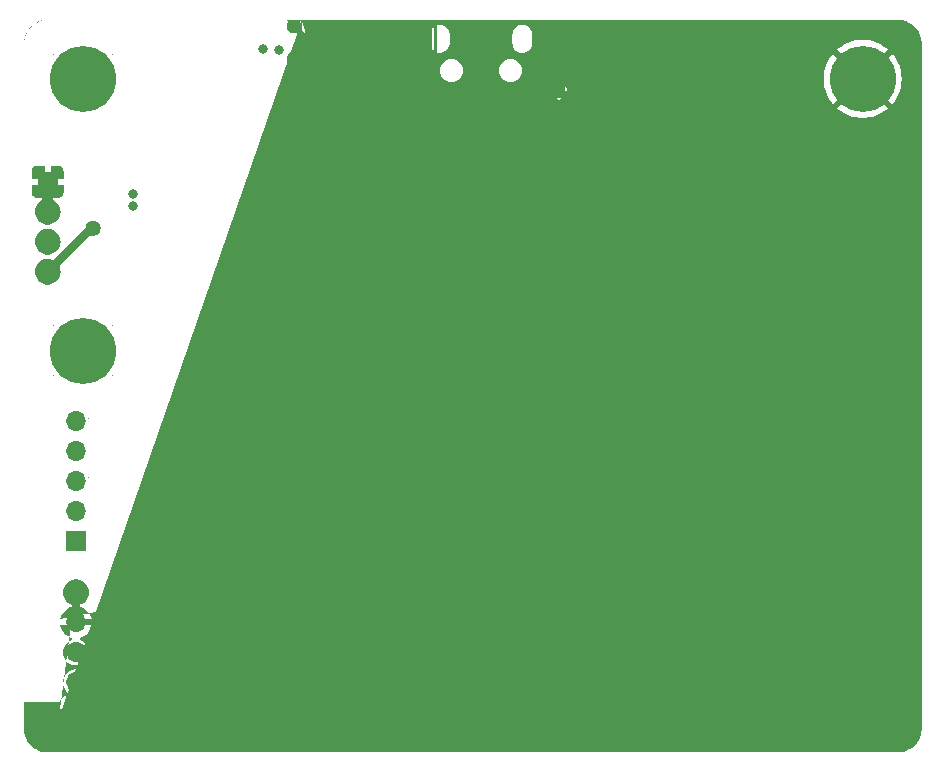
<source format=gbr>
<<<<<<< HEAD
%TF.GenerationSoftware,KiCad,Pcbnew,8.0.3-8.0.3-0~ubuntu22.04.1*%
%TF.CreationDate,2024-07-18T21:31:57-04:00*%
=======
%TF.GenerationSoftware,KiCad,Pcbnew,7.0.8-7.0.8~ubuntu22.04.1*%
%TF.CreationDate,2023-11-01T09:21:20-04:00*%
>>>>>>> bf4853377a5fa03d705bda68cdfbf83d447493ec
%TF.ProjectId,esp32_sensor_board,65737033-325f-4736-956e-736f725f626f,rev?*%
%TF.SameCoordinates,Original*%
%TF.FileFunction,Copper,L4,Bot*%
%TF.FilePolarity,Positive*%
%FSLAX46Y46*%
G04 Gerber Fmt 4.6, Leading zero omitted, Abs format (unit mm)*
<<<<<<< HEAD
G04 Created by KiCad (PCBNEW 8.0.3-8.0.3-0~ubuntu22.04.1) date 2024-07-18 21:31:57*
=======
G04 Created by KiCad (PCBNEW 7.0.8-7.0.8~ubuntu22.04.1) date 2023-11-01 09:21:20*
>>>>>>> bf4853377a5fa03d705bda68cdfbf83d447493ec
%MOMM*%
%LPD*%
G01*
G04 APERTURE LIST*
G04 Aperture macros list*
%AMRoundRect*
0 Rectangle with rounded corners*
0 $1 Rounding radius*
0 $2 $3 $4 $5 $6 $7 $8 $9 X,Y pos of 4 corners*
0 Add a 4 corners polygon primitive as box body*
4,1,4,$2,$3,$4,$5,$6,$7,$8,$9,$2,$3,0*
0 Add four circle primitives for the rounded corners*
1,1,$1+$1,$2,$3*
1,1,$1+$1,$4,$5*
1,1,$1+$1,$6,$7*
1,1,$1+$1,$8,$9*
0 Add four rect primitives between the rounded corners*
20,1,$1+$1,$2,$3,$4,$5,0*
20,1,$1+$1,$4,$5,$6,$7,0*
20,1,$1+$1,$6,$7,$8,$9,0*
20,1,$1+$1,$8,$9,$2,$3,0*%
G04 Aperture macros list end*
%TA.AperFunction,EtchedComponent*%
%ADD10C,0.010000*%
%TD*%
%TA.AperFunction,ComponentPad*%
%ADD11RoundRect,0.249999X-0.790001X-1.550001X0.790001X-1.550001X0.790001X1.550001X-0.790001X1.550001X0*%
%TD*%
%TA.AperFunction,ComponentPad*%
%ADD12O,2.080000X3.600000*%
%TD*%
%TA.AperFunction,ComponentPad*%
%ADD13R,1.700000X1.700000*%
%TD*%
%TA.AperFunction,ComponentPad*%
%ADD14O,1.700000X1.700000*%
%TD*%
%TA.AperFunction,ComponentPad*%
%ADD15RoundRect,0.249999X1.550001X-0.790001X1.550001X0.790001X-1.550001X0.790001X-1.550001X-0.790001X0*%
%TD*%
%TA.AperFunction,ComponentPad*%
%ADD16O,3.600000X2.080000*%
%TD*%
%TA.AperFunction,ComponentPad*%
%ADD17C,5.600000*%
%TD*%
%TA.AperFunction,ComponentPad*%
%ADD18O,0.950000X1.900000*%
%TD*%
%TA.AperFunction,ComponentPad*%
%ADD19O,0.800000X1.600000*%
%TD*%
%TA.AperFunction,ViaPad*%
%ADD20C,0.800000*%
%TD*%
%TA.AperFunction,Conductor*%
%ADD21C,0.250000*%
%TD*%
%TA.AperFunction,Conductor*%
%ADD22C,0.267208*%
%TD*%
G04 APERTURE END LIST*
D10*
%TO.C,J301*%
X130766000Y-74701000D02*
X130792000Y-74703000D01*
X130818000Y-74706000D01*
X130844000Y-74711000D01*
X130869000Y-74717000D01*
X130895000Y-74724000D01*
X130919000Y-74733000D01*
X130943000Y-74743000D01*
X130967000Y-74754000D01*
X130990000Y-74767000D01*
X131012000Y-74781000D01*
X131034000Y-74795000D01*
X131055000Y-74811000D01*
X131075000Y-74828000D01*
X131094000Y-74846000D01*
X131112000Y-74865000D01*
X131129000Y-74885000D01*
X131145000Y-74906000D01*
X131159000Y-74928000D01*
X131173000Y-74950000D01*
X131186000Y-74973000D01*
X131197000Y-74997000D01*
X131207000Y-75021000D01*
X131216000Y-75045000D01*
X131223000Y-75071000D01*
X131229000Y-75096000D01*
X131234000Y-75122000D01*
X131237000Y-75148000D01*
X131239000Y-75174000D01*
X131240000Y-75200000D01*
X131240000Y-76000000D01*
X131239000Y-76026000D01*
X131237000Y-76052000D01*
X131234000Y-76078000D01*
X131229000Y-76104000D01*
X131223000Y-76129000D01*
X131216000Y-76155000D01*
X131207000Y-76179000D01*
X131197000Y-76203000D01*
X131186000Y-76227000D01*
X131173000Y-76250000D01*
X131159000Y-76272000D01*
X131145000Y-76294000D01*
X131129000Y-76315000D01*
X131112000Y-76335000D01*
X131094000Y-76354000D01*
X131075000Y-76372000D01*
X131055000Y-76389000D01*
X131034000Y-76405000D01*
X131012000Y-76419000D01*
X130990000Y-76433000D01*
X130967000Y-76446000D01*
X130943000Y-76457000D01*
X130919000Y-76467000D01*
X130895000Y-76476000D01*
X130869000Y-76483000D01*
X130844000Y-76489000D01*
X130818000Y-76494000D01*
X130792000Y-76497000D01*
X130766000Y-76499000D01*
X130740000Y-76500000D01*
X130714000Y-76499000D01*
X130688000Y-76497000D01*
X130662000Y-76494000D01*
X130636000Y-76489000D01*
X130611000Y-76483000D01*
X130585000Y-76476000D01*
X130561000Y-76467000D01*
X130537000Y-76457000D01*
X130513000Y-76446000D01*
X130490000Y-76433000D01*
X130468000Y-76419000D01*
X130446000Y-76405000D01*
X130425000Y-76389000D01*
X130405000Y-76372000D01*
X130386000Y-76354000D01*
X130368000Y-76335000D01*
X130351000Y-76315000D01*
X130335000Y-76294000D01*
X130321000Y-76272000D01*
X130307000Y-76250000D01*
X130294000Y-76227000D01*
X130283000Y-76203000D01*
X130273000Y-76179000D01*
X130264000Y-76155000D01*
X130257000Y-76129000D01*
X130251000Y-76104000D01*
X130246000Y-76078000D01*
X130243000Y-76052000D01*
X130241000Y-76026000D01*
X130240000Y-76000000D01*
X130240000Y-75200000D01*
X130241000Y-75174000D01*
X130243000Y-75148000D01*
X130246000Y-75122000D01*
X130251000Y-75096000D01*
X130257000Y-75071000D01*
X130264000Y-75045000D01*
X130273000Y-75021000D01*
X130283000Y-74997000D01*
X130294000Y-74973000D01*
X130307000Y-74950000D01*
X130321000Y-74928000D01*
X130335000Y-74906000D01*
X130351000Y-74885000D01*
X130368000Y-74865000D01*
X130386000Y-74846000D01*
X130405000Y-74828000D01*
X130425000Y-74811000D01*
X130446000Y-74795000D01*
X130468000Y-74781000D01*
X130490000Y-74767000D01*
X130513000Y-74754000D01*
X130537000Y-74743000D01*
X130561000Y-74733000D01*
X130585000Y-74724000D01*
X130611000Y-74717000D01*
X130636000Y-74711000D01*
X130662000Y-74706000D01*
X130688000Y-74703000D01*
X130714000Y-74701000D01*
X130740000Y-74700000D01*
X130766000Y-74701000D01*
%TA.AperFunction,EtchedComponent*%
G36*
X130766000Y-74701000D02*
G01*
X130792000Y-74703000D01*
X130818000Y-74706000D01*
X130844000Y-74711000D01*
X130869000Y-74717000D01*
X130895000Y-74724000D01*
X130919000Y-74733000D01*
X130943000Y-74743000D01*
X130967000Y-74754000D01*
X130990000Y-74767000D01*
X131012000Y-74781000D01*
X131034000Y-74795000D01*
X131055000Y-74811000D01*
X131075000Y-74828000D01*
X131094000Y-74846000D01*
X131112000Y-74865000D01*
X131129000Y-74885000D01*
X131145000Y-74906000D01*
X131159000Y-74928000D01*
X131173000Y-74950000D01*
X131186000Y-74973000D01*
X131197000Y-74997000D01*
X131207000Y-75021000D01*
X131216000Y-75045000D01*
X131223000Y-75071000D01*
X131229000Y-75096000D01*
X131234000Y-75122000D01*
X131237000Y-75148000D01*
X131239000Y-75174000D01*
X131240000Y-75200000D01*
X131240000Y-76000000D01*
X131239000Y-76026000D01*
X131237000Y-76052000D01*
X131234000Y-76078000D01*
X131229000Y-76104000D01*
X131223000Y-76129000D01*
X131216000Y-76155000D01*
X131207000Y-76179000D01*
X131197000Y-76203000D01*
X131186000Y-76227000D01*
X131173000Y-76250000D01*
X131159000Y-76272000D01*
X131145000Y-76294000D01*
X131129000Y-76315000D01*
X131112000Y-76335000D01*
X131094000Y-76354000D01*
X131075000Y-76372000D01*
X131055000Y-76389000D01*
X131034000Y-76405000D01*
X131012000Y-76419000D01*
X130990000Y-76433000D01*
X130967000Y-76446000D01*
X130943000Y-76457000D01*
X130919000Y-76467000D01*
X130895000Y-76476000D01*
X130869000Y-76483000D01*
X130844000Y-76489000D01*
X130818000Y-76494000D01*
X130792000Y-76497000D01*
X130766000Y-76499000D01*
X130740000Y-76500000D01*
X130714000Y-76499000D01*
X130688000Y-76497000D01*
X130662000Y-76494000D01*
X130636000Y-76489000D01*
X130611000Y-76483000D01*
X130585000Y-76476000D01*
X130561000Y-76467000D01*
X130537000Y-76457000D01*
X130513000Y-76446000D01*
X130490000Y-76433000D01*
X130468000Y-76419000D01*
X130446000Y-76405000D01*
X130425000Y-76389000D01*
X130405000Y-76372000D01*
X130386000Y-76354000D01*
X130368000Y-76335000D01*
X130351000Y-76315000D01*
X130335000Y-76294000D01*
X130321000Y-76272000D01*
X130307000Y-76250000D01*
X130294000Y-76227000D01*
X130283000Y-76203000D01*
X130273000Y-76179000D01*
X130264000Y-76155000D01*
X130257000Y-76129000D01*
X130251000Y-76104000D01*
X130246000Y-76078000D01*
X130243000Y-76052000D01*
X130241000Y-76026000D01*
X130240000Y-76000000D01*
X130240000Y-75200000D01*
X130241000Y-75174000D01*
X130243000Y-75148000D01*
X130246000Y-75122000D01*
X130251000Y-75096000D01*
X130257000Y-75071000D01*
X130264000Y-75045000D01*
X130273000Y-75021000D01*
X130283000Y-74997000D01*
X130294000Y-74973000D01*
X130307000Y-74950000D01*
X130321000Y-74928000D01*
X130335000Y-74906000D01*
X130351000Y-74885000D01*
X130368000Y-74865000D01*
X130386000Y-74846000D01*
X130405000Y-74828000D01*
X130425000Y-74811000D01*
X130446000Y-74795000D01*
X130468000Y-74781000D01*
X130490000Y-74767000D01*
X130513000Y-74754000D01*
X130537000Y-74743000D01*
X130561000Y-74733000D01*
X130585000Y-74724000D01*
X130611000Y-74717000D01*
X130636000Y-74711000D01*
X130662000Y-74706000D01*
X130688000Y-74703000D01*
X130714000Y-74701000D01*
X130740000Y-74700000D01*
X130766000Y-74701000D01*
G37*
%TD.AperFunction*%
X119526000Y-74701000D02*
X119552000Y-74703000D01*
X119578000Y-74706000D01*
X119604000Y-74711000D01*
X119629000Y-74717000D01*
X119655000Y-74724000D01*
X119679000Y-74733000D01*
X119703000Y-74743000D01*
X119727000Y-74754000D01*
X119750000Y-74767000D01*
X119772000Y-74781000D01*
X119794000Y-74795000D01*
X119815000Y-74811000D01*
X119835000Y-74828000D01*
X119854000Y-74846000D01*
X119872000Y-74865000D01*
X119889000Y-74885000D01*
X119905000Y-74906000D01*
X119919000Y-74928000D01*
X119933000Y-74950000D01*
X119946000Y-74973000D01*
X119957000Y-74997000D01*
X119967000Y-75021000D01*
X119976000Y-75045000D01*
X119983000Y-75071000D01*
X119989000Y-75096000D01*
X119994000Y-75122000D01*
X119997000Y-75148000D01*
X119999000Y-75174000D01*
X120000000Y-75200000D01*
X120000000Y-76000000D01*
X119999000Y-76026000D01*
X119997000Y-76052000D01*
X119994000Y-76078000D01*
X119989000Y-76104000D01*
X119983000Y-76129000D01*
X119976000Y-76155000D01*
X119967000Y-76179000D01*
X119957000Y-76203000D01*
X119946000Y-76227000D01*
X119933000Y-76250000D01*
X119919000Y-76272000D01*
X119905000Y-76294000D01*
X119889000Y-76315000D01*
X119872000Y-76335000D01*
X119854000Y-76354000D01*
X119835000Y-76372000D01*
X119815000Y-76389000D01*
X119794000Y-76405000D01*
X119772000Y-76419000D01*
X119750000Y-76433000D01*
X119727000Y-76446000D01*
X119703000Y-76457000D01*
X119679000Y-76467000D01*
X119655000Y-76476000D01*
X119629000Y-76483000D01*
X119604000Y-76489000D01*
X119578000Y-76494000D01*
X119552000Y-76497000D01*
X119526000Y-76499000D01*
X119500000Y-76500000D01*
X119474000Y-76499000D01*
X119448000Y-76497000D01*
X119422000Y-76494000D01*
X119396000Y-76489000D01*
X119371000Y-76483000D01*
X119345000Y-76476000D01*
X119321000Y-76467000D01*
X119297000Y-76457000D01*
X119273000Y-76446000D01*
X119250000Y-76433000D01*
X119228000Y-76419000D01*
X119206000Y-76405000D01*
X119185000Y-76389000D01*
X119165000Y-76372000D01*
X119146000Y-76354000D01*
X119128000Y-76335000D01*
X119111000Y-76315000D01*
X119095000Y-76294000D01*
X119081000Y-76272000D01*
X119067000Y-76250000D01*
X119054000Y-76227000D01*
X119043000Y-76203000D01*
X119033000Y-76179000D01*
X119024000Y-76155000D01*
X119017000Y-76129000D01*
X119011000Y-76104000D01*
X119006000Y-76078000D01*
X119003000Y-76052000D01*
X119001000Y-76026000D01*
X119000000Y-76000000D01*
X119000000Y-75200000D01*
X119001000Y-75174000D01*
X119003000Y-75148000D01*
X119006000Y-75122000D01*
X119011000Y-75096000D01*
X119017000Y-75071000D01*
X119024000Y-75045000D01*
X119033000Y-75021000D01*
X119043000Y-74997000D01*
X119054000Y-74973000D01*
X119067000Y-74950000D01*
X119081000Y-74928000D01*
X119095000Y-74906000D01*
X119111000Y-74885000D01*
X119128000Y-74865000D01*
X119146000Y-74846000D01*
X119165000Y-74828000D01*
X119185000Y-74811000D01*
X119206000Y-74795000D01*
X119228000Y-74781000D01*
X119250000Y-74767000D01*
X119273000Y-74754000D01*
X119297000Y-74743000D01*
X119321000Y-74733000D01*
X119345000Y-74724000D01*
X119371000Y-74717000D01*
X119396000Y-74711000D01*
X119422000Y-74706000D01*
X119448000Y-74703000D01*
X119474000Y-74701000D01*
X119500000Y-74700000D01*
X119526000Y-74701000D01*
%TA.AperFunction,EtchedComponent*%
G36*
X119526000Y-74701000D02*
G01*
X119552000Y-74703000D01*
X119578000Y-74706000D01*
X119604000Y-74711000D01*
X119629000Y-74717000D01*
X119655000Y-74724000D01*
X119679000Y-74733000D01*
X119703000Y-74743000D01*
X119727000Y-74754000D01*
X119750000Y-74767000D01*
X119772000Y-74781000D01*
X119794000Y-74795000D01*
X119815000Y-74811000D01*
X119835000Y-74828000D01*
X119854000Y-74846000D01*
X119872000Y-74865000D01*
X119889000Y-74885000D01*
X119905000Y-74906000D01*
X119919000Y-74928000D01*
X119933000Y-74950000D01*
X119946000Y-74973000D01*
X119957000Y-74997000D01*
X119967000Y-75021000D01*
X119976000Y-75045000D01*
X119983000Y-75071000D01*
X119989000Y-75096000D01*
X119994000Y-75122000D01*
X119997000Y-75148000D01*
X119999000Y-75174000D01*
X120000000Y-75200000D01*
X120000000Y-76000000D01*
X119999000Y-76026000D01*
X119997000Y-76052000D01*
X119994000Y-76078000D01*
X119989000Y-76104000D01*
X119983000Y-76129000D01*
X119976000Y-76155000D01*
X119967000Y-76179000D01*
X119957000Y-76203000D01*
X119946000Y-76227000D01*
X119933000Y-76250000D01*
X119919000Y-76272000D01*
X119905000Y-76294000D01*
X119889000Y-76315000D01*
X119872000Y-76335000D01*
X119854000Y-76354000D01*
X119835000Y-76372000D01*
X119815000Y-76389000D01*
X119794000Y-76405000D01*
X119772000Y-76419000D01*
X119750000Y-76433000D01*
X119727000Y-76446000D01*
X119703000Y-76457000D01*
X119679000Y-76467000D01*
X119655000Y-76476000D01*
X119629000Y-76483000D01*
X119604000Y-76489000D01*
X119578000Y-76494000D01*
X119552000Y-76497000D01*
X119526000Y-76499000D01*
X119500000Y-76500000D01*
X119474000Y-76499000D01*
X119448000Y-76497000D01*
X119422000Y-76494000D01*
X119396000Y-76489000D01*
X119371000Y-76483000D01*
X119345000Y-76476000D01*
X119321000Y-76467000D01*
X119297000Y-76457000D01*
X119273000Y-76446000D01*
X119250000Y-76433000D01*
X119228000Y-76419000D01*
X119206000Y-76405000D01*
X119185000Y-76389000D01*
X119165000Y-76372000D01*
X119146000Y-76354000D01*
X119128000Y-76335000D01*
X119111000Y-76315000D01*
X119095000Y-76294000D01*
X119081000Y-76272000D01*
X119067000Y-76250000D01*
X119054000Y-76227000D01*
X119043000Y-76203000D01*
X119033000Y-76179000D01*
X119024000Y-76155000D01*
X119017000Y-76129000D01*
X119011000Y-76104000D01*
X119006000Y-76078000D01*
X119003000Y-76052000D01*
X119001000Y-76026000D01*
X119000000Y-76000000D01*
X119000000Y-75200000D01*
X119001000Y-75174000D01*
X119003000Y-75148000D01*
X119006000Y-75122000D01*
X119011000Y-75096000D01*
X119017000Y-75071000D01*
X119024000Y-75045000D01*
X119033000Y-75021000D01*
X119043000Y-74997000D01*
X119054000Y-74973000D01*
X119067000Y-74950000D01*
X119081000Y-74928000D01*
X119095000Y-74906000D01*
X119111000Y-74885000D01*
X119128000Y-74865000D01*
X119146000Y-74846000D01*
X119165000Y-74828000D01*
X119185000Y-74811000D01*
X119206000Y-74795000D01*
X119228000Y-74781000D01*
X119250000Y-74767000D01*
X119273000Y-74754000D01*
X119297000Y-74743000D01*
X119321000Y-74733000D01*
X119345000Y-74724000D01*
X119371000Y-74717000D01*
X119396000Y-74711000D01*
X119422000Y-74706000D01*
X119448000Y-74703000D01*
X119474000Y-74701000D01*
X119500000Y-74700000D01*
X119526000Y-74701000D01*
G37*
%TD.AperFunction*%
X119526000Y-70501000D02*
X119552000Y-70503000D01*
X119578000Y-70506000D01*
X119604000Y-70511000D01*
X119629000Y-70517000D01*
X119655000Y-70524000D01*
X119679000Y-70533000D01*
X119703000Y-70543000D01*
X119727000Y-70554000D01*
X119750000Y-70567000D01*
X119772000Y-70581000D01*
X119794000Y-70595000D01*
X119815000Y-70611000D01*
X119835000Y-70628000D01*
X119854000Y-70646000D01*
X119872000Y-70665000D01*
X119889000Y-70685000D01*
X119905000Y-70706000D01*
X119919000Y-70728000D01*
X119933000Y-70750000D01*
X119946000Y-70773000D01*
X119957000Y-70797000D01*
X119967000Y-70821000D01*
X119976000Y-70845000D01*
X119983000Y-70871000D01*
X119989000Y-70896000D01*
X119994000Y-70922000D01*
X119997000Y-70948000D01*
X119999000Y-70974000D01*
X120000000Y-71000000D01*
X120000000Y-72200000D01*
X119999000Y-72226000D01*
X119997000Y-72252000D01*
X119994000Y-72278000D01*
X119989000Y-72304000D01*
X119983000Y-72329000D01*
X119976000Y-72355000D01*
X119967000Y-72379000D01*
X119957000Y-72403000D01*
X119946000Y-72427000D01*
X119933000Y-72450000D01*
X119919000Y-72472000D01*
X119905000Y-72494000D01*
X119889000Y-72515000D01*
X119872000Y-72535000D01*
X119854000Y-72554000D01*
X119835000Y-72572000D01*
X119815000Y-72589000D01*
X119794000Y-72605000D01*
X119772000Y-72619000D01*
X119750000Y-72633000D01*
X119727000Y-72646000D01*
X119703000Y-72657000D01*
X119679000Y-72667000D01*
X119655000Y-72676000D01*
X119629000Y-72683000D01*
X119604000Y-72689000D01*
X119578000Y-72694000D01*
X119552000Y-72697000D01*
X119526000Y-72699000D01*
X119500000Y-72700000D01*
X119474000Y-72699000D01*
X119448000Y-72697000D01*
X119422000Y-72694000D01*
X119396000Y-72689000D01*
X119371000Y-72683000D01*
X119345000Y-72676000D01*
X119321000Y-72667000D01*
X119297000Y-72657000D01*
X119273000Y-72646000D01*
X119250000Y-72633000D01*
X119228000Y-72619000D01*
X119206000Y-72605000D01*
X119185000Y-72589000D01*
X119165000Y-72572000D01*
X119146000Y-72554000D01*
X119128000Y-72535000D01*
X119111000Y-72515000D01*
X119095000Y-72494000D01*
X119081000Y-72472000D01*
X119067000Y-72450000D01*
X119054000Y-72427000D01*
X119043000Y-72403000D01*
X119033000Y-72379000D01*
X119024000Y-72355000D01*
X119017000Y-72329000D01*
X119011000Y-72304000D01*
X119006000Y-72278000D01*
X119003000Y-72252000D01*
X119001000Y-72226000D01*
X119000000Y-72200000D01*
X119000000Y-71000000D01*
X119001000Y-70974000D01*
X119003000Y-70948000D01*
X119006000Y-70922000D01*
X119011000Y-70896000D01*
X119017000Y-70871000D01*
X119024000Y-70845000D01*
X119033000Y-70821000D01*
X119043000Y-70797000D01*
X119054000Y-70773000D01*
X119067000Y-70750000D01*
X119081000Y-70728000D01*
X119095000Y-70706000D01*
X119111000Y-70685000D01*
X119128000Y-70665000D01*
X119146000Y-70646000D01*
X119165000Y-70628000D01*
X119185000Y-70611000D01*
X119206000Y-70595000D01*
X119228000Y-70581000D01*
X119250000Y-70567000D01*
X119273000Y-70554000D01*
X119297000Y-70543000D01*
X119321000Y-70533000D01*
X119345000Y-70524000D01*
X119371000Y-70517000D01*
X119396000Y-70511000D01*
X119422000Y-70506000D01*
X119448000Y-70503000D01*
X119474000Y-70501000D01*
X119500000Y-70500000D01*
X119526000Y-70501000D01*
%TA.AperFunction,EtchedComponent*%
G36*
X119526000Y-70501000D02*
G01*
X119552000Y-70503000D01*
X119578000Y-70506000D01*
X119604000Y-70511000D01*
X119629000Y-70517000D01*
X119655000Y-70524000D01*
X119679000Y-70533000D01*
X119703000Y-70543000D01*
X119727000Y-70554000D01*
X119750000Y-70567000D01*
X119772000Y-70581000D01*
X119794000Y-70595000D01*
X119815000Y-70611000D01*
X119835000Y-70628000D01*
X119854000Y-70646000D01*
X119872000Y-70665000D01*
X119889000Y-70685000D01*
X119905000Y-70706000D01*
X119919000Y-70728000D01*
X119933000Y-70750000D01*
X119946000Y-70773000D01*
X119957000Y-70797000D01*
X119967000Y-70821000D01*
X119976000Y-70845000D01*
X119983000Y-70871000D01*
X119989000Y-70896000D01*
X119994000Y-70922000D01*
X119997000Y-70948000D01*
X119999000Y-70974000D01*
X120000000Y-71000000D01*
X120000000Y-72200000D01*
X119999000Y-72226000D01*
X119997000Y-72252000D01*
X119994000Y-72278000D01*
X119989000Y-72304000D01*
X119983000Y-72329000D01*
X119976000Y-72355000D01*
X119967000Y-72379000D01*
X119957000Y-72403000D01*
X119946000Y-72427000D01*
X119933000Y-72450000D01*
X119919000Y-72472000D01*
X119905000Y-72494000D01*
X119889000Y-72515000D01*
X119872000Y-72535000D01*
X119854000Y-72554000D01*
X119835000Y-72572000D01*
X119815000Y-72589000D01*
X119794000Y-72605000D01*
X119772000Y-72619000D01*
X119750000Y-72633000D01*
X119727000Y-72646000D01*
X119703000Y-72657000D01*
X119679000Y-72667000D01*
X119655000Y-72676000D01*
X119629000Y-72683000D01*
X119604000Y-72689000D01*
X119578000Y-72694000D01*
X119552000Y-72697000D01*
X119526000Y-72699000D01*
X119500000Y-72700000D01*
X119474000Y-72699000D01*
X119448000Y-72697000D01*
X119422000Y-72694000D01*
X119396000Y-72689000D01*
X119371000Y-72683000D01*
X119345000Y-72676000D01*
X119321000Y-72667000D01*
X119297000Y-72657000D01*
X119273000Y-72646000D01*
X119250000Y-72633000D01*
X119228000Y-72619000D01*
X119206000Y-72605000D01*
X119185000Y-72589000D01*
X119165000Y-72572000D01*
X119146000Y-72554000D01*
X119128000Y-72535000D01*
X119111000Y-72515000D01*
X119095000Y-72494000D01*
X119081000Y-72472000D01*
X119067000Y-72450000D01*
X119054000Y-72427000D01*
X119043000Y-72403000D01*
X119033000Y-72379000D01*
X119024000Y-72355000D01*
X119017000Y-72329000D01*
X119011000Y-72304000D01*
X119006000Y-72278000D01*
X119003000Y-72252000D01*
X119001000Y-72226000D01*
X119000000Y-72200000D01*
X119000000Y-71000000D01*
X119001000Y-70974000D01*
X119003000Y-70948000D01*
X119006000Y-70922000D01*
X119011000Y-70896000D01*
X119017000Y-70871000D01*
X119024000Y-70845000D01*
X119033000Y-70821000D01*
X119043000Y-70797000D01*
X119054000Y-70773000D01*
X119067000Y-70750000D01*
X119081000Y-70728000D01*
X119095000Y-70706000D01*
X119111000Y-70685000D01*
X119128000Y-70665000D01*
X119146000Y-70646000D01*
X119165000Y-70628000D01*
X119185000Y-70611000D01*
X119206000Y-70595000D01*
X119228000Y-70581000D01*
X119250000Y-70567000D01*
X119273000Y-70554000D01*
X119297000Y-70543000D01*
X119321000Y-70533000D01*
X119345000Y-70524000D01*
X119371000Y-70517000D01*
X119396000Y-70511000D01*
X119422000Y-70506000D01*
X119448000Y-70503000D01*
X119474000Y-70501000D01*
X119500000Y-70500000D01*
X119526000Y-70501000D01*
G37*
%TD.AperFunction*%
X130766000Y-70501000D02*
X130792000Y-70503000D01*
X130818000Y-70506000D01*
X130844000Y-70511000D01*
X130869000Y-70517000D01*
X130895000Y-70524000D01*
X130919000Y-70533000D01*
X130943000Y-70543000D01*
X130967000Y-70554000D01*
X130990000Y-70567000D01*
X131012000Y-70581000D01*
X131034000Y-70595000D01*
X131055000Y-70611000D01*
X131075000Y-70628000D01*
X131094000Y-70646000D01*
X131112000Y-70665000D01*
X131129000Y-70685000D01*
X131145000Y-70706000D01*
X131159000Y-70728000D01*
X131173000Y-70750000D01*
X131186000Y-70773000D01*
X131197000Y-70797000D01*
X131207000Y-70821000D01*
X131216000Y-70845000D01*
X131223000Y-70871000D01*
X131229000Y-70896000D01*
X131234000Y-70922000D01*
X131237000Y-70948000D01*
X131239000Y-70974000D01*
X131240000Y-71000000D01*
X131240000Y-72200000D01*
X131239000Y-72226000D01*
X131237000Y-72252000D01*
X131234000Y-72278000D01*
X131229000Y-72304000D01*
X131223000Y-72329000D01*
X131216000Y-72355000D01*
X131207000Y-72379000D01*
X131197000Y-72403000D01*
X131186000Y-72427000D01*
X131173000Y-72450000D01*
X131159000Y-72472000D01*
X131145000Y-72494000D01*
X131129000Y-72515000D01*
X131112000Y-72535000D01*
X131094000Y-72554000D01*
X131075000Y-72572000D01*
X131055000Y-72589000D01*
X131034000Y-72605000D01*
X131012000Y-72619000D01*
X130990000Y-72633000D01*
X130967000Y-72646000D01*
X130943000Y-72657000D01*
X130919000Y-72667000D01*
X130895000Y-72676000D01*
X130869000Y-72683000D01*
X130844000Y-72689000D01*
X130818000Y-72694000D01*
X130792000Y-72697000D01*
X130766000Y-72699000D01*
X130740000Y-72700000D01*
X130714000Y-72699000D01*
X130688000Y-72697000D01*
X130662000Y-72694000D01*
X130636000Y-72689000D01*
X130611000Y-72683000D01*
X130585000Y-72676000D01*
X130561000Y-72667000D01*
X130537000Y-72657000D01*
X130513000Y-72646000D01*
X130490000Y-72633000D01*
X130468000Y-72619000D01*
X130446000Y-72605000D01*
X130425000Y-72589000D01*
X130405000Y-72572000D01*
X130386000Y-72554000D01*
X130368000Y-72535000D01*
X130351000Y-72515000D01*
X130335000Y-72494000D01*
X130321000Y-72472000D01*
X130307000Y-72450000D01*
X130294000Y-72427000D01*
X130283000Y-72403000D01*
X130273000Y-72379000D01*
X130264000Y-72355000D01*
X130257000Y-72329000D01*
X130251000Y-72304000D01*
X130246000Y-72278000D01*
X130243000Y-72252000D01*
X130241000Y-72226000D01*
X130240000Y-72200000D01*
X130240000Y-71000000D01*
X130241000Y-70974000D01*
X130243000Y-70948000D01*
X130246000Y-70922000D01*
X130251000Y-70896000D01*
X130257000Y-70871000D01*
X130264000Y-70845000D01*
X130273000Y-70821000D01*
X130283000Y-70797000D01*
X130294000Y-70773000D01*
X130307000Y-70750000D01*
X130321000Y-70728000D01*
X130335000Y-70706000D01*
X130351000Y-70685000D01*
X130368000Y-70665000D01*
X130386000Y-70646000D01*
X130405000Y-70628000D01*
X130425000Y-70611000D01*
X130446000Y-70595000D01*
X130468000Y-70581000D01*
X130490000Y-70567000D01*
X130513000Y-70554000D01*
X130537000Y-70543000D01*
X130561000Y-70533000D01*
X130585000Y-70524000D01*
X130611000Y-70517000D01*
X130636000Y-70511000D01*
X130662000Y-70506000D01*
X130688000Y-70503000D01*
X130714000Y-70501000D01*
X130740000Y-70500000D01*
X130766000Y-70501000D01*
%TA.AperFunction,EtchedComponent*%
G36*
X130766000Y-70501000D02*
G01*
X130792000Y-70503000D01*
X130818000Y-70506000D01*
X130844000Y-70511000D01*
X130869000Y-70517000D01*
X130895000Y-70524000D01*
X130919000Y-70533000D01*
X130943000Y-70543000D01*
X130967000Y-70554000D01*
X130990000Y-70567000D01*
X131012000Y-70581000D01*
X131034000Y-70595000D01*
X131055000Y-70611000D01*
X131075000Y-70628000D01*
X131094000Y-70646000D01*
X131112000Y-70665000D01*
X131129000Y-70685000D01*
X131145000Y-70706000D01*
X131159000Y-70728000D01*
X131173000Y-70750000D01*
X131186000Y-70773000D01*
X131197000Y-70797000D01*
X131207000Y-70821000D01*
X131216000Y-70845000D01*
X131223000Y-70871000D01*
X131229000Y-70896000D01*
X131234000Y-70922000D01*
X131237000Y-70948000D01*
X131239000Y-70974000D01*
X131240000Y-71000000D01*
X131240000Y-72200000D01*
X131239000Y-72226000D01*
X131237000Y-72252000D01*
X131234000Y-72278000D01*
X131229000Y-72304000D01*
X131223000Y-72329000D01*
X131216000Y-72355000D01*
X131207000Y-72379000D01*
X131197000Y-72403000D01*
X131186000Y-72427000D01*
X131173000Y-72450000D01*
X131159000Y-72472000D01*
X131145000Y-72494000D01*
X131129000Y-72515000D01*
X131112000Y-72535000D01*
X131094000Y-72554000D01*
X131075000Y-72572000D01*
X131055000Y-72589000D01*
X131034000Y-72605000D01*
X131012000Y-72619000D01*
X130990000Y-72633000D01*
X130967000Y-72646000D01*
X130943000Y-72657000D01*
X130919000Y-72667000D01*
X130895000Y-72676000D01*
X130869000Y-72683000D01*
X130844000Y-72689000D01*
X130818000Y-72694000D01*
X130792000Y-72697000D01*
X130766000Y-72699000D01*
X130740000Y-72700000D01*
X130714000Y-72699000D01*
X130688000Y-72697000D01*
X130662000Y-72694000D01*
X130636000Y-72689000D01*
X130611000Y-72683000D01*
X130585000Y-72676000D01*
X130561000Y-72667000D01*
X130537000Y-72657000D01*
X130513000Y-72646000D01*
X130490000Y-72633000D01*
X130468000Y-72619000D01*
X130446000Y-72605000D01*
X130425000Y-72589000D01*
X130405000Y-72572000D01*
X130386000Y-72554000D01*
X130368000Y-72535000D01*
X130351000Y-72515000D01*
X130335000Y-72494000D01*
X130321000Y-72472000D01*
X130307000Y-72450000D01*
X130294000Y-72427000D01*
X130283000Y-72403000D01*
X130273000Y-72379000D01*
X130264000Y-72355000D01*
X130257000Y-72329000D01*
X130251000Y-72304000D01*
X130246000Y-72278000D01*
X130243000Y-72252000D01*
X130241000Y-72226000D01*
X130240000Y-72200000D01*
X130240000Y-71000000D01*
X130241000Y-70974000D01*
X130243000Y-70948000D01*
X130246000Y-70922000D01*
X130251000Y-70896000D01*
X130257000Y-70871000D01*
X130264000Y-70845000D01*
X130273000Y-70821000D01*
X130283000Y-70797000D01*
X130294000Y-70773000D01*
X130307000Y-70750000D01*
X130321000Y-70728000D01*
X130335000Y-70706000D01*
X130351000Y-70685000D01*
X130368000Y-70665000D01*
X130386000Y-70646000D01*
X130405000Y-70628000D01*
X130425000Y-70611000D01*
X130446000Y-70595000D01*
X130468000Y-70581000D01*
X130490000Y-70567000D01*
X130513000Y-70554000D01*
X130537000Y-70543000D01*
X130561000Y-70533000D01*
X130585000Y-70524000D01*
X130611000Y-70517000D01*
X130636000Y-70511000D01*
X130662000Y-70506000D01*
X130688000Y-70503000D01*
X130714000Y-70501000D01*
X130740000Y-70500000D01*
X130766000Y-70501000D01*
G37*
%TD.AperFunction*%
%TD*%
D11*
%TO.P,J103,1,Pin_1*%
%TO.N,GND*%
X106960000Y-125150500D03*
D12*
%TO.P,J103,2,Pin_2*%
%TO.N,/Vbus2_in*%
X112040000Y-125150500D03*
%TD*%
D13*
%TO.P,J502,1,Pin_1*%
%TO.N,GND*%
X89900000Y-128630000D03*
D14*
%TO.P,J502,2,Pin_2*%
%TO.N,/Load Cell Sensor/S2_P*%
X89900000Y-126090000D03*
%TO.P,J502,3,Pin_3*%
%TO.N,/Load Cell Sensor/S2_N*%
X89900000Y-123550000D03*
%TO.P,J502,4,Pin_4*%
%TO.N,GND*%
X89900000Y-121010000D03*
%TO.P,J502,5,Pin_5*%
%TO.N,/Load Cell Sensor/E_p*%
X89900000Y-118470000D03*
%TD*%
D15*
%TO.P,J102,1,Pin_1*%
%TO.N,VIN*%
X154722500Y-111910000D03*
D16*
%TO.P,J102,2,Pin_2*%
%TO.N,GND*%
X154722500Y-106830000D03*
%TD*%
D13*
%TO.P,J201,1,Pin_1*%
%TO.N,GND*%
X127156000Y-103020000D03*
D14*
%TO.P,J201,2,Pin_2*%
%TO.N,+3.3V*%
X129696000Y-103020000D03*
%TO.P,J201,3,Pin_3*%
%TO.N,P_GOOD*%
X132236000Y-103020000D03*
%TD*%
D13*
%TO.P,J501,1,Pin_1*%
%TO.N,GND*%
X89900000Y-114130000D03*
D14*
%TO.P,J501,2,Pin_2*%
%TO.N,/Load Cell Sensor/S1_P*%
X89900000Y-111590000D03*
%TO.P,J501,3,Pin_3*%
%TO.N,/Load Cell Sensor/S1_N*%
X89900000Y-109050000D03*
%TO.P,J501,4,Pin_4*%
%TO.N,GND*%
X89900000Y-106510000D03*
%TO.P,J501,5,Pin_5*%
%TO.N,/Load Cell Sensor/E_p*%
X89900000Y-103970000D03*
%TD*%
D17*
%TO.P,H101,1,1*%
%TO.N,GND*%
X90500000Y-98000000D03*
%TD*%
D13*
%TO.P,J308,1,Pin_1*%
%TO.N,GND*%
<<<<<<< HEAD
X130960000Y-93000000D03*
D14*
=======
X130960000Y-92860000D03*
D13*
>>>>>>> bf4853377a5fa03d705bda68cdfbf83d447493ec
%TO.P,J308,2,Pin_2*%
%TO.N,+3.3V*%
X133500000Y-92860000D03*
%TO.P,J308,3,Pin_3*%
%TO.N,/Microprocessor/SPI_SCK*%
X136040000Y-92860000D03*
%TO.P,J308,4,Pin_4*%
%TO.N,/Microprocessor/SPI_COPI*%
X138580000Y-92860000D03*
%TO.P,J308,5,Pin_5*%
%TO.N,/Microprocessor/SPI_CIPO*%
X141120000Y-92860000D03*
%TO.P,J308,6,Pin_6*%
%TO.N,/Microprocessor/SPI_CS1*%
X143660000Y-92860000D03*
%TD*%
D15*
%TO.P,J101,1,Pin_1*%
%TO.N,GND*%
X154722500Y-125250000D03*
D16*
%TO.P,J101,2,Pin_2*%
%TO.N,/Vbus1_in*%
X154722500Y-120170000D03*
%TD*%
D13*
%TO.P,J304,1,Pin_1*%
%TO.N,GND*%
X116750000Y-74460000D03*
D14*
%TO.P,J304,2,Pin_2*%
%TO.N,/Microprocessor/UART_RX*%
X116750000Y-77000000D03*
%TO.P,J304,3,Pin_3*%
%TO.N,/Microprocessor/UART_TX*%
X116750000Y-79540000D03*
%TD*%
D13*
%TO.P,J305,1,Pin_1*%
%TO.N,GND*%
<<<<<<< HEAD
X148580000Y-104500000D03*
D14*
=======
X143460000Y-106000000D03*
D13*
>>>>>>> bf4853377a5fa03d705bda68cdfbf83d447493ec
%TO.P,J305,2,Pin_2*%
%TO.N,VIN*%
X146000000Y-106000000D03*
%TO.P,J305,3,Pin_3*%
%TO.N,/Microprocessor/EXT_1*%
X148540000Y-106000000D03*
%TD*%
D17*
%TO.P,H103,1,1*%
%TO.N,GND*%
X156500000Y-75000000D03*
%TD*%
D13*
%TO.P,J306,1,Pin_1*%
%TO.N,GND*%
<<<<<<< HEAD
X148525000Y-100500000D03*
D14*
=======
X143500000Y-100500000D03*
D13*
>>>>>>> bf4853377a5fa03d705bda68cdfbf83d447493ec
%TO.P,J306,2,Pin_2*%
%TO.N,VIN*%
X146040000Y-100500000D03*
%TO.P,J306,3,Pin_3*%
%TO.N,/Microprocessor/EXT_2*%
X148580000Y-100500000D03*
%TD*%
D11*
%TO.P,J104,1,Pin_1*%
%TO.N,/Vbus2_out*%
X120460000Y-125222500D03*
D12*
%TO.P,J104,2,Pin_2*%
%TO.N,GND*%
X125540000Y-125222500D03*
%TD*%
D17*
%TO.P,H102,1,1*%
%TO.N,GND*%
X156500000Y-98000000D03*
%TD*%
%TO.P,H104,1,1*%
%TO.N,GND*%
X90500000Y-75000000D03*
%TD*%
D13*
%TO.P,J307,1,Pin_1*%
%TO.N,GND*%
<<<<<<< HEAD
X87500000Y-83700000D03*
D14*
=======
X139880000Y-126000000D03*
D13*
>>>>>>> bf4853377a5fa03d705bda68cdfbf83d447493ec
%TO.P,J307,2,Pin_2*%
%TO.N,+3.3V*%
X142420000Y-126000000D03*
%TO.P,J307,3,Pin_3*%
%TO.N,/Power Measurement/I2C_SDA*%
X144960000Y-126000000D03*
%TO.P,J307,4,Pin_4*%
%TO.N,/Power Measurement/I2C_SCL*%
X147500000Y-126000000D03*
%TD*%
D18*
%TO.P,J301,S1,SHELL_GND*%
%TO.N,unconnected-(J301-SHELL_GND-PadS1)_0*%
X130740000Y-71600000D03*
D19*
%TO.P,J301,S2,SHELL_GND*%
%TO.N,unconnected-(J301-SHELL_GND-PadS1)_2*%
X119500000Y-75600000D03*
%TO.P,J301,S3,SHELL_GND*%
%TO.N,unconnected-(J301-SHELL_GND-PadS1)*%
X130740000Y-75600000D03*
D18*
%TO.P,J301,S4,SHELL_GND*%
%TO.N,unconnected-(J301-SHELL_GND-PadS1)_1*%
X119500000Y-71600000D03*
%TD*%
D20*
%TO.N,+3.3V*%
X124259286Y-100013496D03*
X119500000Y-100250000D03*
%TO.N,/Microprocessor/STATUS_LED*%
X119000000Y-98250000D03*
%TO.N,/Load Cell Sensor/DRDY_NAU*%
X120250000Y-98500000D03*
X105500000Y-117000000D03*
%TO.N,/Microprocessor/SPI_SCK*%
X133474391Y-87275001D03*
X133500000Y-88725000D03*
%TO.N,/Microprocessor/SPI_COPI*%
X135524709Y-90225000D03*
X136000000Y-88750000D03*
X133169150Y-81669150D03*
%TO.N,GND*%
X138750000Y-79500000D03*
X134000000Y-82750000D03*
X138000000Y-88500000D03*
%TO.N,+3.3V*%
X134500000Y-86250000D03*
X141750000Y-84000000D03*
X137250000Y-83000000D03*
%TO.N,GND*%
X139000000Y-86500000D03*
X113500000Y-72500000D03*
X105750000Y-72500000D03*
%TO.N,+3.3V*%
X126321691Y-83379218D03*
%TO.N,GND*%
X125941822Y-80879967D03*
%TO.N,/Microprocessor/USB_N*%
X124870539Y-78020539D03*
X126713520Y-79017644D03*
%TO.N,GND*%
X130000000Y-81000000D03*
X120750000Y-77250000D03*
X129250000Y-77250000D03*
%TO.N,VIN*%
X126000000Y-118100000D03*
X152400000Y-112500000D03*
X137400000Y-118000000D03*
X152400000Y-111500000D03*
X125000000Y-118000000D03*
X127100000Y-118100000D03*
X151400000Y-110500000D03*
X133100000Y-116400000D03*
X137400000Y-116400000D03*
X136400000Y-116400000D03*
X134200000Y-116400000D03*
X150500000Y-110500000D03*
X135400000Y-116400000D03*
X125010260Y-116475000D03*
X152400000Y-110500000D03*
X149500000Y-110500000D03*
%TO.N,GND*%
X119000000Y-87500000D03*
X130750000Y-119250000D03*
X117750000Y-92750000D03*
X99500000Y-123000000D03*
X115000000Y-85000000D03*
X109000000Y-98000000D03*
X99945000Y-108055000D03*
X98500000Y-121000000D03*
X121004000Y-115310000D03*
X126000000Y-112750000D03*
X145892543Y-94663685D03*
X105500000Y-93000000D03*
X135000000Y-97500000D03*
X109250000Y-96000000D03*
X136250000Y-113000000D03*
X137000000Y-97500000D03*
X106917351Y-105392045D03*
X106000000Y-100000000D03*
X115500000Y-88500000D03*
X125000000Y-114000000D03*
X137500000Y-114000000D03*
<<<<<<< HEAD
X119675000Y-102750000D03*
=======
>>>>>>> bf4853377a5fa03d705bda68cdfbf83d447493ec
X109500000Y-109000000D03*
X129500000Y-121500000D03*
X95000000Y-120500000D03*
X129250000Y-110750000D03*
<<<<<<< HEAD
=======
X119000000Y-102500000D03*
X133000000Y-79500000D03*
>>>>>>> bf4853377a5fa03d705bda68cdfbf83d447493ec
X135250000Y-113500000D03*
X120000000Y-102500000D03*
X120250000Y-92750000D03*
X94750000Y-84750000D03*
X107090000Y-72540000D03*
X126419149Y-99080851D03*
X128250000Y-114000000D03*
X100000000Y-110000000D03*
<<<<<<< HEAD
X118500000Y-102250000D03*
=======
X110500000Y-93000000D03*
>>>>>>> bf4853377a5fa03d705bda68cdfbf83d447493ec
X117750000Y-95250000D03*
X118000000Y-84500000D03*
X129250000Y-114000000D03*
X110000000Y-92000000D03*
X136250000Y-111000000D03*
X136250000Y-112000000D03*
X120250000Y-94000000D03*
X126000000Y-111750000D03*
X125000000Y-115000000D03*
X130500000Y-110750000D03*
X146500000Y-112830000D03*
X119000001Y-94000001D03*
X113500000Y-88500000D03*
X126000000Y-110750000D03*
X104500000Y-111500000D03*
X134250000Y-113500000D03*
X132250000Y-114000000D03*
X137250000Y-113000000D03*
X105500000Y-88000000D03*
X126012653Y-95837347D03*
X117750000Y-94000000D03*
X102500000Y-90000000D03*
X120919149Y-87919149D03*
X131500000Y-110750000D03*
X132500000Y-110750000D03*
X120250000Y-95250000D03*
X125000000Y-113000000D03*
%TO.N,+3.3V*%
X110000000Y-111000000D03*
X111000000Y-106500000D03*
X126250000Y-108000000D03*
X136250000Y-109750000D03*
X133250000Y-108000000D03*
X132250000Y-108000000D03*
X127250000Y-108000000D03*
X127410000Y-82065000D03*
X131250000Y-108000000D03*
X127410000Y-80160000D03*
X115500000Y-90000000D03*
X142500000Y-113330000D03*
X123775619Y-95271945D03*
X134250000Y-108000000D03*
X121004000Y-114310000D03*
X130250000Y-108000000D03*
X131220000Y-76350000D03*
X119000000Y-106750000D03*
X94750000Y-85750000D03*
X128250000Y-108000000D03*
X112000000Y-99500000D03*
X136000000Y-121500000D03*
X136250000Y-108750000D03*
X129250000Y-108000000D03*
X126000000Y-109750000D03*
<<<<<<< HEAD
=======
X122000000Y-100000000D03*
>>>>>>> bf4853377a5fa03d705bda68cdfbf83d447493ec
X135250000Y-108000000D03*
X104500000Y-113500000D03*
X125284595Y-108034595D03*
%TO.N,/Microprocessor/CHIP_EN*%
X112170000Y-71270000D03*
X115345000Y-96670000D03*
%TO.N,/Microprocessor/SD_CS*%
X132000000Y-84500000D03*
X132500000Y-80500000D03*
%TO.N,/Microprocessor/SPI_CIPO*%
X128000000Y-85500000D03*
X131000000Y-88000000D03*
%TO.N,/Microprocessor/SD_DET*%
X132000000Y-77500000D03*
X131000000Y-86500000D03*
%TO.N,P_GOOD*%
X132074500Y-116800000D03*
X122800000Y-110600000D03*
%TO.N,/Microprocessor/EXT_1*%
X116500000Y-96500000D03*
%TO.N,/Microprocessor/EXT_2*%
X121500000Y-96500000D03*
%TO.N,/Microprocessor/SPI_CS1*%
X122500000Y-94500000D03*
%TO.N,/Load Cell Sensor/DRDY_NAU*%
X113500000Y-114500000D03*
X121000000Y-98500000D03*
%TO.N,/Power Measurement/I2C_SCL*%
X140500000Y-109500000D03*
X118000000Y-111000000D03*
X106500000Y-115920000D03*
X116000000Y-110642462D03*
X140273198Y-107226802D03*
X106500000Y-110500000D03*
%TO.N,/Power Measurement/I2C_SDA*%
X119500000Y-108000000D03*
X115000000Y-106000000D03*
%TO.N,/Microprocessor/STATUS_LED*%
X124944857Y-97675000D03*
<<<<<<< HEAD
=======
X119529736Y-98500841D03*
%TO.N,Net-(J302-VDD)*%
X135030000Y-75715000D03*
X135732000Y-82500000D03*
>>>>>>> bf4853377a5fa03d705bda68cdfbf83d447493ec
%TD*%
D21*
%TO.N,/Microprocessor/STATUS_LED*%
X119575000Y-97675000D02*
X121013299Y-97675000D01*
X119000000Y-98250000D02*
X119575000Y-97675000D01*
%TO.N,/Load Cell Sensor/DRDY_NAU*%
X120450000Y-98700000D02*
X120450000Y-108300000D01*
X113000000Y-115750000D02*
X111750000Y-117000000D01*
X111750000Y-117000000D02*
X105500000Y-117000000D01*
X120250000Y-98500000D02*
X120450000Y-98700000D01*
X120450000Y-108300000D02*
X113000000Y-115750000D01*
%TO.N,/Microprocessor/STATUS_LED*%
X121013299Y-97675000D02*
X121986701Y-97675000D01*
X121986701Y-97675000D02*
X122161701Y-97500000D01*
%TO.N,/Microprocessor/SPI_SCK*%
X133500000Y-87300610D02*
X133474391Y-87275001D01*
X133500000Y-88725000D02*
X133500000Y-87300610D01*
%TO.N,/Microprocessor/SPI_COPI*%
X135524709Y-90225000D02*
X135805000Y-90225000D01*
X133169150Y-81669150D02*
X133169150Y-85944455D01*
X133169150Y-85944455D02*
X135974695Y-88750000D01*
X135974695Y-88750000D02*
X136000000Y-88750000D01*
X135805000Y-90225000D02*
X138580000Y-93000000D01*
%TO.N,+3.3V*%
X141750000Y-84000000D02*
X136750000Y-84000000D01*
X136750000Y-84000000D02*
X134500000Y-86250000D01*
D22*
%TO.N,/Microprocessor/USB_N*%
X126037473Y-78000000D02*
X126713520Y-78676047D01*
X124891078Y-78000000D02*
X126037473Y-78000000D01*
X126713520Y-78676047D02*
X126713520Y-79017644D01*
X124870539Y-78020539D02*
X124891078Y-78000000D01*
D21*
%TO.N,/Microprocessor/CHIP_EN*%
X112170000Y-93495000D02*
X112170000Y-89685000D01*
X112170000Y-89685000D02*
X112170000Y-71270000D01*
X115345000Y-96670000D02*
X112170000Y-93495000D01*
%TO.N,/Microprocessor/SD_CS*%
X132000000Y-84500000D02*
X132000000Y-81000000D01*
X132000000Y-81000000D02*
X132500000Y-80500000D01*
%TO.N,/Microprocessor/SPI_CIPO*%
X141120000Y-91120000D02*
X141120000Y-93000000D01*
X128000000Y-85500000D02*
X130500000Y-88000000D01*
X139500000Y-89500000D02*
X141120000Y-91120000D01*
X131000000Y-88000000D02*
X132500000Y-89500000D01*
X130500000Y-88000000D02*
X131000000Y-88000000D01*
X132500000Y-89500000D02*
X139500000Y-89500000D01*
%TO.N,/Microprocessor/SD_DET*%
X131000000Y-78500000D02*
X132000000Y-77500000D01*
X131000000Y-86500000D02*
X131000000Y-78500000D01*
%TO.N,P_GOOD*%
X128098885Y-104195000D02*
X131061000Y-104195000D01*
X127750000Y-115750000D02*
X128800000Y-116800000D01*
X122800000Y-110600000D02*
X122800000Y-109493885D01*
X122800000Y-114550000D02*
X124000000Y-115750000D01*
X128800000Y-116800000D02*
X132074500Y-116800000D01*
X131061000Y-104195000D02*
X132236000Y-103020000D01*
X122800000Y-110600000D02*
X122800000Y-114550000D01*
X124000000Y-115750000D02*
X127750000Y-115750000D01*
X122800000Y-109493885D02*
X128098885Y-104195000D01*
%TO.N,/Microprocessor/EXT_1*%
X139950000Y-100950000D02*
X142325000Y-103325000D01*
X122075305Y-96950000D02*
X125313604Y-96950000D01*
X116500000Y-96500000D02*
X120474695Y-96500000D01*
X142325000Y-103325000D02*
X147325000Y-103325000D01*
X121800305Y-97225000D02*
X122075305Y-96950000D01*
X129313604Y-100950000D02*
X139950000Y-100950000D01*
X148540000Y-104540000D02*
X148540000Y-106000000D01*
X120474695Y-96500000D02*
X121199695Y-97225000D01*
X121199695Y-97225000D02*
X121800305Y-97225000D01*
X125313604Y-96950000D02*
X129313604Y-100950000D01*
X147325000Y-103325000D02*
X148540000Y-104540000D01*
%TO.N,/Microprocessor/EXT_2*%
X130675000Y-99325000D02*
X147405000Y-99325000D01*
X125500000Y-96500000D02*
X121500000Y-96500000D01*
X147405000Y-99325000D02*
X148580000Y-100500000D01*
X129500000Y-100500000D02*
X130675000Y-99325000D01*
X129500000Y-100500000D02*
X125500000Y-96500000D01*
%TO.N,/Microprocessor/SPI_CS1*%
X122500000Y-94500000D02*
X142160000Y-94500000D01*
X142160000Y-94500000D02*
X143660000Y-93000000D01*
%TO.N,/Load Cell Sensor/DRDY_NAU*%
X115550611Y-114500000D02*
X113500000Y-114500000D01*
X121000000Y-109050611D02*
X115550611Y-114500000D01*
X121000000Y-98500000D02*
X121000000Y-109050611D01*
%TO.N,/Power Measurement/I2C_SCL*%
X117642462Y-110642462D02*
X118000000Y-111000000D01*
X106500000Y-110500000D02*
X106500000Y-115920000D01*
X140500000Y-107453604D02*
X140273198Y-107226802D01*
X140500000Y-109500000D02*
X140500000Y-107453604D01*
X116000000Y-110642462D02*
X117642462Y-110642462D01*
%TO.N,/Power Measurement/I2C_SDA*%
X115000000Y-106000000D02*
X117000000Y-108000000D01*
X117000000Y-108000000D02*
X119500000Y-108000000D01*
%TO.N,/Microprocessor/STATUS_LED*%
X122161701Y-97500000D02*
X121886701Y-97775000D01*
X120255577Y-97775000D02*
X119529736Y-98500841D01*
X124944857Y-97675000D02*
X124769857Y-97500000D01*
X124769857Y-97500000D02*
<<<<<<< HEAD
X124944857Y-97675000D01*
=======
X122161701Y-97500000D01*
X121886701Y-97775000D02*
X120255577Y-97775000D01*
%TO.N,Net-(J302-VDD)*%
X135732000Y-76417000D02*
X135030000Y-75715000D01*
X135732000Y-82500000D02*
X135732000Y-76417000D01*
>>>>>>> bf4853377a5fa03d705bda68cdfbf83d447493ec
%TD*%
%TA.AperFunction,Conductor*%
%TO.N,VIN*%
G36*
X156443039Y-110019685D02*
G01*
X156488794Y-110072489D01*
X156500000Y-110124000D01*
X156500000Y-118297687D01*
X156480315Y-118364726D01*
X156427511Y-118410481D01*
X156375755Y-118421687D01*
X148977061Y-118407068D01*
X145400000Y-118400000D01*
X145399878Y-118400000D01*
X124524000Y-118400000D01*
X124456961Y-118380315D01*
X124411206Y-118327511D01*
X124400000Y-118276000D01*
X124400000Y-116199500D01*
X124419685Y-116132461D01*
X124472489Y-116086706D01*
X124524000Y-116075500D01*
X127563811Y-116075500D01*
X127630850Y-116095185D01*
X127651492Y-116111819D01*
X128600138Y-117060465D01*
X128674361Y-117103318D01*
X128757147Y-117125500D01*
X131506201Y-117125500D01*
X131573240Y-117145185D01*
X131604576Y-117174013D01*
X131646218Y-117228282D01*
X131771659Y-117324536D01*
X131917738Y-117385044D01*
X131996119Y-117395363D01*
X132074499Y-117405682D01*
X132074500Y-117405682D01*
X132074501Y-117405682D01*
X132126754Y-117398802D01*
X132231262Y-117385044D01*
X132377341Y-117324536D01*
X132502782Y-117228282D01*
X132599036Y-117102841D01*
X132659544Y-116956762D01*
X132680182Y-116800000D01*
X132659544Y-116643238D01*
X132599036Y-116497159D01*
X132502782Y-116371718D01*
X132377341Y-116275464D01*
X132288248Y-116238560D01*
X132233846Y-116194720D01*
X132211781Y-116128426D01*
X132229060Y-116060727D01*
X132280197Y-116013116D01*
X132335702Y-116000000D01*
X146999999Y-116000000D01*
X147000000Y-116000000D01*
X148620825Y-110091198D01*
X148657543Y-110031754D01*
X148720570Y-110001597D01*
X148740408Y-110000000D01*
X156376000Y-110000000D01*
X156443039Y-110019685D01*
G37*
%TD.AperFunction*%
%TD*%
%TA.AperFunction,Conductor*%
%TO.N,GND*%
G36*
<<<<<<< HEAD
X109066903Y-70019685D02*
G01*
X109112658Y-70072489D01*
X109122602Y-70141647D01*
X109102966Y-70192889D01*
X109090402Y-70211694D01*
X109075689Y-70233713D01*
X109075687Y-70233716D01*
X109028538Y-70347545D01*
X109028535Y-70347555D01*
X109004500Y-70468389D01*
X109004500Y-70591610D01*
X109028535Y-70712444D01*
X109028538Y-70712454D01*
X109075687Y-70826283D01*
X109075692Y-70826292D01*
X109144141Y-70928732D01*
X109144144Y-70928736D01*
X109231263Y-71015855D01*
X109231267Y-71015858D01*
X109333707Y-71084307D01*
X109333713Y-71084310D01*
X109333714Y-71084311D01*
X109447548Y-71131463D01*
X109568389Y-71155499D01*
X109568393Y-71155500D01*
X109568394Y-71155500D01*
X109691607Y-71155500D01*
X109691608Y-71155499D01*
X109812452Y-71131463D01*
X109926286Y-71084311D01*
X110028733Y-71015858D01*
X110044593Y-70999998D01*
X118749500Y-70999998D01*
X118749500Y-72200001D01*
X118749685Y-72209649D01*
X118750683Y-72235604D01*
X118751236Y-72245189D01*
X118753241Y-72271247D01*
X118754149Y-72280695D01*
X118757149Y-72306703D01*
X118760008Y-72325312D01*
X118765009Y-72351321D01*
X118767417Y-72362463D01*
X118773413Y-72387445D01*
X118775110Y-72394115D01*
X118781528Y-72417952D01*
X118782113Y-72420123D01*
X118789450Y-72442956D01*
X118789453Y-72442965D01*
X118789455Y-72442970D01*
X118798449Y-72466955D01*
X118801766Y-72475340D01*
X118804196Y-72481171D01*
X118811769Y-72499346D01*
X118815279Y-72507372D01*
X118821796Y-72521591D01*
X118826279Y-72531373D01*
X118835926Y-72550264D01*
X118848925Y-72573262D01*
X118855674Y-72584507D01*
X118883654Y-72628474D01*
X118883662Y-72628485D01*
X118883663Y-72628487D01*
X118895744Y-72645814D01*
X118911744Y-72666814D01*
X118920134Y-72677236D01*
X118937134Y-72697236D01*
X118946149Y-72707280D01*
X118946151Y-72707282D01*
X118964168Y-72726300D01*
X118973699Y-72735831D01*
X118973717Y-72735848D01*
X118973720Y-72735851D01*
X118992720Y-72753851D01*
X119002764Y-72762866D01*
X119022764Y-72779866D01*
X119033186Y-72788256D01*
X119054186Y-72804256D01*
X119071513Y-72816337D01*
X119071519Y-72816340D01*
X119071525Y-72816345D01*
X119115492Y-72844325D01*
X119123951Y-72849402D01*
X119126740Y-72851076D01*
X119149740Y-72864076D01*
X119168628Y-72873721D01*
X119192628Y-72884721D01*
X119200654Y-72888231D01*
X119224654Y-72898231D01*
X119233044Y-72901550D01*
X119257044Y-72910550D01*
X119279877Y-72917887D01*
X119302633Y-72924013D01*
X119305884Y-72924889D01*
X119307745Y-72925362D01*
X119312540Y-72926583D01*
X119337540Y-72932583D01*
X119340087Y-72933133D01*
X119348678Y-72934990D01*
X119348694Y-72934993D01*
X119374694Y-72939993D01*
X119393287Y-72942849D01*
X119419287Y-72945849D01*
X119428788Y-72946762D01*
X119454788Y-72948762D01*
X119464373Y-72949315D01*
X119464384Y-72949315D01*
X119464394Y-72949316D01*
X119490360Y-72950315D01*
X119490373Y-72950315D01*
X119509640Y-72950315D01*
X119535605Y-72949316D01*
X119535612Y-72949315D01*
X119535627Y-72949315D01*
X119545212Y-72948762D01*
X119571212Y-72946762D01*
X119580713Y-72945849D01*
X119606713Y-72942849D01*
X119625306Y-72939993D01*
X119651306Y-72934993D01*
X119651310Y-72934991D01*
X119651321Y-72934990D01*
X119655850Y-72934011D01*
X119662460Y-72932583D01*
X119687460Y-72926583D01*
X119694123Y-72924887D01*
X119720123Y-72917887D01*
X119742956Y-72910550D01*
X119766956Y-72901550D01*
X119775346Y-72898231D01*
X119799346Y-72888231D01*
X119807372Y-72884721D01*
X119831372Y-72873721D01*
X119850260Y-72864076D01*
X119873260Y-72851076D01*
X119884487Y-72844337D01*
X119884486Y-72844337D01*
X119884507Y-72844325D01*
X119928474Y-72816345D01*
X119928487Y-72816337D01*
X119945814Y-72804256D01*
X119966814Y-72788256D01*
X119977236Y-72779866D01*
X119997236Y-72762866D01*
X120007280Y-72753851D01*
X120026280Y-72735851D01*
X120035851Y-72726280D01*
X120053851Y-72707280D01*
X120062866Y-72697236D01*
X120079866Y-72677236D01*
X120088256Y-72666814D01*
X120104256Y-72645814D01*
X120116337Y-72628487D01*
X120123975Y-72616483D01*
X120144325Y-72584507D01*
X120145938Y-72581819D01*
X120151076Y-72573260D01*
X120164076Y-72550260D01*
X120173721Y-72531372D01*
X120184721Y-72507372D01*
X120188231Y-72499346D01*
X120198231Y-72475346D01*
X120201550Y-72466956D01*
X120210550Y-72442956D01*
X120217887Y-72420123D01*
X120224887Y-72394123D01*
X120226583Y-72387460D01*
X120232583Y-72362460D01*
X120234993Y-72351306D01*
X120239993Y-72325306D01*
X120242849Y-72306713D01*
X120245849Y-72280713D01*
X120246762Y-72271212D01*
X120248762Y-72245212D01*
X120249315Y-72235627D01*
X120250315Y-72209627D01*
X120250500Y-72200000D01*
X120250500Y-71000000D01*
X120250315Y-70990373D01*
X120249315Y-70964373D01*
X120248762Y-70954788D01*
X120246762Y-70928788D01*
X120245849Y-70919287D01*
X120242849Y-70893287D01*
X120239993Y-70874694D01*
X120234993Y-70848694D01*
X120232583Y-70837540D01*
X120226583Y-70812540D01*
X120224887Y-70805877D01*
X120217887Y-70779877D01*
X120210550Y-70757044D01*
X120201550Y-70733044D01*
X120198231Y-70724654D01*
X120188231Y-70700654D01*
X120184721Y-70692628D01*
X120173721Y-70668628D01*
X120164076Y-70649740D01*
X120151076Y-70626740D01*
X120149402Y-70623951D01*
X120144325Y-70615492D01*
X120116345Y-70571525D01*
X120104264Y-70554198D01*
X120104256Y-70554186D01*
X120088256Y-70533186D01*
X120079866Y-70522764D01*
X120062866Y-70502764D01*
X120053851Y-70492720D01*
X120035851Y-70473720D01*
X120035848Y-70473717D01*
X120035831Y-70473699D01*
X120026300Y-70464168D01*
X120007282Y-70446151D01*
X120007280Y-70446149D01*
X119997236Y-70437134D01*
X119977236Y-70420134D01*
X119966814Y-70411744D01*
X119945814Y-70395744D01*
X119928487Y-70383663D01*
X119928485Y-70383662D01*
X119928474Y-70383654D01*
X119884507Y-70355674D01*
X119873262Y-70348925D01*
X119850264Y-70335926D01*
X119831373Y-70326279D01*
X119821591Y-70321796D01*
X119807372Y-70315279D01*
X119799346Y-70311769D01*
X119799320Y-70311758D01*
X119775340Y-70301766D01*
X119766955Y-70298449D01*
X119742970Y-70289455D01*
X119742965Y-70289453D01*
X119742956Y-70289450D01*
X119720123Y-70282113D01*
X119717952Y-70281528D01*
X119694115Y-70275110D01*
X119687445Y-70273413D01*
X119662463Y-70267417D01*
X119651321Y-70265009D01*
X119625312Y-70260008D01*
X119625308Y-70260007D01*
X119625306Y-70260007D01*
X119622622Y-70259594D01*
X119606703Y-70257149D01*
X119582862Y-70254399D01*
X119580713Y-70254151D01*
X119580709Y-70254150D01*
X119580695Y-70254149D01*
X119571247Y-70253241D01*
X119571228Y-70253239D01*
X119571212Y-70253238D01*
X119556356Y-70252095D01*
X119545189Y-70251236D01*
X119535605Y-70250683D01*
X119509640Y-70249685D01*
X119509627Y-70249685D01*
X119490373Y-70249685D01*
X119490360Y-70249685D01*
X119464394Y-70250683D01*
X119454810Y-70251236D01*
X119439919Y-70252381D01*
X119428788Y-70253238D01*
X119428775Y-70253239D01*
X119428752Y-70253241D01*
X119419304Y-70254149D01*
X119393296Y-70257149D01*
X119374687Y-70260008D01*
X119348678Y-70265009D01*
X119337536Y-70267417D01*
X119312554Y-70273413D01*
X119305884Y-70275110D01*
X119279880Y-70282112D01*
X119279877Y-70282113D01*
X119257044Y-70289450D01*
X119257040Y-70289451D01*
X119257029Y-70289455D01*
X119233044Y-70298449D01*
X119224659Y-70301766D01*
X119200679Y-70311758D01*
X119192635Y-70315276D01*
X119168626Y-70326279D01*
X119149735Y-70335926D01*
X119126737Y-70348925D01*
X119115492Y-70355674D01*
X119071525Y-70383654D01*
X119054198Y-70395735D01*
X119054188Y-70395742D01*
X119054186Y-70395744D01*
X119033186Y-70411744D01*
X119033169Y-70411757D01*
X119033162Y-70411763D01*
X119022778Y-70420122D01*
X119022764Y-70420134D01*
X119002764Y-70437134D01*
X118998615Y-70440857D01*
X118992717Y-70446151D01*
X118973699Y-70464168D01*
X118964168Y-70473699D01*
X118946151Y-70492717D01*
X118937130Y-70502769D01*
X118920122Y-70522778D01*
X118911763Y-70533162D01*
X118911744Y-70533186D01*
X118895744Y-70554186D01*
X118895735Y-70554198D01*
X118883654Y-70571525D01*
X118855674Y-70615492D01*
X118848925Y-70626737D01*
X118835926Y-70649735D01*
X118826279Y-70668626D01*
X118815276Y-70692635D01*
X118811758Y-70700679D01*
X118801766Y-70724659D01*
X118798449Y-70733044D01*
X118789455Y-70757029D01*
X118782112Y-70779880D01*
X118775110Y-70805884D01*
X118773413Y-70812554D01*
X118767417Y-70837536D01*
X118765009Y-70848678D01*
X118760008Y-70874687D01*
X118757149Y-70893296D01*
X118754149Y-70919304D01*
X118753241Y-70928752D01*
X118751236Y-70954810D01*
X118750683Y-70964395D01*
X118749685Y-70990350D01*
X118749500Y-70999998D01*
X110044593Y-70999998D01*
X110115858Y-70928733D01*
X110184311Y-70826286D01*
X110231463Y-70712452D01*
X110255500Y-70591606D01*
X110255500Y-70468394D01*
X110231463Y-70347548D01*
X110191340Y-70250683D01*
X110184312Y-70233716D01*
X110184310Y-70233713D01*
X110157033Y-70192890D01*
X110136156Y-70126214D01*
X110154640Y-70058834D01*
X110206618Y-70012144D01*
X110260136Y-70000000D01*
X120376000Y-70000000D01*
X120443039Y-70019685D01*
X120488794Y-70072489D01*
X120500000Y-70124000D01*
X120500000Y-76196032D01*
X120499746Y-76203963D01*
X120496328Y-76257290D01*
X120496328Y-76257292D01*
X120520366Y-76369477D01*
X120520367Y-76369479D01*
X120576790Y-76466837D01*
X120577894Y-76468742D01*
X120663282Y-76545372D01*
X120768170Y-76591866D01*
X120825000Y-76600000D01*
X120884809Y-76601526D01*
X120998315Y-76564106D01*
X121088861Y-76486098D01*
X121142661Y-76379377D01*
X121149709Y-76322353D01*
X121150387Y-76317634D01*
X121150993Y-76313937D01*
X121173474Y-76260517D01*
X121178671Y-76253453D01*
X121228787Y-76213361D01*
X121236815Y-76209844D01*
X121293873Y-76199638D01*
X121300000Y-76200000D01*
X128939991Y-76200000D01*
X128940000Y-76200000D01*
X128946869Y-76199683D01*
X129002339Y-76209971D01*
X129010913Y-76213727D01*
X129061031Y-76253817D01*
X129066579Y-76261358D01*
X129088805Y-76313251D01*
X129089364Y-76316412D01*
X129090424Y-76323641D01*
X129096936Y-76379486D01*
X129096936Y-76379487D01*
X129096937Y-76379488D01*
X129150811Y-76486354D01*
X129241480Y-76564469D01*
X129355140Y-76601940D01*
X129415000Y-76600000D01*
X129471830Y-76591866D01*
X129576718Y-76545372D01*
X129662106Y-76468742D01*
X129719634Y-76369476D01*
X129743672Y-76257292D01*
X129740254Y-76203963D01*
X129740000Y-76196032D01*
X129740000Y-75199998D01*
X129989500Y-75199998D01*
X129989500Y-76000001D01*
X129989685Y-76009649D01*
X129990683Y-76035604D01*
X129991236Y-76045189D01*
X129993241Y-76071247D01*
X129994149Y-76080695D01*
X129997149Y-76106703D01*
X130000008Y-76125312D01*
X130005009Y-76151321D01*
X130007417Y-76162463D01*
X130013413Y-76187445D01*
X130015110Y-76194115D01*
X130020292Y-76213361D01*
X130022113Y-76220123D01*
X130029450Y-76242956D01*
X130029453Y-76242965D01*
X130029455Y-76242970D01*
X130038449Y-76266955D01*
X130041766Y-76275340D01*
X130041769Y-76275346D01*
X130051769Y-76299346D01*
X130055279Y-76307372D01*
X130061796Y-76321591D01*
X130066279Y-76331373D01*
X130075926Y-76350264D01*
X130088925Y-76373262D01*
X130095674Y-76384507D01*
X130123654Y-76428474D01*
X130123662Y-76428485D01*
X130123663Y-76428487D01*
X130135744Y-76445814D01*
X130151744Y-76466814D01*
X130160134Y-76477236D01*
X130177134Y-76497236D01*
X130186149Y-76507280D01*
X130186151Y-76507282D01*
X130204168Y-76526300D01*
X130213699Y-76535831D01*
X130213717Y-76535848D01*
X130213720Y-76535851D01*
X130232720Y-76553851D01*
X130242764Y-76562866D01*
X130262764Y-76579866D01*
X130273186Y-76588256D01*
X130294186Y-76604256D01*
X130311513Y-76616337D01*
X130311519Y-76616340D01*
X130311525Y-76616345D01*
X130355492Y-76644325D01*
X130363951Y-76649402D01*
X130366740Y-76651076D01*
X130389740Y-76664076D01*
X130408628Y-76673721D01*
X130432628Y-76684721D01*
X130440654Y-76688231D01*
X130464654Y-76698231D01*
X130473044Y-76701550D01*
X130497044Y-76710550D01*
X130519877Y-76717887D01*
X130542633Y-76724013D01*
X130545884Y-76724889D01*
X130547745Y-76725362D01*
X130552540Y-76726583D01*
X130577540Y-76732583D01*
X130580087Y-76733133D01*
X130588678Y-76734990D01*
X130588694Y-76734993D01*
X130614694Y-76739993D01*
X130633287Y-76742849D01*
X130659287Y-76745849D01*
X130668788Y-76746762D01*
X130694788Y-76748762D01*
X130704373Y-76749315D01*
X130704384Y-76749315D01*
X130704394Y-76749316D01*
X130730360Y-76750315D01*
X130730373Y-76750315D01*
X130749640Y-76750315D01*
X130775605Y-76749316D01*
X130775612Y-76749315D01*
X130775627Y-76749315D01*
X130785212Y-76748762D01*
X130811212Y-76746762D01*
X130820713Y-76745849D01*
X130846713Y-76742849D01*
X130865306Y-76739993D01*
X130891306Y-76734993D01*
X130891310Y-76734991D01*
X130891321Y-76734990D01*
X130895850Y-76734011D01*
X130902460Y-76732583D01*
X130927460Y-76726583D01*
X130934123Y-76724887D01*
X130960123Y-76717887D01*
X130982956Y-76710550D01*
X131006956Y-76701550D01*
X131015346Y-76698231D01*
X131039346Y-76688231D01*
X131047372Y-76684721D01*
X131071372Y-76673721D01*
X131090260Y-76664076D01*
X131113260Y-76651076D01*
X131124487Y-76644337D01*
X131124486Y-76644337D01*
X131124507Y-76644325D01*
X131168474Y-76616345D01*
X131168487Y-76616337D01*
X131185814Y-76604256D01*
X131206814Y-76588256D01*
X131217236Y-76579866D01*
X131237236Y-76562866D01*
X131247280Y-76553851D01*
X131266280Y-76535851D01*
X131275851Y-76526280D01*
X131293851Y-76507280D01*
X131302866Y-76497236D01*
X131319866Y-76477236D01*
X131328256Y-76466814D01*
X131344256Y-76445814D01*
X131356337Y-76428487D01*
X131363975Y-76416483D01*
X131384325Y-76384507D01*
X131384366Y-76384437D01*
X131391076Y-76373260D01*
X131404076Y-76350260D01*
X131413721Y-76331372D01*
X131424721Y-76307372D01*
X131428231Y-76299346D01*
X131438231Y-76275346D01*
X131441550Y-76266956D01*
X131450550Y-76242956D01*
X131457887Y-76220123D01*
X131464887Y-76194123D01*
X131466583Y-76187460D01*
X131472583Y-76162460D01*
X131474993Y-76151306D01*
X131479993Y-76125306D01*
X131482849Y-76106713D01*
X131485849Y-76080713D01*
X131486762Y-76071212D01*
X131488762Y-76045212D01*
X131489315Y-76035627D01*
X131490315Y-76009627D01*
X131490500Y-76000000D01*
X131490500Y-75200000D01*
X131490315Y-75190373D01*
X131489315Y-75164373D01*
X131488762Y-75154788D01*
X131486762Y-75128788D01*
X131485849Y-75119287D01*
X131482849Y-75093287D01*
X131479993Y-75074694D01*
X131474993Y-75048694D01*
X131472583Y-75037540D01*
X131466583Y-75012540D01*
X131464887Y-75005877D01*
X131463304Y-74999997D01*
X153195153Y-74999997D01*
X153195153Y-75000002D01*
X153214526Y-75357314D01*
X153214527Y-75357331D01*
X153272415Y-75710431D01*
X153272421Y-75710457D01*
X153368147Y-76055232D01*
X153368149Y-76055239D01*
X153500597Y-76387659D01*
X153500606Y-76387677D01*
X153668218Y-76703827D01*
X153869024Y-76999994D01*
X153869035Y-77000008D01*
X153996441Y-77150002D01*
X153996442Y-77150002D01*
X155205747Y-75940697D01*
X155279588Y-76042330D01*
X155457670Y-76220412D01*
X155559300Y-76294251D01*
X154347257Y-77506294D01*
X154360495Y-77518836D01*
X154645367Y-77735388D01*
X154645370Y-77735390D01*
X154951990Y-77919876D01*
X155276739Y-78070122D01*
X155276744Y-78070123D01*
X155615855Y-78184383D01*
X155965339Y-78261311D01*
X156321075Y-78299999D01*
X156321085Y-78300000D01*
X156678915Y-78300000D01*
X156678924Y-78299999D01*
X157034660Y-78261311D01*
X157384144Y-78184383D01*
X157723255Y-78070123D01*
X157723260Y-78070122D01*
X158048009Y-77919876D01*
X158354629Y-77735390D01*
X158354632Y-77735388D01*
X158639509Y-77518831D01*
X158652742Y-77506295D01*
X158652742Y-77506294D01*
X157440699Y-76294251D01*
X157542330Y-76220412D01*
X157720412Y-76042330D01*
X157794251Y-75940698D01*
X159003556Y-77150002D01*
X159130972Y-76999998D01*
X159130975Y-76999994D01*
X159331781Y-76703827D01*
X159499393Y-76387677D01*
X159499402Y-76387659D01*
X159631850Y-76055239D01*
X159631852Y-76055232D01*
X159727578Y-75710457D01*
X159727584Y-75710431D01*
X159785472Y-75357331D01*
X159785473Y-75357314D01*
X159804847Y-75000002D01*
X159804847Y-74999997D01*
X159785473Y-74642685D01*
X159785472Y-74642668D01*
X159727584Y-74289568D01*
X159727578Y-74289542D01*
X159631852Y-73944767D01*
X159631850Y-73944760D01*
X159499402Y-73612340D01*
X159499393Y-73612322D01*
X159331781Y-73296172D01*
X159130975Y-73000005D01*
X159130964Y-72999991D01*
X159003556Y-72849996D01*
X157794251Y-74059301D01*
X157720412Y-73957670D01*
X157542330Y-73779588D01*
X157440698Y-73705748D01*
X158652742Y-72493704D01*
X158639504Y-72481163D01*
X158354632Y-72264611D01*
X158354629Y-72264609D01*
X158048009Y-72080123D01*
X157723260Y-71929877D01*
X157723255Y-71929876D01*
X157384144Y-71815616D01*
X157034660Y-71738688D01*
X156678924Y-71700000D01*
X156321075Y-71700000D01*
X155965339Y-71738688D01*
X155615855Y-71815616D01*
X155276744Y-71929876D01*
X155276739Y-71929877D01*
X154951990Y-72080123D01*
X154645370Y-72264609D01*
X154645367Y-72264611D01*
X154360486Y-72481170D01*
X154360485Y-72481171D01*
X154347257Y-72493702D01*
X154347256Y-72493703D01*
X155559301Y-73705748D01*
X155457670Y-73779588D01*
X155279588Y-73957670D01*
X155205748Y-74059301D01*
X153996442Y-72849995D01*
X153996441Y-72849996D01*
X153869033Y-72999992D01*
X153668218Y-73296172D01*
X153500606Y-73612322D01*
X153500597Y-73612340D01*
X153368149Y-73944760D01*
X153368147Y-73944767D01*
X153272421Y-74289542D01*
X153272415Y-74289568D01*
X153214527Y-74642668D01*
X153214526Y-74642685D01*
X153195153Y-74999997D01*
X131463304Y-74999997D01*
X131457887Y-74979877D01*
X131450550Y-74957044D01*
X131441550Y-74933044D01*
X131438231Y-74924654D01*
X131428231Y-74900654D01*
X131424721Y-74892628D01*
X131413721Y-74868628D01*
X131404076Y-74849740D01*
X131391076Y-74826740D01*
X131389402Y-74823951D01*
X131384325Y-74815492D01*
X131356345Y-74771525D01*
X131344264Y-74754198D01*
X131344256Y-74754186D01*
X131328256Y-74733186D01*
X131319866Y-74722764D01*
X131302866Y-74702764D01*
X131293851Y-74692720D01*
X131275851Y-74673720D01*
X131275848Y-74673717D01*
X131275831Y-74673699D01*
X131266300Y-74664168D01*
X131254504Y-74652993D01*
X131247280Y-74646149D01*
X131237236Y-74637134D01*
X131217236Y-74620134D01*
X131206814Y-74611744D01*
X131185814Y-74595744D01*
X131168487Y-74583663D01*
X131168485Y-74583662D01*
X131168474Y-74583654D01*
X131124507Y-74555674D01*
X131113262Y-74548925D01*
X131090264Y-74535926D01*
X131071373Y-74526279D01*
X131061591Y-74521796D01*
X131047372Y-74515279D01*
X131039346Y-74511769D01*
X131039320Y-74511758D01*
X131015340Y-74501766D01*
X131006955Y-74498449D01*
X130982970Y-74489455D01*
X130982965Y-74489453D01*
X130982956Y-74489450D01*
X130960123Y-74482113D01*
X130957952Y-74481528D01*
X130934115Y-74475110D01*
X130927445Y-74473413D01*
X130902463Y-74467417D01*
X130891321Y-74465009D01*
X130865312Y-74460008D01*
X130865308Y-74460007D01*
X130865306Y-74460007D01*
X130862622Y-74459594D01*
X130846703Y-74457149D01*
X130822862Y-74454399D01*
X130820713Y-74454151D01*
X130820709Y-74454150D01*
X130820695Y-74454149D01*
X130811247Y-74453241D01*
X130811228Y-74453239D01*
X130811212Y-74453238D01*
X130796356Y-74452095D01*
X130785189Y-74451236D01*
X130775605Y-74450683D01*
X130749640Y-74449685D01*
X130749627Y-74449685D01*
X130730373Y-74449685D01*
X130730360Y-74449685D01*
X130704394Y-74450683D01*
X130694810Y-74451236D01*
X130679919Y-74452381D01*
X130668788Y-74453238D01*
X130668775Y-74453239D01*
X130668752Y-74453241D01*
X130659304Y-74454149D01*
X130633296Y-74457149D01*
X130614687Y-74460008D01*
X130588678Y-74465009D01*
X130577536Y-74467417D01*
X130552554Y-74473413D01*
X130545884Y-74475110D01*
X130519880Y-74482112D01*
X130519877Y-74482113D01*
X130497044Y-74489450D01*
X130497040Y-74489451D01*
X130497029Y-74489455D01*
X130473044Y-74498449D01*
X130464659Y-74501766D01*
X130440679Y-74511758D01*
X130432635Y-74515276D01*
X130408626Y-74526279D01*
X130389735Y-74535926D01*
X130366737Y-74548925D01*
X130355492Y-74555674D01*
X130311525Y-74583654D01*
X130294198Y-74595735D01*
X130294188Y-74595742D01*
X130294186Y-74595744D01*
X130273186Y-74611744D01*
X130273169Y-74611757D01*
X130273162Y-74611763D01*
X130262778Y-74620122D01*
X130262764Y-74620134D01*
X130242764Y-74637134D01*
X130238615Y-74640857D01*
X130232717Y-74646151D01*
X130213699Y-74664168D01*
X130204168Y-74673699D01*
X130186151Y-74692717D01*
X130180857Y-74698615D01*
X130177134Y-74702764D01*
X130164981Y-74717061D01*
X130160122Y-74722778D01*
X130151763Y-74733162D01*
X130151744Y-74733186D01*
X130135744Y-74754186D01*
X130135735Y-74754198D01*
X130123654Y-74771525D01*
X130095674Y-74815492D01*
X130088925Y-74826737D01*
X130075926Y-74849735D01*
X130066279Y-74868626D01*
X130055276Y-74892635D01*
X130051758Y-74900679D01*
X130041766Y-74924659D01*
X130038449Y-74933044D01*
X130029455Y-74957029D01*
X130022112Y-74979880D01*
X130015110Y-75005884D01*
X130013413Y-75012554D01*
X130007417Y-75037536D01*
X130005009Y-75048678D01*
X130000008Y-75074687D01*
X129997149Y-75093296D01*
X129994149Y-75119304D01*
X129993241Y-75128752D01*
X129991236Y-75154810D01*
X129990683Y-75164395D01*
X129989685Y-75190350D01*
X129989500Y-75199998D01*
X129740000Y-75199998D01*
X129740000Y-70999998D01*
X129989500Y-70999998D01*
X129989500Y-72200001D01*
X129989685Y-72209649D01*
X129990683Y-72235604D01*
X129991236Y-72245189D01*
X129993241Y-72271247D01*
X129994149Y-72280695D01*
X129997149Y-72306703D01*
X130000008Y-72325312D01*
X130005009Y-72351321D01*
X130007417Y-72362463D01*
X130013413Y-72387445D01*
X130015110Y-72394115D01*
X130021528Y-72417952D01*
X130022113Y-72420123D01*
X130029450Y-72442956D01*
X130029453Y-72442965D01*
X130029455Y-72442970D01*
X130038449Y-72466955D01*
X130041766Y-72475340D01*
X130044196Y-72481171D01*
X130051769Y-72499346D01*
X130055279Y-72507372D01*
X130061796Y-72521591D01*
X130066279Y-72531373D01*
X130075926Y-72550264D01*
X130088925Y-72573262D01*
X130095674Y-72584507D01*
X130123654Y-72628474D01*
X130123662Y-72628485D01*
X130123663Y-72628487D01*
X130135744Y-72645814D01*
X130151744Y-72666814D01*
X130160134Y-72677236D01*
X130177134Y-72697236D01*
X130186149Y-72707280D01*
X130186151Y-72707282D01*
X130204168Y-72726300D01*
X130213699Y-72735831D01*
X130213717Y-72735848D01*
X130213720Y-72735851D01*
X130232720Y-72753851D01*
X130242764Y-72762866D01*
X130262764Y-72779866D01*
X130273186Y-72788256D01*
X130294186Y-72804256D01*
X130311513Y-72816337D01*
X130311519Y-72816340D01*
X130311525Y-72816345D01*
X130355492Y-72844325D01*
X130363951Y-72849402D01*
X130366740Y-72851076D01*
X130389740Y-72864076D01*
X130408628Y-72873721D01*
X130432628Y-72884721D01*
X130440654Y-72888231D01*
X130464654Y-72898231D01*
X130473044Y-72901550D01*
X130497044Y-72910550D01*
X130519877Y-72917887D01*
X130542633Y-72924013D01*
X130545884Y-72924889D01*
X130547745Y-72925362D01*
X130552540Y-72926583D01*
X130577540Y-72932583D01*
X130580087Y-72933133D01*
X130588678Y-72934990D01*
X130588694Y-72934993D01*
X130614694Y-72939993D01*
X130633287Y-72942849D01*
X130659287Y-72945849D01*
X130668788Y-72946762D01*
X130694788Y-72948762D01*
X130704373Y-72949315D01*
X130704384Y-72949315D01*
X130704394Y-72949316D01*
X130730360Y-72950315D01*
X130730373Y-72950315D01*
X130749640Y-72950315D01*
X130775605Y-72949316D01*
X130775612Y-72949315D01*
X130775627Y-72949315D01*
X130785212Y-72948762D01*
X130811212Y-72946762D01*
X130820713Y-72945849D01*
X130846713Y-72942849D01*
X130865306Y-72939993D01*
X130891306Y-72934993D01*
X130891310Y-72934991D01*
X130891321Y-72934990D01*
X130895850Y-72934011D01*
X130902460Y-72932583D01*
X130927460Y-72926583D01*
X130934123Y-72924887D01*
X130960123Y-72917887D01*
X130982956Y-72910550D01*
X131006956Y-72901550D01*
X131015346Y-72898231D01*
X131039346Y-72888231D01*
X131047372Y-72884721D01*
X131071372Y-72873721D01*
X131090260Y-72864076D01*
X131113260Y-72851076D01*
X131124487Y-72844337D01*
X131124486Y-72844337D01*
X131124507Y-72844325D01*
X131168474Y-72816345D01*
X131168487Y-72816337D01*
X131185814Y-72804256D01*
X131206814Y-72788256D01*
X131217236Y-72779866D01*
X131237236Y-72762866D01*
X131247280Y-72753851D01*
X131266280Y-72735851D01*
X131275851Y-72726280D01*
X131293851Y-72707280D01*
X131302866Y-72697236D01*
X131319866Y-72677236D01*
X131328256Y-72666814D01*
X131344256Y-72645814D01*
X131356337Y-72628487D01*
X131363975Y-72616483D01*
X131384325Y-72584507D01*
X131385938Y-72581819D01*
X131391076Y-72573260D01*
X131404076Y-72550260D01*
X131413721Y-72531372D01*
X131424721Y-72507372D01*
X131428231Y-72499346D01*
X131438231Y-72475346D01*
X131441550Y-72466956D01*
X131450550Y-72442956D01*
X131457887Y-72420123D01*
X131464887Y-72394123D01*
X131466583Y-72387460D01*
X131472583Y-72362460D01*
X131474993Y-72351306D01*
X131479993Y-72325306D01*
X131482849Y-72306713D01*
X131485849Y-72280713D01*
X131486762Y-72271212D01*
X131488762Y-72245212D01*
X131489315Y-72235627D01*
X131490315Y-72209627D01*
X131490500Y-72200000D01*
X131490500Y-71000000D01*
X131490315Y-70990373D01*
X131489315Y-70964373D01*
X131488762Y-70954788D01*
X131486762Y-70928788D01*
X131485849Y-70919287D01*
X131482849Y-70893287D01*
X131479993Y-70874694D01*
X131474993Y-70848694D01*
X131472583Y-70837540D01*
X131466583Y-70812540D01*
X131464887Y-70805877D01*
X131457887Y-70779877D01*
X131450550Y-70757044D01*
X131441550Y-70733044D01*
X131438231Y-70724654D01*
X131428231Y-70700654D01*
X131424721Y-70692628D01*
X131413721Y-70668628D01*
X131404076Y-70649740D01*
X131391076Y-70626740D01*
X131389402Y-70623951D01*
X131384325Y-70615492D01*
X131356345Y-70571525D01*
X131344264Y-70554198D01*
X131344256Y-70554186D01*
X131328256Y-70533186D01*
X131319866Y-70522764D01*
X131302866Y-70502764D01*
X131293851Y-70492720D01*
X131275851Y-70473720D01*
X131275848Y-70473717D01*
X131275831Y-70473699D01*
X131266300Y-70464168D01*
X131247282Y-70446151D01*
X131247280Y-70446149D01*
X131237236Y-70437134D01*
X131217236Y-70420134D01*
X131206814Y-70411744D01*
X131185814Y-70395744D01*
X131168487Y-70383663D01*
X131168485Y-70383662D01*
X131168474Y-70383654D01*
X131124507Y-70355674D01*
X131113262Y-70348925D01*
X131090264Y-70335926D01*
X131071373Y-70326279D01*
X131061591Y-70321796D01*
X131047372Y-70315279D01*
X131039346Y-70311769D01*
X131039320Y-70311758D01*
X131015340Y-70301766D01*
X131006955Y-70298449D01*
X130982970Y-70289455D01*
X130982965Y-70289453D01*
X130982956Y-70289450D01*
X130960123Y-70282113D01*
X130957952Y-70281528D01*
X130934115Y-70275110D01*
X130927445Y-70273413D01*
X130902463Y-70267417D01*
X130891321Y-70265009D01*
X130865312Y-70260008D01*
X130865308Y-70260007D01*
X130865306Y-70260007D01*
X130862622Y-70259594D01*
X130846703Y-70257149D01*
X130822862Y-70254399D01*
X130820713Y-70254151D01*
X130820709Y-70254150D01*
X130820695Y-70254149D01*
X130811247Y-70253241D01*
X130811228Y-70253239D01*
X130811212Y-70253238D01*
X130796356Y-70252095D01*
X130785189Y-70251236D01*
X130775605Y-70250683D01*
X130749640Y-70249685D01*
X130749627Y-70249685D01*
X130730373Y-70249685D01*
X130730360Y-70249685D01*
X130704394Y-70250683D01*
X130694810Y-70251236D01*
X130679919Y-70252381D01*
X130668788Y-70253238D01*
X130668775Y-70253239D01*
X130668752Y-70253241D01*
X130659304Y-70254149D01*
X130633296Y-70257149D01*
X130614687Y-70260008D01*
X130588678Y-70265009D01*
X130577536Y-70267417D01*
X130552554Y-70273413D01*
X130545884Y-70275110D01*
X130519880Y-70282112D01*
X130519877Y-70282113D01*
X130497044Y-70289450D01*
X130497040Y-70289451D01*
X130497029Y-70289455D01*
X130473044Y-70298449D01*
X130464659Y-70301766D01*
X130440679Y-70311758D01*
X130432635Y-70315276D01*
X130408626Y-70326279D01*
X130389735Y-70335926D01*
X130366737Y-70348925D01*
X130355492Y-70355674D01*
X130311525Y-70383654D01*
X130294198Y-70395735D01*
X130294188Y-70395742D01*
X130294186Y-70395744D01*
X130273186Y-70411744D01*
X130273169Y-70411757D01*
X130273162Y-70411763D01*
X130262778Y-70420122D01*
X130262764Y-70420134D01*
X130242764Y-70437134D01*
X130238615Y-70440857D01*
X130232717Y-70446151D01*
X130213699Y-70464168D01*
X130204168Y-70473699D01*
X130186151Y-70492717D01*
X130177130Y-70502769D01*
X130160122Y-70522778D01*
X130151763Y-70533162D01*
X130151744Y-70533186D01*
X130135744Y-70554186D01*
X130135735Y-70554198D01*
X130123654Y-70571525D01*
X130095674Y-70615492D01*
X130088925Y-70626737D01*
X130075926Y-70649735D01*
X130066279Y-70668626D01*
X130055276Y-70692635D01*
X130051758Y-70700679D01*
X130041766Y-70724659D01*
X130038449Y-70733044D01*
X130029455Y-70757029D01*
X130022112Y-70779880D01*
X130015110Y-70805884D01*
X130013413Y-70812554D01*
X130007417Y-70837536D01*
X130005009Y-70848678D01*
X130000008Y-70874687D01*
X129997149Y-70893296D01*
X129994149Y-70919304D01*
X129993241Y-70928752D01*
X129991236Y-70954810D01*
X129990683Y-70964395D01*
X129989685Y-70990350D01*
X129989500Y-70999998D01*
X129740000Y-70999998D01*
X129740000Y-70124000D01*
X129759685Y-70056961D01*
X129812489Y-70011206D01*
X129864000Y-70000000D01*
X159498910Y-70000000D01*
X159501121Y-70000020D01*
X159635109Y-70002409D01*
X159650528Y-70003650D01*
X159916897Y-70041948D01*
X159934184Y-70045708D01*
X160191313Y-70121209D01*
X160207887Y-70127391D01*
X160317159Y-70177293D01*
X160451659Y-70238717D01*
X160467173Y-70247188D01*
X160692628Y-70392080D01*
X160706783Y-70402676D01*
X160822297Y-70502769D01*
X160909317Y-70578172D01*
X160921827Y-70590682D01*
X161037918Y-70724659D01*
X161097320Y-70793212D01*
X161107921Y-70807374D01*
X161252808Y-71032821D01*
X161261284Y-71048345D01*
X161372608Y-71292112D01*
X161378791Y-71308688D01*
X161454290Y-71565814D01*
X161458051Y-71583102D01*
X161496348Y-71849463D01*
X161497590Y-71864898D01*
X161499980Y-71998877D01*
X161500000Y-72001089D01*
X161500000Y-129998910D01*
X161499980Y-130001122D01*
X161497590Y-130135101D01*
X161496348Y-130150536D01*
X161458051Y-130416897D01*
X161454290Y-130434185D01*
X161378791Y-130691311D01*
X161372608Y-130707887D01*
X161261284Y-130951654D01*
X161252805Y-130967183D01*
X161107922Y-131192624D01*
X161097320Y-131206787D01*
X160921827Y-131409317D01*
X160909317Y-131421827D01*
X160706787Y-131597320D01*
X160692624Y-131607922D01*
X160467183Y-131752805D01*
X160451654Y-131761284D01*
X160207887Y-131872608D01*
X160191311Y-131878791D01*
X159934185Y-131954290D01*
X159916897Y-131958051D01*
X159650536Y-131996348D01*
X159635101Y-131997590D01*
X159504818Y-131999914D01*
X159501120Y-131999980D01*
X159498910Y-132000000D01*
X87501090Y-132000000D01*
X87498879Y-131999980D01*
X87495015Y-131999911D01*
X87364898Y-131997590D01*
X87349463Y-131996348D01*
X87083102Y-131958051D01*
X87065814Y-131954290D01*
X86808688Y-131878791D01*
X86792112Y-131872608D01*
X86548345Y-131761284D01*
X86532821Y-131752808D01*
X86307374Y-131607921D01*
X86293212Y-131597320D01*
X86090682Y-131421827D01*
X86078172Y-131409317D01*
X85902679Y-131206787D01*
X85892077Y-131192624D01*
X85747188Y-130967173D01*
X85738715Y-130951654D01*
X85627391Y-130707887D01*
X85621208Y-130691311D01*
X85545709Y-130434185D01*
X85541948Y-130416897D01*
X85503651Y-130150536D01*
X85502409Y-130135109D01*
X85500020Y-130001121D01*
X85500000Y-129998910D01*
X85500000Y-127732155D01*
X88550000Y-127732155D01*
X88550000Y-128380000D01*
X89466988Y-128380000D01*
X89434075Y-128437007D01*
X89400000Y-128564174D01*
X89400000Y-128695826D01*
X89434075Y-128822993D01*
X89466988Y-128880000D01*
X88550000Y-128880000D01*
=======
X107790801Y-70020185D02*
G01*
X107836556Y-70072989D01*
X107846500Y-70142147D01*
X107830669Y-70184964D01*
X107830997Y-70185118D01*
X107829205Y-70188924D01*
X107828461Y-70190939D01*
X107827674Y-70192177D01*
X107760387Y-70335171D01*
X107760385Y-70335174D01*
X107744551Y-70418183D01*
X107730773Y-70490412D01*
X107730773Y-70490414D01*
X107730773Y-70490415D01*
X107740696Y-70648137D01*
X107740696Y-70648140D01*
X107770222Y-70739008D01*
X107789533Y-70798441D01*
X107874214Y-70931877D01*
X107989418Y-71040062D01*
X107989420Y-71040063D01*
X107989422Y-71040065D01*
X108126809Y-71115593D01*
X108127908Y-71116197D01*
X108280981Y-71155500D01*
X108280984Y-71155500D01*
X108399348Y-71155500D01*
X108399350Y-71155500D01*
X108399355Y-71155499D01*
X108399359Y-71155499D01*
X108412088Y-71153890D01*
X108516792Y-71140664D01*
X108663732Y-71082486D01*
X108663739Y-71082481D01*
X108791583Y-70989597D01*
X108791584Y-70989596D01*
X108791583Y-70989596D01*
X108791587Y-70989594D01*
X108892324Y-70867823D01*
X108959614Y-70724826D01*
X108989227Y-70569588D01*
X108979304Y-70411862D01*
X108930467Y-70261559D01*
X108907630Y-70225573D01*
X108885653Y-70190943D01*
X108866351Y-70123792D01*
X108886418Y-70056866D01*
X108939482Y-70011413D01*
X108990349Y-70000500D01*
X159497964Y-70000500D01*
X159502019Y-70000633D01*
X159537198Y-70002938D01*
X159583708Y-70005986D01*
X159765459Y-70018985D01*
X159773100Y-70020015D01*
X159866738Y-70038641D01*
X159889420Y-70043153D01*
X159915023Y-70048722D01*
X160033666Y-70074531D01*
X160040383Y-70076395D01*
X160159437Y-70116809D01*
X160256671Y-70153076D01*
X160291741Y-70166157D01*
X160297499Y-70168643D01*
X160412952Y-70225578D01*
X160534906Y-70292170D01*
X160539634Y-70295032D01*
X160599711Y-70335174D01*
X160646649Y-70366537D01*
X160649358Y-70368454D01*
X160758652Y-70450271D01*
X160762345Y-70453265D01*
X160821941Y-70505529D01*
X160859502Y-70538469D01*
X160862448Y-70541228D01*
X160958769Y-70637549D01*
X160961526Y-70640492D01*
X161046729Y-70737648D01*
X161049732Y-70741353D01*
X161101564Y-70810592D01*
X161131543Y-70850639D01*
X161133461Y-70853349D01*
X161204962Y-70960357D01*
X161207828Y-70965091D01*
X161274421Y-71087047D01*
X161331355Y-71202499D01*
X161333841Y-71208257D01*
X161370212Y-71305768D01*
X161383196Y-71340578D01*
X161388289Y-71355581D01*
X161423597Y-71459596D01*
X161425472Y-71466352D01*
X161456846Y-71610579D01*
X161479980Y-71726880D01*
X161481015Y-71734560D01*
X161494017Y-71916350D01*
X161499367Y-71997966D01*
X161499500Y-72002023D01*
X161499500Y-129997975D01*
X161499367Y-130002032D01*
X161494017Y-130083648D01*
X161481015Y-130265438D01*
X161479980Y-130273118D01*
X161456846Y-130389420D01*
X161425472Y-130533646D01*
X161423597Y-130540401D01*
X161389297Y-130641448D01*
X161383208Y-130659388D01*
X161383195Y-130659425D01*
X161333841Y-130791741D01*
X161331355Y-130797499D01*
X161274421Y-130912952D01*
X161207828Y-131034907D01*
X161204961Y-131039641D01*
X161133461Y-131146649D01*
X161131543Y-131149359D01*
X161049744Y-131258631D01*
X161046723Y-131262357D01*
X160961529Y-131359502D01*
X160958755Y-131362464D01*
X160862464Y-131458755D01*
X160859502Y-131461529D01*
X160762357Y-131546723D01*
X160758631Y-131549744D01*
X160649359Y-131631543D01*
X160646649Y-131633461D01*
X160539641Y-131704961D01*
X160534907Y-131707828D01*
X160412952Y-131774421D01*
X160297499Y-131831355D01*
X160291741Y-131833841D01*
X160170956Y-131878893D01*
X160159418Y-131883197D01*
X160040401Y-131923597D01*
X160033646Y-131925472D01*
X159889420Y-131956846D01*
X159773118Y-131979980D01*
X159765438Y-131981015D01*
X159583648Y-131994017D01*
X159532582Y-131997364D01*
X159502025Y-131999367D01*
X159497976Y-131999500D01*
X87502024Y-131999500D01*
X87497974Y-131999367D01*
X87459954Y-131996875D01*
X87416350Y-131994017D01*
X87234560Y-131981015D01*
X87226880Y-131979980D01*
X87110579Y-131956846D01*
X86966352Y-131925472D01*
X86959596Y-131923597D01*
X86927881Y-131912831D01*
X86840578Y-131883196D01*
X86805768Y-131870212D01*
X86708257Y-131833841D01*
X86702499Y-131831355D01*
X86587047Y-131774421D01*
X86465091Y-131707828D01*
X86460357Y-131704962D01*
X86353349Y-131633461D01*
X86350639Y-131631543D01*
X86310592Y-131601564D01*
X86241353Y-131549732D01*
X86237648Y-131546729D01*
X86140492Y-131461526D01*
X86137549Y-131458769D01*
X86041228Y-131362448D01*
X86038469Y-131359502D01*
X86005450Y-131321851D01*
X85953265Y-131262345D01*
X85950271Y-131258652D01*
X85868454Y-131149358D01*
X85866537Y-131146649D01*
X85795036Y-131039641D01*
X85792170Y-131034906D01*
X85725578Y-130912952D01*
X85668643Y-130797499D01*
X85666157Y-130791741D01*
X85653076Y-130756671D01*
X85616805Y-130659425D01*
X85576395Y-130540383D01*
X85574531Y-130533666D01*
X85543153Y-130389420D01*
X85538641Y-130366738D01*
X85520015Y-130273100D01*
X85518985Y-130265459D01*
X85505986Y-130083708D01*
X85502938Y-130037198D01*
X85500633Y-130002019D01*
X85500500Y-129997964D01*
X85500500Y-129527844D01*
>>>>>>> bf4853377a5fa03d705bda68cdfbf83d447493ec
X88550000Y-129527844D01*
X88556401Y-129587372D01*
X88556403Y-129587379D01*
X88606645Y-129722086D01*
X88606649Y-129722093D01*
X88692809Y-129837187D01*
X88692812Y-129837190D01*
X88807906Y-129923350D01*
X88807913Y-129923354D01*
X88942620Y-129973596D01*
X88942627Y-129973598D01*
X89002155Y-129979999D01*
X89002172Y-129980000D01*
X89650000Y-129980000D01*
X89650000Y-129063012D01*
X89707007Y-129095925D01*
X89834174Y-129130000D01*
X89965826Y-129130000D01*
X90092993Y-129095925D01*
X90150000Y-129063012D01*
X90150000Y-129980000D01*
X90797828Y-129980000D01*
X90797844Y-129979999D01*
X90857372Y-129973598D01*
X90857379Y-129973596D01*
X90992086Y-129923354D01*
X90992093Y-129923350D01*
X91107187Y-129837190D01*
X91107190Y-129837187D01*
X91193350Y-129722093D01*
X91193354Y-129722086D01*
X91243596Y-129587379D01*
X91243598Y-129587372D01*
X91249999Y-129527844D01*
X91250000Y-129527827D01*
X91250000Y-128880000D01*
X90333012Y-128880000D01*
X90365925Y-128822993D01*
X90400000Y-128695826D01*
X90400000Y-128564174D01*
X90365925Y-128437007D01*
X90333012Y-128380000D01*
X91250000Y-128380000D01*
X91250000Y-127732172D01*
X91249999Y-127732155D01*
X91243598Y-127672627D01*
X91243596Y-127672620D01*
X91193354Y-127537913D01*
X91193350Y-127537906D01*
X91107190Y-127422812D01*
X91107187Y-127422809D01*
X90992093Y-127336649D01*
X90992086Y-127336645D01*
X90857379Y-127286403D01*
X90857372Y-127286401D01*
X90797844Y-127280000D01*
X90485391Y-127280000D01*
X90418352Y-127260315D01*
X90372597Y-127207511D01*
X90362653Y-127138353D01*
X90391678Y-127074797D01*
X90420114Y-127050573D01*
X90454213Y-127029459D01*
X90559989Y-126963966D01*
X90709342Y-126827813D01*
X90831134Y-126666534D01*
X90921217Y-126485622D01*
X90976525Y-126291237D01*
X90995172Y-126090000D01*
X90995169Y-126089973D01*
X90976525Y-125888763D01*
X90942970Y-125770832D01*
X90921217Y-125694378D01*
X90921141Y-125694226D01*
X90872591Y-125596724D01*
X90831134Y-125513466D01*
X90709342Y-125352187D01*
X90709340Y-125352184D01*
X90559989Y-125216034D01*
X90559987Y-125216032D01*
X90388163Y-125109643D01*
X90388157Y-125109640D01*
<<<<<<< HEAD
X90223412Y-125045818D01*
=======
X90215157Y-125042620D01*
>>>>>>> bf4853377a5fa03d705bda68cdfbf83d447493ec
X90199708Y-125036635D01*
X90001050Y-124999500D01*
X89798950Y-124999500D01*
X89600292Y-125036635D01*
X89600289Y-125036635D01*
X89600289Y-125036636D01*
X89411842Y-125109640D01*
X89411836Y-125109643D01*
X89240012Y-125216032D01*
X89240010Y-125216034D01*
X89090659Y-125352184D01*
X88968866Y-125513465D01*
X88878787Y-125694367D01*
X88878782Y-125694380D01*
X88823474Y-125888763D01*
X88804828Y-126089999D01*
X88804828Y-126090000D01*
X88823474Y-126291236D01*
X88878782Y-126485619D01*
X88878787Y-126485632D01*
X88968866Y-126666534D01*
X89090659Y-126827815D01*
X89240010Y-126963965D01*
X89240012Y-126963967D01*
X89379886Y-127050573D01*
X89426522Y-127102601D01*
X89437626Y-127171582D01*
X89409673Y-127235617D01*
X89351538Y-127274373D01*
X89314609Y-127280000D01*
X89002155Y-127280000D01*
X88942627Y-127286401D01*
X88942620Y-127286403D01*
X88807913Y-127336645D01*
X88807906Y-127336649D01*
X88692812Y-127422809D01*
X88692809Y-127422812D01*
X88606649Y-127537906D01*
X88606645Y-127537913D01*
X88556403Y-127672620D01*
X88556401Y-127672627D01*
X88550000Y-127732155D01*
<<<<<<< HEAD
X85500000Y-127732155D01*
X85500000Y-120759999D01*
X88569364Y-120759999D01*
X88569364Y-120760000D01*
X89466988Y-120760000D01*
X89434075Y-120817007D01*
X89400000Y-120944174D01*
X89400000Y-121075826D01*
X89434075Y-121202993D01*
X89466988Y-121260000D01*
=======
X88550000Y-128380000D01*
X89466314Y-128380000D01*
X89440507Y-128420156D01*
X89400000Y-128558111D01*
X89400000Y-128701889D01*
X89440507Y-128839844D01*
X89466314Y-128880000D01*
X88550000Y-128880000D01*
X88550000Y-129527844D01*
X85500500Y-129527844D01*
X85500500Y-124900500D01*
X105420000Y-124900500D01*
X106300671Y-124900500D01*
X106260000Y-125065505D01*
X106260000Y-125235495D01*
X106300671Y-125400500D01*
X105420001Y-125400500D01*
X105420001Y-126750486D01*
X105430494Y-126853196D01*
X105430494Y-126853198D01*
X105485640Y-127019619D01*
X105485645Y-127019630D01*
X105577680Y-127168840D01*
X105577683Y-127168844D01*
X105701655Y-127292816D01*
X105701659Y-127292819D01*
X105850869Y-127384854D01*
X105850880Y-127384859D01*
X106017302Y-127440005D01*
X106120019Y-127450499D01*
X106709999Y-127450499D01*
X106710000Y-127450498D01*
X106710000Y-125804337D01*
X106791249Y-125835151D01*
X106917660Y-125850500D01*
X107002340Y-125850500D01*
X107128751Y-125835151D01*
X107210000Y-125804337D01*
X107210000Y-127450499D01*
X107799972Y-127450499D01*
X107799986Y-127450498D01*
X107902696Y-127440005D01*
X107902698Y-127440005D01*
X108069119Y-127384859D01*
X108069130Y-127384854D01*
X108218340Y-127292819D01*
X108218344Y-127292816D01*
X108342316Y-127168844D01*
X108342319Y-127168840D01*
X108434354Y-127019630D01*
X108434359Y-127019619D01*
X108489505Y-126853197D01*
X108499999Y-126750486D01*
X108500000Y-126750473D01*
X108500000Y-125966404D01*
X110759500Y-125966404D01*
X110774136Y-126133701D01*
X110774137Y-126133708D01*
X110832126Y-126350125D01*
X110832127Y-126350127D01*
X110832128Y-126350130D01*
X110853346Y-126395632D01*
X110926818Y-126553193D01*
X110926819Y-126553195D01*
X111055331Y-126736731D01*
X111055332Y-126736732D01*
X111055333Y-126736733D01*
X111213767Y-126895167D01*
X111213770Y-126895169D01*
X111213771Y-126895170D01*
X111397299Y-127023678D01*
X111397301Y-127023679D01*
X111397304Y-127023681D01*
X111600370Y-127118372D01*
X111816794Y-127176363D01*
X111976226Y-127190311D01*
X112039998Y-127195891D01*
X112040000Y-127195891D01*
X112040002Y-127195891D01*
X112095801Y-127191009D01*
X112263206Y-127176363D01*
X112479630Y-127118372D01*
X112682695Y-127023681D01*
X112866233Y-126895167D01*
X112941984Y-126819416D01*
X119179500Y-126819416D01*
X119185781Y-126877836D01*
X119185781Y-126877838D01*
X119185782Y-126877839D01*
X119235069Y-127009986D01*
X119235070Y-127009988D01*
X119235071Y-127009989D01*
X119319597Y-127122903D01*
X119391012Y-127176363D01*
X119432511Y-127207429D01*
X119432513Y-127207430D01*
X119476562Y-127223859D01*
X119564664Y-127256719D01*
X119623084Y-127263000D01*
X119623094Y-127263000D01*
X121296906Y-127263000D01*
X121296916Y-127263000D01*
X121355336Y-127256719D01*
X121487489Y-127207429D01*
X121600403Y-127122903D01*
X121684929Y-127009989D01*
X121734219Y-126877836D01*
X121740500Y-126819416D01*
X121740500Y-126044562D01*
X124000000Y-126044562D01*
X124014996Y-126230336D01*
X124074503Y-126471758D01*
X124171959Y-126700496D01*
X124171959Y-126700497D01*
X124304854Y-126910655D01*
X124469731Y-127096763D01*
X124662336Y-127254019D01*
X124662343Y-127254024D01*
X124877664Y-127378339D01*
X125110153Y-127466510D01*
X125290000Y-127503225D01*
X125290000Y-125876337D01*
X125371249Y-125907151D01*
X125497660Y-125922500D01*
X125582340Y-125922500D01*
X125708751Y-125907151D01*
X125790000Y-125876337D01*
X125790000Y-127503454D01*
X125849034Y-127496287D01*
X125849041Y-127496285D01*
X126087862Y-127427110D01*
X126087865Y-127427109D01*
X126312505Y-127320517D01*
X126517139Y-127179267D01*
X126517142Y-127179264D01*
X126696450Y-127007038D01*
X126696454Y-127007034D01*
X126778505Y-126897844D01*
X138530000Y-126897844D01*
X138536401Y-126957372D01*
X138536403Y-126957379D01*
X138586645Y-127092086D01*
X138586649Y-127092093D01*
X138672809Y-127207187D01*
X138672812Y-127207190D01*
X138787906Y-127293350D01*
X138787913Y-127293354D01*
X138922620Y-127343596D01*
X138922627Y-127343598D01*
X138982155Y-127349999D01*
X138982172Y-127350000D01*
X139630000Y-127350000D01*
X139630000Y-126435501D01*
X139737685Y-126484680D01*
X139844237Y-126500000D01*
X139915763Y-126500000D01*
X140022315Y-126484680D01*
X140130000Y-126435501D01*
X140130000Y-127350000D01*
X140777828Y-127350000D01*
X140777844Y-127349999D01*
X140837372Y-127343598D01*
X140837379Y-127343596D01*
X140972086Y-127293354D01*
X140972093Y-127293350D01*
X141087187Y-127207190D01*
X141087190Y-127207187D01*
X141173350Y-127092093D01*
X141173354Y-127092086D01*
X141223596Y-126957379D01*
X141223598Y-126957372D01*
X141229999Y-126897844D01*
X141230000Y-126897827D01*
X141230000Y-126583876D01*
X141249685Y-126516837D01*
X141302489Y-126471082D01*
X141371647Y-126461138D01*
X141435203Y-126490163D01*
X141465000Y-126528605D01*
X141488865Y-126576532D01*
X141488866Y-126576534D01*
X141530991Y-126632316D01*
X141610659Y-126737815D01*
X141760010Y-126873965D01*
X141760012Y-126873967D01*
X141931836Y-126980356D01*
X141931842Y-126980359D01*
X141971764Y-126995824D01*
X142120292Y-127053365D01*
X142318950Y-127090500D01*
X142318953Y-127090500D01*
X142521047Y-127090500D01*
X142521050Y-127090500D01*
X142719708Y-127053365D01*
X142908160Y-126980358D01*
X143079989Y-126873966D01*
X143229342Y-126737813D01*
X143351134Y-126576534D01*
X143441217Y-126395622D01*
X143496525Y-126201237D01*
X143515172Y-126000000D01*
X143864828Y-126000000D01*
X143883474Y-126201236D01*
X143938782Y-126395619D01*
X143938787Y-126395632D01*
X144028866Y-126576534D01*
X144150659Y-126737815D01*
X144300010Y-126873965D01*
X144300012Y-126873967D01*
X144471836Y-126980356D01*
X144471842Y-126980359D01*
X144511764Y-126995824D01*
X144660292Y-127053365D01*
X144858950Y-127090500D01*
X144858953Y-127090500D01*
X145061047Y-127090500D01*
X145061050Y-127090500D01*
X145259708Y-127053365D01*
X145448160Y-126980358D01*
X145619989Y-126873966D01*
X145769342Y-126737813D01*
X145891134Y-126576534D01*
X145981217Y-126395622D01*
X146036525Y-126201237D01*
X146055172Y-126000000D01*
X146404828Y-126000000D01*
X146423474Y-126201236D01*
X146478782Y-126395619D01*
X146478787Y-126395632D01*
X146568866Y-126576534D01*
X146690659Y-126737815D01*
X146840010Y-126873965D01*
X146840012Y-126873967D01*
X147011836Y-126980356D01*
X147011842Y-126980359D01*
X147051764Y-126995824D01*
X147200292Y-127053365D01*
X147398950Y-127090500D01*
X147398953Y-127090500D01*
X147601047Y-127090500D01*
X147601050Y-127090500D01*
X147799708Y-127053365D01*
X147988160Y-126980358D01*
X148159989Y-126873966D01*
X148309342Y-126737813D01*
X148431134Y-126576534D01*
X148521217Y-126395622D01*
X148576525Y-126201237D01*
X148595172Y-126000000D01*
X148576525Y-125798763D01*
X148521217Y-125604378D01*
X148506612Y-125575048D01*
X148455550Y-125472500D01*
X148431134Y-125423466D01*
X148309342Y-125262187D01*
X148309340Y-125262184D01*
X148159989Y-125126034D01*
X148159987Y-125126032D01*
X147988163Y-125019643D01*
X147988157Y-125019640D01*
X147937460Y-125000000D01*
X152422500Y-125000000D01*
X154063171Y-125000000D01*
X154022500Y-125165005D01*
X154022500Y-125334995D01*
X154063171Y-125500000D01*
X152422501Y-125500000D01*
X152422501Y-126089986D01*
X152432994Y-126192696D01*
X152432994Y-126192698D01*
X152488140Y-126359119D01*
X152488145Y-126359130D01*
X152580180Y-126508340D01*
X152580183Y-126508344D01*
X152704155Y-126632316D01*
X152704159Y-126632319D01*
X152853369Y-126724354D01*
X152853380Y-126724359D01*
X153019802Y-126779505D01*
X153122520Y-126789999D01*
X154472499Y-126789999D01*
X154472500Y-126789998D01*
X154472500Y-125903837D01*
X154553749Y-125934651D01*
X154680160Y-125950000D01*
X154764840Y-125950000D01*
X154891251Y-125934651D01*
X154972500Y-125903837D01*
X154972500Y-126789999D01*
X156322472Y-126789999D01*
X156322486Y-126789998D01*
X156425196Y-126779505D01*
X156425198Y-126779505D01*
X156591619Y-126724359D01*
X156591630Y-126724354D01*
X156740840Y-126632319D01*
X156740844Y-126632316D01*
X156864816Y-126508344D01*
X156864819Y-126508340D01*
X156956854Y-126359130D01*
X156956859Y-126359119D01*
X157012005Y-126192697D01*
X157022499Y-126089986D01*
X157022500Y-126089973D01*
X157022500Y-125500000D01*
X155381829Y-125500000D01*
X155422500Y-125334995D01*
X155422500Y-125165005D01*
X155381829Y-125000000D01*
X157022499Y-125000000D01*
X157022499Y-124410028D01*
X157022498Y-124410013D01*
X157012005Y-124307303D01*
X157012005Y-124307301D01*
X156956859Y-124140880D01*
X156956854Y-124140869D01*
X156864819Y-123991659D01*
X156864816Y-123991655D01*
X156740844Y-123867683D01*
X156740840Y-123867680D01*
X156591630Y-123775645D01*
X156591619Y-123775640D01*
X156425197Y-123720494D01*
X156322486Y-123710000D01*
X154972500Y-123710000D01*
X154972500Y-124596162D01*
X154891251Y-124565349D01*
X154764840Y-124550000D01*
X154680160Y-124550000D01*
X154553749Y-124565349D01*
X154472500Y-124596162D01*
X154472500Y-123710000D01*
X153122528Y-123710000D01*
X153122512Y-123710001D01*
X153019803Y-123720494D01*
X153019801Y-123720494D01*
X152853380Y-123775640D01*
X152853369Y-123775645D01*
X152704159Y-123867680D01*
X152704155Y-123867683D01*
X152580183Y-123991655D01*
X152580180Y-123991659D01*
X152488145Y-124140869D01*
X152488140Y-124140880D01*
X152432994Y-124307302D01*
X152422500Y-124410013D01*
X152422500Y-125000000D01*
X147937460Y-125000000D01*
X147839632Y-124962101D01*
X147799708Y-124946635D01*
X147601050Y-124909500D01*
X147398950Y-124909500D01*
X147200292Y-124946635D01*
X147200289Y-124946635D01*
X147200289Y-124946636D01*
X147011842Y-125019640D01*
X147011836Y-125019643D01*
X146840012Y-125126032D01*
X146840010Y-125126034D01*
X146690659Y-125262184D01*
X146568866Y-125423465D01*
X146478787Y-125604367D01*
X146478782Y-125604380D01*
X146423474Y-125798763D01*
X146404828Y-125999999D01*
X146404828Y-126000000D01*
X146055172Y-126000000D01*
X146036525Y-125798763D01*
X145981217Y-125604378D01*
X145966612Y-125575048D01*
X145915550Y-125472500D01*
X145891134Y-125423466D01*
X145769342Y-125262187D01*
X145769340Y-125262184D01*
X145619989Y-125126034D01*
X145619987Y-125126032D01*
X145448163Y-125019643D01*
X145448157Y-125019640D01*
X145299632Y-124962101D01*
X145259708Y-124946635D01*
X145061050Y-124909500D01*
X144858950Y-124909500D01*
X144660292Y-124946635D01*
X144660289Y-124946635D01*
X144660289Y-124946636D01*
X144471842Y-125019640D01*
X144471836Y-125019643D01*
X144300012Y-125126032D01*
X144300010Y-125126034D01*
X144150659Y-125262184D01*
X144028866Y-125423465D01*
X143938787Y-125604367D01*
X143938782Y-125604380D01*
X143883474Y-125798763D01*
X143864828Y-125999999D01*
X143864828Y-126000000D01*
X143515172Y-126000000D01*
X143496525Y-125798763D01*
X143441217Y-125604378D01*
X143426612Y-125575048D01*
X143375550Y-125472500D01*
X143351134Y-125423466D01*
X143229342Y-125262187D01*
X143229340Y-125262184D01*
X143079989Y-125126034D01*
X143079987Y-125126032D01*
X142908163Y-125019643D01*
X142908157Y-125019640D01*
X142759632Y-124962101D01*
X142719708Y-124946635D01*
X142521050Y-124909500D01*
X142318950Y-124909500D01*
X142120292Y-124946635D01*
X142120289Y-124946635D01*
X142120289Y-124946636D01*
X141931842Y-125019640D01*
X141931836Y-125019643D01*
X141760012Y-125126032D01*
X141760010Y-125126034D01*
X141610659Y-125262184D01*
X141488866Y-125423465D01*
X141465000Y-125471395D01*
X141417497Y-125522632D01*
X141349834Y-125540053D01*
X141283494Y-125518127D01*
X141239539Y-125463816D01*
X141230000Y-125416123D01*
X141230000Y-125102172D01*
X141229999Y-125102155D01*
X141223598Y-125042627D01*
X141223596Y-125042620D01*
X141173354Y-124907913D01*
X141173350Y-124907906D01*
X141087190Y-124792812D01*
X141087187Y-124792809D01*
X140972093Y-124706649D01*
X140972086Y-124706645D01*
X140837379Y-124656403D01*
X140837372Y-124656401D01*
X140777844Y-124650000D01*
X140130000Y-124650000D01*
X140130000Y-125564498D01*
X140022315Y-125515320D01*
X139915763Y-125500000D01*
X139844237Y-125500000D01*
X139737685Y-125515320D01*
X139630000Y-125564498D01*
X139630000Y-124650000D01*
X138982155Y-124650000D01*
X138922627Y-124656401D01*
X138922620Y-124656403D01*
X138787913Y-124706645D01*
X138787906Y-124706649D01*
X138672812Y-124792809D01*
X138672809Y-124792812D01*
X138586649Y-124907906D01*
X138586645Y-124907913D01*
X138536403Y-125042620D01*
X138536401Y-125042627D01*
X138530000Y-125102155D01*
X138530000Y-125750000D01*
X139446314Y-125750000D01*
X139420507Y-125790156D01*
X139380000Y-125928111D01*
X139380000Y-126071889D01*
X139420507Y-126209844D01*
X139446314Y-126250000D01*
X138530000Y-126250000D01*
X138530000Y-126897844D01*
X126778505Y-126897844D01*
X126845823Y-126808260D01*
X126845823Y-126808259D01*
X126961379Y-126588087D01*
X127040115Y-126352245D01*
X127040115Y-126352244D01*
X127080000Y-126106824D01*
X127080000Y-125472500D01*
X126199329Y-125472500D01*
X126240000Y-125307495D01*
X126240000Y-125137505D01*
X126199329Y-124972500D01*
X127080000Y-124972500D01*
X127080000Y-124400438D01*
X127065003Y-124214663D01*
X127005496Y-123973241D01*
X126908040Y-123744503D01*
X126908040Y-123744502D01*
X126775145Y-123534344D01*
X126610268Y-123348236D01*
X126417663Y-123190980D01*
X126417656Y-123190975D01*
X126202335Y-123066660D01*
X125969858Y-122978493D01*
X125969846Y-122978489D01*
X125790000Y-122941773D01*
X125790000Y-124568662D01*
X125708751Y-124537849D01*
X125582340Y-124522500D01*
X125497660Y-124522500D01*
X125371249Y-124537849D01*
X125290000Y-124568662D01*
X125290000Y-122941544D01*
X125230957Y-122948714D01*
X125230951Y-122948715D01*
X124992137Y-123017889D01*
X124992134Y-123017890D01*
X124767494Y-123124482D01*
X124562860Y-123265732D01*
X124562857Y-123265735D01*
X124383549Y-123437961D01*
X124383545Y-123437965D01*
X124234176Y-123636739D01*
X124234176Y-123636740D01*
X124118620Y-123856912D01*
X124039884Y-124092754D01*
X124039884Y-124092755D01*
X124000000Y-124338175D01*
X124000000Y-124972500D01*
X124880671Y-124972500D01*
X124840000Y-125137505D01*
X124840000Y-125307495D01*
X124880671Y-125472500D01*
X124000000Y-125472500D01*
X124000000Y-126044562D01*
X121740500Y-126044562D01*
X121740500Y-123625584D01*
X121734219Y-123567164D01*
X121689700Y-123447802D01*
X121684930Y-123435013D01*
X121684929Y-123435011D01*
X121663087Y-123405834D01*
X121600403Y-123322097D01*
X121487489Y-123237571D01*
X121487488Y-123237570D01*
X121487486Y-123237569D01*
X121355339Y-123188282D01*
X121355338Y-123188281D01*
X121355336Y-123188281D01*
X121296916Y-123182000D01*
X119623084Y-123182000D01*
X119564664Y-123188281D01*
X119564661Y-123188281D01*
X119564660Y-123188282D01*
X119432513Y-123237569D01*
X119432511Y-123237570D01*
X119319597Y-123322097D01*
X119235070Y-123435011D01*
X119235069Y-123435013D01*
X119186861Y-123564268D01*
X119185781Y-123567164D01*
X119179500Y-123625584D01*
X119179500Y-126819416D01*
X112941984Y-126819416D01*
X113024667Y-126736733D01*
X113153181Y-126553195D01*
X113247872Y-126350130D01*
X113305863Y-126133706D01*
X113320500Y-125966404D01*
X113320500Y-124334596D01*
X113305863Y-124167294D01*
X113247872Y-123950870D01*
X113153181Y-123747805D01*
X113067601Y-123625584D01*
X113024668Y-123564268D01*
X112994744Y-123534344D01*
X112866233Y-123405833D01*
X112866229Y-123405830D01*
X112866228Y-123405829D01*
X112682700Y-123277321D01*
X112682696Y-123277319D01*
X112657854Y-123265735D01*
X112479630Y-123182628D01*
X112479627Y-123182627D01*
X112479625Y-123182626D01*
X112263208Y-123124637D01*
X112263200Y-123124636D01*
X112040002Y-123105109D01*
X112039998Y-123105109D01*
X111816799Y-123124636D01*
X111816791Y-123124637D01*
X111600374Y-123182626D01*
X111600368Y-123182629D01*
X111397306Y-123277318D01*
X111397304Y-123277319D01*
X111213764Y-123405834D01*
X111055334Y-123564264D01*
X110926819Y-123747804D01*
X110926818Y-123747806D01*
X110832129Y-123950868D01*
X110832126Y-123950874D01*
X110774137Y-124167291D01*
X110774136Y-124167298D01*
X110759500Y-124334596D01*
X110759500Y-125966404D01*
X108500000Y-125966404D01*
X108500000Y-125400500D01*
X107619329Y-125400500D01*
X107660000Y-125235495D01*
X107660000Y-125065505D01*
X107619329Y-124900500D01*
X108499999Y-124900500D01*
X108499999Y-123550528D01*
X108499998Y-123550513D01*
X108489505Y-123447803D01*
X108489505Y-123447801D01*
X108434359Y-123281380D01*
X108434354Y-123281369D01*
X108342319Y-123132159D01*
X108342316Y-123132155D01*
X108218344Y-123008183D01*
X108218340Y-123008180D01*
X108069130Y-122916145D01*
X108069119Y-122916140D01*
X107902697Y-122860994D01*
X107799986Y-122850500D01*
X107210000Y-122850500D01*
X107210000Y-124496662D01*
X107128751Y-124465849D01*
X107002340Y-124450500D01*
X106917660Y-124450500D01*
X106791249Y-124465849D01*
X106710000Y-124496662D01*
X106710000Y-122850500D01*
X106120028Y-122850500D01*
X106120012Y-122850501D01*
X106017303Y-122860994D01*
X106017301Y-122860994D01*
X105850880Y-122916140D01*
X105850869Y-122916145D01*
X105701659Y-123008180D01*
X105701655Y-123008183D01*
X105577683Y-123132155D01*
X105577680Y-123132159D01*
X105485645Y-123281369D01*
X105485640Y-123281380D01*
X105430494Y-123447802D01*
X105420000Y-123550513D01*
X105420000Y-124900500D01*
X85500500Y-124900500D01*
X85500500Y-121260000D01*
>>>>>>> bf4853377a5fa03d705bda68cdfbf83d447493ec
X88569364Y-121260000D01*
X88626567Y-121473486D01*
X88626570Y-121473492D01*
X88726399Y-121687578D01*
X88861894Y-121881082D01*
X89028917Y-122048105D01*
X89222421Y-122183600D01*
X89436507Y-122283429D01*
X89436518Y-122283434D01*
X89491946Y-122298285D01*
X89551607Y-122334649D01*
X89582137Y-122397495D01*
X89573843Y-122466871D01*
X89529358Y-122520750D01*
X89504649Y-122533686D01*
X89411848Y-122569637D01*
X89411836Y-122569643D01*
X89240012Y-122676032D01*
X89240010Y-122676034D01*
X89090659Y-122812184D01*
X88968866Y-122973465D01*
X88878787Y-123154367D01*
X88878782Y-123154380D01*
X88823474Y-123348763D01*
X88804828Y-123549999D01*
X88804828Y-123550000D01*
X88823474Y-123751236D01*
X88878782Y-123945619D01*
X88878787Y-123945632D01*
X88968866Y-124126534D01*
X89090659Y-124287815D01*
X89240010Y-124423965D01*
X89240012Y-124423967D01*
X89411836Y-124530356D01*
X89411842Y-124530359D01*
X89451764Y-124545824D01*
X89600292Y-124603365D01*
X89798950Y-124640500D01*
X89798953Y-124640500D01*
X90001047Y-124640500D01*
X90001050Y-124640500D01*
X90199708Y-124603365D01*
X90388160Y-124530358D01*
X90559989Y-124423966D01*
X90709342Y-124287813D01*
X90831134Y-124126534D01*
X90921217Y-123945622D01*
X90976525Y-123751237D01*
X90995124Y-123550513D01*
X105420000Y-123550513D01*
X105420000Y-124900500D01*
X106305879Y-124900500D01*
X106286901Y-124946318D01*
X106260000Y-125081556D01*
X106260000Y-125219444D01*
X106286901Y-125354682D01*
X106305879Y-125400500D01*
X105420001Y-125400500D01*
X105420001Y-126750486D01*
X105430494Y-126853196D01*
X105430494Y-126853198D01*
X105485640Y-127019619D01*
X105485645Y-127019630D01*
X105577680Y-127168840D01*
X105577683Y-127168844D01*
X105701655Y-127292816D01*
X105701659Y-127292819D01*
X105850869Y-127384854D01*
X105850880Y-127384859D01*
X106017302Y-127440005D01*
X106120019Y-127450499D01*
X106709999Y-127450499D01*
X106710000Y-127450498D01*
X106710000Y-125804620D01*
X106755818Y-125823599D01*
X106891056Y-125850500D01*
X107028944Y-125850500D01*
X107164182Y-125823599D01*
X107210000Y-125804620D01*
X107210000Y-127450499D01*
X107799972Y-127450499D01*
X107799986Y-127450498D01*
X107902696Y-127440005D01*
X107902698Y-127440005D01*
X108069119Y-127384859D01*
X108069130Y-127384854D01*
X108218340Y-127292819D01*
X108218344Y-127292816D01*
X108342316Y-127168844D01*
X108342319Y-127168840D01*
X108434354Y-127019630D01*
X108434359Y-127019619D01*
X108489505Y-126853197D01*
X108499999Y-126750486D01*
X108500000Y-126750473D01*
X108500000Y-125400500D01*
X107614121Y-125400500D01*
X107633099Y-125354682D01*
X107660000Y-125219444D01*
X107660000Y-125081556D01*
X107633099Y-124946318D01*
X107614121Y-124900500D01*
X108499999Y-124900500D01*
X108499999Y-124289716D01*
X110759500Y-124289716D01*
X110759500Y-126011283D01*
X110791030Y-126210352D01*
X110853312Y-126402039D01*
X110895900Y-126485622D01*
X110944818Y-126581629D01*
X111063289Y-126744690D01*
X111205810Y-126887211D01*
X111368871Y-127005682D01*
X111396246Y-127019630D01*
X111548460Y-127097187D01*
X111627604Y-127122902D01*
X111740149Y-127159470D01*
X111832348Y-127174072D01*
X111939217Y-127191000D01*
X111939222Y-127191000D01*
X112140783Y-127191000D01*
X112237289Y-127175714D01*
X112339851Y-127159470D01*
X112531542Y-127097186D01*
X112711129Y-127005682D01*
X112874190Y-126887211D01*
X113016711Y-126744690D01*
X113135182Y-126581629D01*
X113226686Y-126402042D01*
X113288970Y-126210351D01*
X113308036Y-126089973D01*
X113320500Y-126011283D01*
X113320500Y-124289716D01*
X113296924Y-124140869D01*
X113288970Y-124090649D01*
X113226686Y-123898958D01*
X113135182Y-123719371D01*
X113067042Y-123625584D01*
X119179500Y-123625584D01*
X119179500Y-126819416D01*
X119185781Y-126877836D01*
X119185781Y-126877838D01*
X119185782Y-126877839D01*
X119235069Y-127009986D01*
X119235070Y-127009988D01*
X119235071Y-127009989D01*
X119319597Y-127122903D01*
X119432511Y-127207429D01*
X119432513Y-127207430D01*
X119476562Y-127223859D01*
X119564664Y-127256719D01*
X119623084Y-127263000D01*
X119623094Y-127263000D01*
X121296906Y-127263000D01*
X121296916Y-127263000D01*
X121355336Y-127256719D01*
X121487489Y-127207429D01*
X121600403Y-127122903D01*
X121684929Y-127009989D01*
X121734219Y-126877836D01*
X121740500Y-126819416D01*
X121740500Y-124341299D01*
X124000000Y-124341299D01*
X124000000Y-124972500D01*
X124885879Y-124972500D01*
X124866901Y-125018318D01*
X124840000Y-125153556D01*
X124840000Y-125291444D01*
X124866901Y-125426682D01*
X124885879Y-125472500D01*
X124000000Y-125472500D01*
X124000000Y-126103700D01*
X124037920Y-126343118D01*
X124112827Y-126573659D01*
X124222874Y-126789636D01*
X124365356Y-126985745D01*
X124536754Y-127157143D01*
X124732863Y-127299625D01*
X124948840Y-127409672D01*
X125179381Y-127484580D01*
X125290000Y-127502100D01*
X125290000Y-125876620D01*
X125335818Y-125895599D01*
X125471056Y-125922500D01*
X125608944Y-125922500D01*
X125744182Y-125895599D01*
X125790000Y-125876620D01*
X125790000Y-127502099D01*
X125900618Y-127484580D01*
X126131159Y-127409672D01*
X126347136Y-127299625D01*
X126543245Y-127157143D01*
X126714643Y-126985745D01*
X126857125Y-126789636D01*
X126967172Y-126573659D01*
X127042079Y-126343118D01*
X127080000Y-126103700D01*
X127080000Y-125472500D01*
X126194121Y-125472500D01*
X126213099Y-125426682D01*
X126240000Y-125291444D01*
X126240000Y-125153556D01*
X126213099Y-125018318D01*
X126194121Y-124972500D01*
X127080000Y-124972500D01*
X127080000Y-124410013D01*
X152422500Y-124410013D01*
X152422500Y-125000000D01*
X154068379Y-125000000D01*
X154049401Y-125045818D01*
X154022500Y-125181056D01*
X154022500Y-125318944D01*
X154049401Y-125454182D01*
X154068379Y-125500000D01*
X152422501Y-125500000D01*
X152422501Y-126089986D01*
X152432994Y-126192696D01*
X152432994Y-126192698D01*
X152488140Y-126359119D01*
X152488145Y-126359130D01*
X152580180Y-126508340D01*
X152580183Y-126508344D01*
X152704155Y-126632316D01*
X152704159Y-126632319D01*
X152853369Y-126724354D01*
X152853380Y-126724359D01*
X153019802Y-126779505D01*
X153122520Y-126789999D01*
X154472499Y-126789999D01*
X154472500Y-126789998D01*
X154472500Y-125904120D01*
X154518318Y-125923099D01*
X154653556Y-125950000D01*
X154791444Y-125950000D01*
X154926682Y-125923099D01*
X154972500Y-125904120D01*
X154972500Y-126789999D01*
X156322472Y-126789999D01*
X156322486Y-126789998D01*
X156425196Y-126779505D01*
X156425198Y-126779505D01*
X156591619Y-126724359D01*
X156591630Y-126724354D01*
X156740840Y-126632319D01*
X156740844Y-126632316D01*
X156864816Y-126508344D01*
X156864819Y-126508340D01*
X156956854Y-126359130D01*
X156956859Y-126359119D01*
X157012005Y-126192697D01*
X157022499Y-126089986D01*
X157022500Y-126089973D01*
X157022500Y-125500000D01*
X155376621Y-125500000D01*
X155395599Y-125454182D01*
X155422500Y-125318944D01*
X155422500Y-125181056D01*
X155395599Y-125045818D01*
X155376621Y-125000000D01*
X157022499Y-125000000D01*
X157022499Y-124410028D01*
X157022498Y-124410013D01*
X157012005Y-124307303D01*
X157012005Y-124307301D01*
X156956859Y-124140880D01*
X156956854Y-124140869D01*
X156864819Y-123991659D01*
X156864816Y-123991655D01*
X156740844Y-123867683D01*
X156740840Y-123867680D01*
X156591630Y-123775645D01*
X156591619Y-123775640D01*
X156425197Y-123720494D01*
X156322486Y-123710000D01*
X154972500Y-123710000D01*
X154972500Y-124595879D01*
X154926682Y-124576901D01*
X154791444Y-124550000D01*
X154653556Y-124550000D01*
X154518318Y-124576901D01*
X154472500Y-124595879D01*
X154472500Y-123710000D01*
X153122528Y-123710000D01*
X153122512Y-123710001D01*
X153019803Y-123720494D01*
X153019801Y-123720494D01*
X152853380Y-123775640D01*
X152853369Y-123775645D01*
X152704159Y-123867680D01*
X152704155Y-123867683D01*
X152580183Y-123991655D01*
X152580180Y-123991659D01*
X152488145Y-124140869D01*
X152488140Y-124140880D01*
X152432994Y-124307302D01*
X152422500Y-124410013D01*
X127080000Y-124410013D01*
X127080000Y-124341299D01*
X127042079Y-124101881D01*
X126967172Y-123871340D01*
X126857125Y-123655363D01*
X126714643Y-123459254D01*
X126543245Y-123287856D01*
X126347136Y-123145374D01*
X126131157Y-123035327D01*
X125900614Y-122960419D01*
X125790000Y-122942899D01*
X125790000Y-124568379D01*
X125744182Y-124549401D01*
X125608944Y-124522500D01*
X125471056Y-124522500D01*
X125335818Y-124549401D01*
X125290000Y-124568379D01*
X125290000Y-122942899D01*
X125289999Y-122942899D01*
X125179385Y-122960419D01*
X124948842Y-123035327D01*
X124732863Y-123145374D01*
X124536754Y-123287856D01*
X124365356Y-123459254D01*
X124222874Y-123655363D01*
X124112827Y-123871340D01*
X124037920Y-124101881D01*
X124000000Y-124341299D01*
X121740500Y-124341299D01*
X121740500Y-123625584D01*
X121734219Y-123567164D01*
X121689700Y-123447802D01*
X121684930Y-123435013D01*
X121684929Y-123435011D01*
X121669042Y-123413789D01*
X121600403Y-123322097D01*
X121487489Y-123237571D01*
X121487488Y-123237570D01*
X121487486Y-123237569D01*
X121355339Y-123188282D01*
X121355338Y-123188281D01*
X121355336Y-123188281D01*
X121296916Y-123182000D01*
X119623084Y-123182000D01*
X119564664Y-123188281D01*
X119564661Y-123188281D01*
X119564660Y-123188282D01*
X119432513Y-123237569D01*
X119432511Y-123237570D01*
X119319597Y-123322097D01*
X119235070Y-123435011D01*
X119235069Y-123435013D01*
X119189829Y-123556310D01*
X119185781Y-123567164D01*
X119179500Y-123625584D01*
X113067042Y-123625584D01*
X113016711Y-123556310D01*
X112874190Y-123413789D01*
X112711129Y-123295318D01*
X112683753Y-123281369D01*
X112531539Y-123203812D01*
X112339852Y-123141530D01*
X112140783Y-123110000D01*
X112140778Y-123110000D01*
X111939222Y-123110000D01*
X111939217Y-123110000D01*
X111740147Y-123141530D01*
X111548460Y-123203812D01*
X111368870Y-123295318D01*
X111295310Y-123348763D01*
X111205810Y-123413789D01*
X111205808Y-123413791D01*
X111205807Y-123413791D01*
X111063291Y-123556307D01*
X111063291Y-123556308D01*
X111063289Y-123556310D01*
X111012958Y-123625584D01*
X110944818Y-123719370D01*
X110853312Y-123898960D01*
X110791030Y-124090647D01*
X110759500Y-124289716D01*
X108499999Y-124289716D01*
X108499999Y-123550528D01*
X108499998Y-123550513D01*
X108489505Y-123447803D01*
X108489505Y-123447801D01*
X108434359Y-123281380D01*
X108434354Y-123281369D01*
X108342319Y-123132159D01*
X108342316Y-123132155D01*
X108218344Y-123008183D01*
X108218340Y-123008180D01*
X108069130Y-122916145D01*
X108069119Y-122916140D01*
X107902697Y-122860994D01*
X107799986Y-122850500D01*
X107210000Y-122850500D01*
X107210000Y-124496379D01*
X107164182Y-124477401D01*
X107028944Y-124450500D01*
X106891056Y-124450500D01*
X106755818Y-124477401D01*
X106710000Y-124496379D01*
X106710000Y-122850500D01*
X106120028Y-122850500D01*
X106120012Y-122850501D01*
X106017303Y-122860994D01*
X106017301Y-122860994D01*
X105850880Y-122916140D01*
X105850869Y-122916145D01*
X105701659Y-123008180D01*
X105701655Y-123008183D01*
X105577683Y-123132155D01*
X105577680Y-123132159D01*
X105485645Y-123281369D01*
X105485640Y-123281380D01*
X105430494Y-123447802D01*
X105420000Y-123550513D01*
X90995124Y-123550513D01*
X90995172Y-123550000D01*
X90976525Y-123348763D01*
X90921217Y-123154378D01*
X90914819Y-123141530D01*
X90848419Y-123008180D01*
X90831134Y-122973466D01*
X90709342Y-122812187D01*
X90709340Y-122812184D01*
X90559989Y-122676034D01*
X90559987Y-122676032D01*
X90388163Y-122569643D01*
X90388151Y-122569638D01*
X90295350Y-122533686D01*
X90239949Y-122491113D01*
X90216359Y-122425346D01*
X90232070Y-122357266D01*
X90282095Y-122308487D01*
X90308054Y-122298285D01*
X90363478Y-122283435D01*
X90363492Y-122283429D01*
X90577578Y-122183600D01*
X90771082Y-122048105D01*
X90938105Y-121881082D01*
X91073600Y-121687578D01*
X91161068Y-121500000D01*
X135354796Y-121500000D01*
X135373543Y-121654406D01*
X135386124Y-121687578D01*
X135428700Y-121799841D01*
X135517058Y-121927849D01*
X135517060Y-121927851D01*
X135517062Y-121927853D01*
X135633480Y-122030991D01*
X135633482Y-122030992D01*
X135771208Y-122103276D01*
X135922229Y-122140500D01*
X135922230Y-122140500D01*
X136077770Y-122140500D01*
X136077771Y-122140500D01*
X136228792Y-122103276D01*
X136366518Y-122030992D01*
X136482942Y-121927849D01*
X136571300Y-121799841D01*
X136626456Y-121654407D01*
X136645204Y-121500000D01*
X136626456Y-121345593D01*
X136571300Y-121200159D01*
X136482942Y-121072151D01*
X136482939Y-121072148D01*
X136482937Y-121072146D01*
X136366519Y-120969008D01*
X136228790Y-120896723D01*
X136127169Y-120871675D01*
X136077771Y-120859500D01*
X135922229Y-120859500D01*
X135885006Y-120868674D01*
X135771209Y-120896723D01*
X135633480Y-120969008D01*
X135517062Y-121072146D01*
X135517056Y-121072153D01*
X135428701Y-121200156D01*
X135373543Y-121345593D01*
X135354796Y-121500000D01*
X91161068Y-121500000D01*
X91173429Y-121473492D01*
X91173432Y-121473486D01*
X91230636Y-121260000D01*
X90333012Y-121260000D01*
X90365925Y-121202993D01*
X90400000Y-121075826D01*
X90400000Y-120944174D01*
X90365925Y-120817007D01*
X90333012Y-120760000D01*
X91230636Y-120760000D01*
X91230635Y-120759999D01*
X91173432Y-120546513D01*
X91173429Y-120546507D01*
X91073600Y-120332422D01*
X91073599Y-120332420D01*
X90938113Y-120138926D01*
X90938108Y-120138920D01*
X90771082Y-119971894D01*
X90577578Y-119836399D01*
X90363492Y-119736570D01*
X90363483Y-119736566D01*
X90308052Y-119721714D01*
X90248391Y-119685349D01*
X90217862Y-119622502D01*
X90226157Y-119553127D01*
X90270642Y-119499249D01*
X90295346Y-119486314D01*
X90388160Y-119450358D01*
X90559989Y-119343966D01*
X90709342Y-119207813D01*
X90831134Y-119046534D01*
X90921217Y-118865622D01*
X90976525Y-118671237D01*
X90995172Y-118470000D01*
X90976525Y-118268763D01*
X90921217Y-118074378D01*
X90831134Y-117893466D01*
X90709342Y-117732187D01*
X90709340Y-117732184D01*
X90559989Y-117596034D01*
X90559987Y-117596032D01*
X90388163Y-117489643D01*
X90388157Y-117489640D01*
X90228665Y-117427853D01*
X90199708Y-117416635D01*
X90001050Y-117379500D01*
X89798950Y-117379500D01*
X89600292Y-117416635D01*
X89600289Y-117416635D01*
X89600289Y-117416636D01*
X89411842Y-117489640D01*
X89411836Y-117489643D01*
X89240012Y-117596032D01*
X89240010Y-117596034D01*
X89090659Y-117732184D01*
X88968866Y-117893465D01*
X88878787Y-118074367D01*
X88878782Y-118074380D01*
X88823474Y-118268763D01*
X88804828Y-118469999D01*
X88804828Y-118470000D01*
X88823474Y-118671236D01*
X88878782Y-118865619D01*
X88878787Y-118865632D01*
X88968866Y-119046534D01*
X89090659Y-119207815D01*
X89240010Y-119343965D01*
X89240012Y-119343967D01*
X89411836Y-119450356D01*
X89411842Y-119450359D01*
X89504648Y-119486312D01*
X89560049Y-119528885D01*
X89583640Y-119594652D01*
X89567929Y-119662732D01*
X89517905Y-119711511D01*
X89491948Y-119721714D01*
X89436513Y-119736567D01*
X89436507Y-119736570D01*
X89222422Y-119836399D01*
X89222420Y-119836400D01*
X89028926Y-119971886D01*
X89028920Y-119971891D01*
X88861891Y-120138920D01*
X88861886Y-120138926D01*
X88726400Y-120332420D01*
X88726399Y-120332422D01*
X88626570Y-120546507D01*
X88626567Y-120546513D01*
X88569364Y-120759999D01*
<<<<<<< HEAD
X85500000Y-120759999D01*
X85500000Y-117000000D01*
X104854796Y-117000000D01*
X104873543Y-117154406D01*
X104928701Y-117299843D01*
X104974021Y-117365499D01*
X105017058Y-117427849D01*
X105017060Y-117427851D01*
X105017062Y-117427853D01*
X105133480Y-117530991D01*
X105133482Y-117530992D01*
X105271208Y-117603276D01*
X105422229Y-117640500D01*
X105422230Y-117640500D01*
X105577770Y-117640500D01*
X105577771Y-117640500D01*
X105728792Y-117603276D01*
X105866518Y-117530992D01*
X105982942Y-117427849D01*
X105984708Y-117425289D01*
X105989011Y-117419058D01*
X106043294Y-117375069D01*
X106091059Y-117365500D01*
X111798117Y-117365500D01*
X111798119Y-117365500D01*
X111891078Y-117340592D01*
X111974422Y-117292473D01*
X113292473Y-115974422D01*
X114956895Y-114310000D01*
X120358796Y-114310000D01*
X120377543Y-114464406D01*
X120391756Y-114501881D01*
=======
X88569364Y-120760000D01*
X89466314Y-120760000D01*
X89440507Y-120800156D01*
X89400000Y-120938111D01*
X89400000Y-121081889D01*
X89440507Y-121219844D01*
X89466314Y-121260000D01*
X88569364Y-121260000D01*
X85500500Y-121260000D01*
X85500500Y-115920000D01*
X105854796Y-115920000D01*
X105873543Y-116074406D01*
X105928701Y-116219843D01*
X106003201Y-116327774D01*
X106017058Y-116347849D01*
X106017060Y-116347851D01*
X106017062Y-116347853D01*
X106133480Y-116450991D01*
X106133482Y-116450992D01*
X106271208Y-116523276D01*
X106422229Y-116560500D01*
X106422230Y-116560500D01*
X106577770Y-116560500D01*
X106577771Y-116560500D01*
X106728792Y-116523276D01*
X106866518Y-116450992D01*
X106982942Y-116347849D01*
X107071300Y-116219841D01*
X107126456Y-116074407D01*
X107145204Y-115920000D01*
X107126456Y-115765593D01*
X107071300Y-115620159D01*
X106982942Y-115492151D01*
X106969226Y-115480000D01*
X106907272Y-115425113D01*
X106870146Y-115365923D01*
X106865500Y-115332298D01*
X106865500Y-111087701D01*
X106885185Y-111020662D01*
X106902890Y-111000000D01*
X109354796Y-111000000D01*
X109373543Y-111154406D01*
X109408181Y-111245738D01*
X109428700Y-111299841D01*
X109517058Y-111427849D01*
X109517060Y-111427851D01*
X109517062Y-111427853D01*
X109633480Y-111530991D01*
X109633482Y-111530992D01*
X109771208Y-111603276D01*
X109922229Y-111640500D01*
X109922230Y-111640500D01*
X110077770Y-111640500D01*
X110077771Y-111640500D01*
X110228792Y-111603276D01*
X110366518Y-111530992D01*
X110482942Y-111427849D01*
X110571300Y-111299841D01*
X110626456Y-111154407D01*
X110645204Y-111000000D01*
X110626456Y-110845593D01*
X110571300Y-110700159D01*
X110482942Y-110572151D01*
X110482939Y-110572148D01*
X110482937Y-110572146D01*
X110366519Y-110469008D01*
X110228790Y-110396723D01*
X110127169Y-110371675D01*
X110077771Y-110359500D01*
X109922229Y-110359500D01*
X109887870Y-110367969D01*
X109771209Y-110396723D01*
X109633480Y-110469008D01*
X109517062Y-110572146D01*
X109517056Y-110572153D01*
X109428701Y-110700156D01*
X109373543Y-110845593D01*
X109354796Y-111000000D01*
X106902890Y-111000000D01*
X106907269Y-110994889D01*
X106982942Y-110927849D01*
X107071300Y-110799841D01*
X107126456Y-110654407D01*
X107145204Y-110500000D01*
X107126456Y-110345593D01*
X107071300Y-110200159D01*
X106982942Y-110072151D01*
X106982939Y-110072148D01*
X106982937Y-110072146D01*
X106866519Y-109969008D01*
X106728790Y-109896723D01*
X106627169Y-109871675D01*
X106577771Y-109859500D01*
X106422229Y-109859500D01*
X106385006Y-109868674D01*
X106271209Y-109896723D01*
X106133480Y-109969008D01*
X106017062Y-110072146D01*
X106017056Y-110072153D01*
X105928701Y-110200156D01*
X105873543Y-110345593D01*
X105854796Y-110500000D01*
X105873543Y-110654406D01*
X105890894Y-110700156D01*
X105928700Y-110799841D01*
X106017058Y-110927849D01*
X106092728Y-110994887D01*
X106129854Y-111054075D01*
X106134500Y-111087701D01*
X106134500Y-115332298D01*
X106114815Y-115399337D01*
X106092728Y-115425113D01*
X106017058Y-115492150D01*
X106017056Y-115492153D01*
X105928701Y-115620156D01*
X105873543Y-115765593D01*
X105854796Y-115920000D01*
X85500500Y-115920000D01*
X85500500Y-115027844D01*
X88550000Y-115027844D01*
X88556401Y-115087372D01*
X88556403Y-115087379D01*
X88606645Y-115222086D01*
X88606649Y-115222093D01*
X88692809Y-115337187D01*
X88692812Y-115337190D01*
X88807906Y-115423350D01*
X88807913Y-115423354D01*
X88942620Y-115473596D01*
X88942627Y-115473598D01*
X89002155Y-115479999D01*
X89002172Y-115480000D01*
X89650000Y-115480000D01*
X89650000Y-114565501D01*
X89757685Y-114614680D01*
X89864237Y-114630000D01*
X89935763Y-114630000D01*
X90042315Y-114614680D01*
X90150000Y-114565501D01*
X90150000Y-115480000D01*
X90797828Y-115480000D01*
X90797844Y-115479999D01*
X90857372Y-115473598D01*
X90857379Y-115473596D01*
X90992086Y-115423354D01*
X90992093Y-115423350D01*
X91107187Y-115337190D01*
X91107190Y-115337187D01*
X91193350Y-115222093D01*
X91193354Y-115222086D01*
X91243596Y-115087379D01*
X91243598Y-115087372D01*
X91249999Y-115027844D01*
X91250000Y-115027827D01*
X91250000Y-114380000D01*
X90333686Y-114380000D01*
X90359493Y-114339844D01*
X90400000Y-114201889D01*
X90400000Y-114058111D01*
X90359493Y-113920156D01*
X90333686Y-113880000D01*
X91250000Y-113880000D01*
X91250000Y-113500000D01*
X103854796Y-113500000D01*
X103873543Y-113654406D01*
X103893385Y-113706723D01*
X103928700Y-113799841D01*
X104017058Y-113927849D01*
X104017060Y-113927851D01*
X104017062Y-113927853D01*
X104133480Y-114030991D01*
X104133482Y-114030992D01*
X104271208Y-114103276D01*
X104422229Y-114140500D01*
X104422230Y-114140500D01*
X104577770Y-114140500D01*
X104577771Y-114140500D01*
X104728792Y-114103276D01*
X104866518Y-114030992D01*
X104982942Y-113927849D01*
X105071300Y-113799841D01*
X105126456Y-113654407D01*
X105145204Y-113500000D01*
X105126456Y-113345593D01*
X105071300Y-113200159D01*
X104982942Y-113072151D01*
X104982939Y-113072148D01*
X104982937Y-113072146D01*
X104866519Y-112969008D01*
X104728790Y-112896723D01*
X104627169Y-112871675D01*
X104577771Y-112859500D01*
X104422229Y-112859500D01*
X104385006Y-112868674D01*
X104271209Y-112896723D01*
X104133480Y-112969008D01*
X104017062Y-113072146D01*
X104017056Y-113072153D01*
X103928701Y-113200156D01*
X103873543Y-113345593D01*
X103854796Y-113500000D01*
X91250000Y-113500000D01*
X91250000Y-113232172D01*
X91249999Y-113232155D01*
X91243598Y-113172627D01*
X91243596Y-113172620D01*
X91193354Y-113037913D01*
X91193350Y-113037906D01*
X91107190Y-112922812D01*
X91107187Y-112922809D01*
X90992093Y-112836649D01*
X90992086Y-112836645D01*
X90857379Y-112786403D01*
X90857372Y-112786401D01*
X90797844Y-112780000D01*
X90485391Y-112780000D01*
X90418352Y-112760315D01*
X90372597Y-112707511D01*
X90362653Y-112638353D01*
X90391678Y-112574797D01*
X90420114Y-112550573D01*
X90559987Y-112463967D01*
X90559986Y-112463967D01*
X90559989Y-112463966D01*
X90709342Y-112327813D01*
X90831134Y-112166534D01*
X90921217Y-111985622D01*
X90976525Y-111791237D01*
X90995172Y-111590000D01*
X90976525Y-111388763D01*
X90921217Y-111194378D01*
X90917892Y-111187701D01*
X90855062Y-111061520D01*
X90831134Y-111013466D01*
X90709342Y-110852187D01*
X90709340Y-110852184D01*
X90559989Y-110716034D01*
X90559987Y-110716032D01*
X90388163Y-110609643D01*
X90388157Y-110609640D01*
X90239632Y-110552101D01*
X90199708Y-110536635D01*
X90001050Y-110499500D01*
X89798950Y-110499500D01*
X89600292Y-110536635D01*
X89600289Y-110536635D01*
X89600289Y-110536636D01*
X89411842Y-110609640D01*
X89411836Y-110609643D01*
X89240012Y-110716032D01*
X89240010Y-110716034D01*
X89090659Y-110852184D01*
X88968866Y-111013465D01*
X88878787Y-111194367D01*
X88878782Y-111194380D01*
X88823474Y-111388763D01*
X88804828Y-111589999D01*
X88804828Y-111590000D01*
X88823474Y-111791236D01*
X88878782Y-111985619D01*
X88878787Y-111985632D01*
X88968866Y-112166534D01*
X89090659Y-112327815D01*
X89240010Y-112463965D01*
X89240012Y-112463967D01*
X89379886Y-112550573D01*
X89426522Y-112602601D01*
X89437626Y-112671582D01*
X89409673Y-112735617D01*
X89351538Y-112774373D01*
X89314609Y-112780000D01*
X89002155Y-112780000D01*
X88942627Y-112786401D01*
X88942620Y-112786403D01*
X88807913Y-112836645D01*
X88807906Y-112836649D01*
X88692812Y-112922809D01*
X88692809Y-112922812D01*
X88606649Y-113037906D01*
X88606645Y-113037913D01*
X88556403Y-113172620D01*
X88556401Y-113172627D01*
X88550000Y-113232155D01*
X88550000Y-113880000D01*
X89466314Y-113880000D01*
X89440507Y-113920156D01*
X89400000Y-114058111D01*
X89400000Y-114201889D01*
X89440507Y-114339844D01*
X89466314Y-114380000D01*
X88550000Y-114380000D01*
X88550000Y-115027844D01*
X85500500Y-115027844D01*
X85500500Y-106760000D01*
X88569364Y-106760000D01*
X88626567Y-106973486D01*
X88626570Y-106973492D01*
X88726399Y-107187578D01*
X88861894Y-107381082D01*
X89028917Y-107548105D01*
X89222421Y-107683600D01*
X89436507Y-107783429D01*
X89436518Y-107783434D01*
X89491946Y-107798285D01*
X89551607Y-107834649D01*
X89582137Y-107897495D01*
X89573843Y-107966871D01*
X89529358Y-108020750D01*
X89504649Y-108033686D01*
X89411848Y-108069637D01*
X89411836Y-108069643D01*
X89240012Y-108176032D01*
X89240010Y-108176034D01*
X89090659Y-108312184D01*
X88968866Y-108473465D01*
X88878787Y-108654367D01*
X88878782Y-108654380D01*
X88823474Y-108848763D01*
X88804828Y-109049999D01*
X88804828Y-109050000D01*
X88823474Y-109251236D01*
X88878782Y-109445619D01*
X88878787Y-109445632D01*
X88968866Y-109626534D01*
X89090659Y-109787815D01*
X89240010Y-109923965D01*
X89240012Y-109923967D01*
X89411836Y-110030356D01*
X89411842Y-110030359D01*
X89451764Y-110045824D01*
X89600292Y-110103365D01*
X89798950Y-110140500D01*
X89798953Y-110140500D01*
X90001047Y-110140500D01*
X90001050Y-110140500D01*
X90199708Y-110103365D01*
X90388160Y-110030358D01*
X90559989Y-109923966D01*
X90709342Y-109787813D01*
X90831134Y-109626534D01*
X90921217Y-109445622D01*
X90976525Y-109251237D01*
X90995172Y-109050000D01*
X90995157Y-109049843D01*
X90976525Y-108848763D01*
X90939286Y-108717883D01*
X90921217Y-108654378D01*
X90895771Y-108603276D01*
X90859778Y-108530991D01*
X90831134Y-108473466D01*
X90753000Y-108370000D01*
X90709340Y-108312184D01*
X90559989Y-108176034D01*
X90559987Y-108176032D01*
X90388163Y-108069643D01*
X90388151Y-108069638D01*
X90295350Y-108033686D01*
X90239949Y-107991113D01*
X90216359Y-107925346D01*
X90232070Y-107857266D01*
X90282095Y-107808487D01*
X90308054Y-107798285D01*
X90363478Y-107783435D01*
X90363492Y-107783429D01*
X90577578Y-107683600D01*
X90771082Y-107548105D01*
X90938105Y-107381082D01*
X91073600Y-107187578D01*
X91173429Y-106973492D01*
X91173432Y-106973486D01*
X91230636Y-106760000D01*
X90333686Y-106760000D01*
X90359493Y-106719844D01*
X90400000Y-106581889D01*
X90400000Y-106500000D01*
X110354796Y-106500000D01*
X110373543Y-106654406D01*
X110407903Y-106745005D01*
X110428361Y-106798948D01*
X110428701Y-106799843D01*
X110479864Y-106873965D01*
X110517058Y-106927849D01*
X110517060Y-106927851D01*
X110517062Y-106927853D01*
X110633480Y-107030991D01*
X110633482Y-107030992D01*
X110771208Y-107103276D01*
X110922229Y-107140500D01*
X110922230Y-107140500D01*
X111077770Y-107140500D01*
X111077771Y-107140500D01*
X111228792Y-107103276D01*
X111366518Y-107030992D01*
X111482942Y-106927849D01*
X111571300Y-106799841D01*
X111626456Y-106654407D01*
X111645204Y-106500000D01*
X111626456Y-106345593D01*
X111571300Y-106200159D01*
X111482942Y-106072151D01*
X111482939Y-106072148D01*
X111482937Y-106072146D01*
X111401502Y-106000000D01*
X114354796Y-106000000D01*
X114373543Y-106154406D01*
X114428701Y-106299843D01*
X114444101Y-106322153D01*
X114517058Y-106427849D01*
X114517060Y-106427851D01*
X114517062Y-106427853D01*
X114633480Y-106530991D01*
X114633482Y-106530992D01*
X114771208Y-106603276D01*
X114922229Y-106640500D01*
X114922230Y-106640500D01*
X115072243Y-106640500D01*
X115139282Y-106660185D01*
X115159924Y-106676819D01*
X116705654Y-108222549D01*
X116721779Y-108242405D01*
X116727372Y-108250965D01*
X116727375Y-108250969D01*
X116754562Y-108272130D01*
X116760323Y-108277218D01*
X116762968Y-108279863D01*
X116781465Y-108293069D01*
X116823636Y-108325893D01*
X116823638Y-108325893D01*
X116830367Y-108329535D01*
X116837252Y-108332901D01*
X116837253Y-108332901D01*
X116837254Y-108332902D01*
X116855969Y-108338473D01*
X116888460Y-108348147D01*
X116939005Y-108365499D01*
X116939007Y-108365499D01*
X116939009Y-108365500D01*
X116939011Y-108365500D01*
X116946577Y-108366762D01*
X116954164Y-108367707D01*
X116954165Y-108367708D01*
X116954165Y-108367707D01*
X116954166Y-108367708D01*
X116980857Y-108366604D01*
X117007549Y-108365500D01*
X118908941Y-108365500D01*
X118975980Y-108385185D01*
X119010989Y-108419058D01*
X119017056Y-108427847D01*
X119017058Y-108427849D01*
X119133480Y-108530991D01*
X119133482Y-108530992D01*
X119271208Y-108603276D01*
X119422229Y-108640500D01*
X119422230Y-108640500D01*
X119577770Y-108640500D01*
X119577771Y-108640500D01*
X119728792Y-108603276D01*
X119866518Y-108530992D01*
X119982942Y-108427849D01*
X120071300Y-108299841D01*
X120126456Y-108154407D01*
X120145204Y-108000000D01*
X120126456Y-107845593D01*
X120071300Y-107700159D01*
X119982942Y-107572151D01*
X119982939Y-107572148D01*
X119982937Y-107572146D01*
X119866519Y-107469008D01*
X119728790Y-107396723D01*
X119570488Y-107357705D01*
X119570816Y-107356371D01*
X119514029Y-107331928D01*
X119474975Y-107273992D01*
X119473444Y-107204139D01*
X119491107Y-107166019D01*
X119571300Y-107049841D01*
X119626456Y-106904407D01*
X119645204Y-106750000D01*
X119626456Y-106595593D01*
X119571300Y-106450159D01*
X119482942Y-106322151D01*
X119482939Y-106322148D01*
X119482937Y-106322146D01*
X119366519Y-106219008D01*
X119228790Y-106146723D01*
X119127169Y-106121675D01*
X119077771Y-106109500D01*
X118922229Y-106109500D01*
X118885006Y-106118674D01*
X118771209Y-106146723D01*
X118633480Y-106219008D01*
X118517062Y-106322146D01*
X118517056Y-106322153D01*
X118428701Y-106450156D01*
X118373543Y-106595593D01*
X118354796Y-106750000D01*
X118373543Y-106904406D01*
X118402348Y-106980356D01*
X118421551Y-107030992D01*
X118428701Y-107049843D01*
X118465584Y-107103276D01*
X118517058Y-107177849D01*
X118517060Y-107177851D01*
X118517062Y-107177853D01*
X118633480Y-107280991D01*
X118633482Y-107280992D01*
X118771208Y-107353276D01*
X118920619Y-107390103D01*
X118980999Y-107425260D01*
X119012787Y-107487479D01*
X119005891Y-107557008D01*
X118962499Y-107611770D01*
X118896389Y-107634380D01*
X118890943Y-107634500D01*
X117202757Y-107634500D01*
X117135718Y-107614815D01*
X117115076Y-107598181D01*
X115674003Y-106157108D01*
X115640518Y-106095785D01*
X115638588Y-106054484D01*
X115645204Y-106000000D01*
X115626456Y-105845593D01*
X115571300Y-105700159D01*
X115482942Y-105572151D01*
X115482939Y-105572148D01*
X115482937Y-105572146D01*
X115366519Y-105469008D01*
X115228790Y-105396723D01*
X115127169Y-105371675D01*
X115077771Y-105359500D01*
X114922229Y-105359500D01*
X114885006Y-105368674D01*
X114771209Y-105396723D01*
X114633480Y-105469008D01*
X114517062Y-105572146D01*
X114517056Y-105572153D01*
X114428701Y-105700156D01*
X114373543Y-105845593D01*
X114354796Y-106000000D01*
X111401502Y-106000000D01*
X111366519Y-105969008D01*
X111228790Y-105896723D01*
X111127169Y-105871675D01*
X111077771Y-105859500D01*
X110922229Y-105859500D01*
X110885006Y-105868674D01*
X110771209Y-105896723D01*
X110633480Y-105969008D01*
X110517062Y-106072146D01*
X110517056Y-106072153D01*
X110428701Y-106200156D01*
X110373543Y-106345593D01*
X110354796Y-106500000D01*
X90400000Y-106500000D01*
X90400000Y-106438111D01*
X90359493Y-106300156D01*
X90333686Y-106260000D01*
X91230636Y-106260000D01*
X91230635Y-106259999D01*
X91173432Y-106046513D01*
X91173429Y-106046507D01*
X91073600Y-105832422D01*
X91073599Y-105832420D01*
X90938113Y-105638926D01*
X90938108Y-105638920D01*
X90771082Y-105471894D01*
X90577578Y-105336399D01*
X90363492Y-105236570D01*
X90363483Y-105236566D01*
X90308052Y-105221714D01*
X90248391Y-105185349D01*
X90217862Y-105122502D01*
X90226157Y-105053127D01*
X90270642Y-104999249D01*
X90295346Y-104986314D01*
X90388160Y-104950358D01*
X90559989Y-104843966D01*
X90709342Y-104707813D01*
X90831134Y-104546534D01*
X90921217Y-104365622D01*
X90976525Y-104171237D01*
X90995172Y-103970000D01*
X90988583Y-103898897D01*
X90976525Y-103768763D01*
X90954257Y-103690500D01*
X90921217Y-103574378D01*
X90909079Y-103550002D01*
X90844438Y-103420185D01*
X90831134Y-103393466D01*
X90709342Y-103232187D01*
X90709340Y-103232184D01*
X90559989Y-103096034D01*
X90559987Y-103096032D01*
X90388163Y-102989643D01*
X90388157Y-102989640D01*
X90216605Y-102923181D01*
X90199708Y-102916635D01*
X90001050Y-102879500D01*
X89798950Y-102879500D01*
X89600292Y-102916635D01*
X89600289Y-102916635D01*
X89600289Y-102916636D01*
X89411842Y-102989640D01*
X89411836Y-102989643D01*
X89240012Y-103096032D01*
X89240010Y-103096034D01*
X89090659Y-103232184D01*
X88968866Y-103393465D01*
X88878787Y-103574367D01*
X88878782Y-103574380D01*
X88823474Y-103768763D01*
X88804828Y-103969999D01*
X88804828Y-103970000D01*
X88823474Y-104171236D01*
X88878782Y-104365619D01*
X88878787Y-104365632D01*
X88968866Y-104546534D01*
X89090659Y-104707815D01*
X89240010Y-104843965D01*
X89240012Y-104843967D01*
X89411836Y-104950356D01*
X89411842Y-104950359D01*
X89504648Y-104986312D01*
X89560049Y-105028885D01*
X89583640Y-105094652D01*
X89567929Y-105162732D01*
X89517905Y-105211511D01*
X89491948Y-105221714D01*
X89436513Y-105236567D01*
X89436507Y-105236570D01*
X89222422Y-105336399D01*
X89222420Y-105336400D01*
X89028926Y-105471886D01*
X89028920Y-105471891D01*
X88861891Y-105638920D01*
X88861886Y-105638926D01*
X88726400Y-105832420D01*
X88726399Y-105832422D01*
X88626570Y-106046507D01*
X88626567Y-106046513D01*
X88569364Y-106259999D01*
X88569364Y-106260000D01*
X89466314Y-106260000D01*
X89440507Y-106300156D01*
X89400000Y-106438111D01*
X89400000Y-106581889D01*
X89440507Y-106719844D01*
X89466314Y-106760000D01*
X88569364Y-106760000D01*
X85500500Y-106760000D01*
X85500500Y-98000002D01*
X87195153Y-98000002D01*
X87214526Y-98357314D01*
X87214527Y-98357331D01*
X87272415Y-98710431D01*
X87272421Y-98710457D01*
X87368147Y-99055232D01*
X87368149Y-99055239D01*
X87500597Y-99387659D01*
X87500606Y-99387677D01*
X87668218Y-99703827D01*
X87869033Y-100000007D01*
X87996441Y-100150003D01*
X87996442Y-100150004D01*
X89202266Y-98944180D01*
X89365130Y-99134870D01*
X89555818Y-99297732D01*
X88347255Y-100506295D01*
X88347256Y-100506296D01*
X88360485Y-100518828D01*
X88360486Y-100518829D01*
X88645367Y-100735388D01*
X88645370Y-100735390D01*
X88951990Y-100919876D01*
X89276739Y-101070122D01*
X89276744Y-101070123D01*
X89615855Y-101184383D01*
X89965339Y-101261311D01*
X90321075Y-101299999D01*
X90321085Y-101300000D01*
X90678915Y-101300000D01*
X90678924Y-101299999D01*
X91034660Y-101261311D01*
X91384144Y-101184383D01*
X91723255Y-101070123D01*
X91723260Y-101070122D01*
X92048009Y-100919876D01*
X92354629Y-100735390D01*
X92354632Y-100735388D01*
X92639504Y-100518836D01*
X92652742Y-100506294D01*
X91444180Y-99297733D01*
X91634870Y-99134870D01*
X91797733Y-98944180D01*
X93003556Y-100150003D01*
X93130964Y-100000008D01*
X93130975Y-99999994D01*
X93331781Y-99703827D01*
X93439843Y-99500000D01*
X111354796Y-99500000D01*
X111373543Y-99654406D01*
X111394698Y-99710185D01*
X111428700Y-99799841D01*
X111517058Y-99927849D01*
X111517060Y-99927851D01*
X111517062Y-99927853D01*
X111633480Y-100030991D01*
X111633482Y-100030992D01*
X111771208Y-100103276D01*
X111922229Y-100140500D01*
X111922230Y-100140500D01*
X112077770Y-100140500D01*
X112077771Y-100140500D01*
X112228792Y-100103276D01*
X112366518Y-100030992D01*
X112482942Y-99927849D01*
X112571300Y-99799841D01*
X112626456Y-99654407D01*
X112645204Y-99500000D01*
X112626456Y-99345593D01*
X112571300Y-99200159D01*
X112482942Y-99072151D01*
X112482939Y-99072148D01*
X112482937Y-99072146D01*
X112366519Y-98969008D01*
X112228790Y-98896723D01*
X112127169Y-98871675D01*
X112077771Y-98859500D01*
X111922229Y-98859500D01*
X111885006Y-98868674D01*
X111771209Y-98896723D01*
X111633480Y-98969008D01*
X111517062Y-99072146D01*
X111517056Y-99072153D01*
X111428701Y-99200156D01*
X111373543Y-99345593D01*
X111354796Y-99500000D01*
X93439843Y-99500000D01*
X93499393Y-99387677D01*
X93499402Y-99387659D01*
X93631850Y-99055239D01*
X93631852Y-99055232D01*
X93727578Y-98710457D01*
X93727584Y-98710431D01*
X93785472Y-98357331D01*
X93785473Y-98357314D01*
X93804847Y-98000002D01*
X93804847Y-97999997D01*
X93785473Y-97642685D01*
X93785472Y-97642668D01*
X93727584Y-97289568D01*
X93727578Y-97289542D01*
X93631852Y-96944767D01*
X93631850Y-96944760D01*
X93499402Y-96612340D01*
X93499393Y-96612322D01*
X93331781Y-96296172D01*
X93130966Y-95999992D01*
X93003557Y-95849995D01*
X93003556Y-95849994D01*
X91797732Y-97055818D01*
X91634870Y-96865130D01*
X91444180Y-96702266D01*
X92652743Y-95493703D01*
X92652742Y-95493702D01*
X92639514Y-95481171D01*
X92639513Y-95481170D01*
X92354632Y-95264611D01*
X92354629Y-95264609D01*
X92048009Y-95080123D01*
X91723260Y-94929877D01*
X91723255Y-94929876D01*
X91384144Y-94815616D01*
X91034660Y-94738688D01*
X90678924Y-94700000D01*
X90321075Y-94700000D01*
X89965339Y-94738688D01*
X89615855Y-94815616D01*
X89276744Y-94929876D01*
X89276739Y-94929877D01*
X88951990Y-95080123D01*
X88645370Y-95264609D01*
X88645367Y-95264611D01*
X88360491Y-95481166D01*
X88347256Y-95493703D01*
X88347255Y-95493703D01*
X89555819Y-96702266D01*
X89365130Y-96865130D01*
X89202266Y-97055818D01*
X87996442Y-95849994D01*
X87996441Y-95849995D01*
X87869040Y-95999983D01*
X87869033Y-95999993D01*
X87668218Y-96296172D01*
X87500606Y-96612322D01*
X87500597Y-96612340D01*
X87368149Y-96944760D01*
X87368147Y-96944767D01*
X87272421Y-97289542D01*
X87272415Y-97289568D01*
X87214527Y-97642668D01*
X87214526Y-97642685D01*
X87195153Y-97999997D01*
X87195153Y-98000002D01*
X85500500Y-98000002D01*
X85500500Y-85750000D01*
X94104796Y-85750000D01*
X94123543Y-85904406D01*
X94139289Y-85945923D01*
X94171551Y-86030992D01*
X94178701Y-86049843D01*
X94194101Y-86072153D01*
X94267058Y-86177849D01*
X94267060Y-86177851D01*
X94267062Y-86177853D01*
X94383480Y-86280991D01*
X94383482Y-86280992D01*
X94521208Y-86353276D01*
X94672229Y-86390500D01*
X94672230Y-86390500D01*
X94827770Y-86390500D01*
X94827771Y-86390500D01*
X94978792Y-86353276D01*
X95116518Y-86280992D01*
X95232942Y-86177849D01*
X95321300Y-86049841D01*
X95376456Y-85904407D01*
X95395204Y-85750000D01*
X95376456Y-85595593D01*
X95321300Y-85450159D01*
X95232942Y-85322151D01*
X95232939Y-85322148D01*
X95232937Y-85322146D01*
X95116519Y-85219008D01*
X94978790Y-85146723D01*
X94877169Y-85121675D01*
X94827771Y-85109500D01*
X94672229Y-85109500D01*
X94635006Y-85118674D01*
X94521209Y-85146723D01*
X94383480Y-85219008D01*
X94267062Y-85322146D01*
X94267056Y-85322153D01*
X94178701Y-85450156D01*
X94123543Y-85595593D01*
X94104796Y-85750000D01*
X85500500Y-85750000D01*
X85500500Y-75000002D01*
X87195153Y-75000002D01*
X87214526Y-75357314D01*
X87214527Y-75357331D01*
X87272415Y-75710431D01*
X87272421Y-75710457D01*
X87368147Y-76055232D01*
X87368149Y-76055239D01*
X87500597Y-76387659D01*
X87500606Y-76387677D01*
X87668218Y-76703827D01*
X87869033Y-77000007D01*
X87996441Y-77150003D01*
X87996442Y-77150004D01*
X89202266Y-75944180D01*
X89365130Y-76134870D01*
X89555818Y-76297732D01*
X88347255Y-77506295D01*
X88347256Y-77506296D01*
X88360485Y-77518828D01*
X88360486Y-77518829D01*
X88645367Y-77735388D01*
X88645370Y-77735390D01*
X88951990Y-77919876D01*
X89276739Y-78070122D01*
X89276744Y-78070123D01*
X89615855Y-78184383D01*
X89965339Y-78261311D01*
X90321075Y-78299999D01*
X90321085Y-78300000D01*
X90678915Y-78300000D01*
X90678924Y-78299999D01*
X91034660Y-78261311D01*
X91384144Y-78184383D01*
X91723255Y-78070123D01*
X91723260Y-78070122D01*
X92048009Y-77919876D01*
X92354629Y-77735390D01*
X92354632Y-77735388D01*
X92639504Y-77518836D01*
X92652742Y-77506294D01*
X91444180Y-76297733D01*
X91634870Y-76134870D01*
X91797733Y-75944180D01*
X93003556Y-77150003D01*
X93130964Y-77000008D01*
X93130975Y-76999994D01*
X93331781Y-76703827D01*
X93499393Y-76387677D01*
X93499402Y-76387659D01*
X93631850Y-76055239D01*
X93631852Y-76055232D01*
X93727578Y-75710457D01*
X93727584Y-75710431D01*
X93785472Y-75357331D01*
X93785473Y-75357314D01*
X93804847Y-75000002D01*
X93804847Y-74999997D01*
X93785473Y-74642685D01*
X93785472Y-74642668D01*
X93727584Y-74289568D01*
X93727578Y-74289542D01*
X93631852Y-73944767D01*
X93631850Y-73944760D01*
X93499402Y-73612340D01*
X93499393Y-73612322D01*
X93331781Y-73296172D01*
X93293977Y-73240415D01*
X107730773Y-73240415D01*
X107740696Y-73398137D01*
X107740696Y-73398140D01*
X107779521Y-73517627D01*
X107789533Y-73548441D01*
X107874214Y-73681877D01*
X107989418Y-73790062D01*
X107989420Y-73790063D01*
X107989422Y-73790065D01*
X108066578Y-73832481D01*
X108127908Y-73866197D01*
X108280981Y-73905500D01*
X108280984Y-73905500D01*
X108399348Y-73905500D01*
X108399350Y-73905500D01*
X108399355Y-73905499D01*
X108399359Y-73905499D01*
X108412088Y-73903890D01*
X108516792Y-73890664D01*
X108663732Y-73832486D01*
X108791587Y-73739594D01*
X108892324Y-73617823D01*
X108959614Y-73474826D01*
X108989227Y-73319588D01*
X108979304Y-73161862D01*
X108930467Y-73011559D01*
X108845786Y-72878123D01*
X108730582Y-72769938D01*
X108730579Y-72769936D01*
X108730577Y-72769934D01*
X108592095Y-72693804D01*
X108592087Y-72693801D01*
X108439021Y-72654500D01*
X108439019Y-72654500D01*
X108320650Y-72654500D01*
X108320640Y-72654500D01*
X108203208Y-72669336D01*
X108203206Y-72669336D01*
X108056269Y-72727513D01*
X108056260Y-72727518D01*
X107928416Y-72820402D01*
X107928415Y-72820403D01*
X107827674Y-72942178D01*
X107760387Y-73085171D01*
X107760385Y-73085174D01*
X107745757Y-73161862D01*
X107730773Y-73240412D01*
X107730773Y-73240414D01*
X107730773Y-73240415D01*
X93293977Y-73240415D01*
X93130966Y-72999992D01*
X93003557Y-72849995D01*
X93003556Y-72849994D01*
X91797732Y-74055818D01*
X91634870Y-73865130D01*
X91444180Y-73702266D01*
X92652743Y-72493703D01*
X92652742Y-72493702D01*
X92639514Y-72481171D01*
X92639513Y-72481170D01*
X92354632Y-72264611D01*
X92354629Y-72264609D01*
X92048009Y-72080123D01*
X91723260Y-71929877D01*
X91723255Y-71929876D01*
X91384144Y-71815616D01*
X91034660Y-71738688D01*
X90678924Y-71700000D01*
X90321075Y-71700000D01*
X89965339Y-71738688D01*
X89615855Y-71815616D01*
X89276744Y-71929876D01*
X89276739Y-71929877D01*
X88951990Y-72080123D01*
X88645370Y-72264609D01*
X88645367Y-72264611D01*
X88360491Y-72481166D01*
X88347256Y-72493703D01*
X88347255Y-72493703D01*
X89555819Y-73702266D01*
X89365130Y-73865130D01*
X89202266Y-74055818D01*
X87996442Y-72849994D01*
X87996441Y-72849995D01*
X87869040Y-72999983D01*
X87869033Y-72999993D01*
X87668218Y-73296172D01*
X87500606Y-73612322D01*
X87500597Y-73612340D01*
X87368149Y-73944760D01*
X87368147Y-73944767D01*
X87272421Y-74289542D01*
X87272415Y-74289568D01*
X87214527Y-74642668D01*
X87214526Y-74642685D01*
X87195153Y-74999997D01*
X87195153Y-75000002D01*
X85500500Y-75000002D01*
X85500500Y-72002035D01*
X85500633Y-71997980D01*
X85502393Y-71971103D01*
X85505989Y-71916244D01*
X85518986Y-71734536D01*
X85520014Y-71726903D01*
X85543153Y-71610579D01*
X85544118Y-71606141D01*
X85574533Y-71466323D01*
X85576392Y-71459625D01*
X85616815Y-71340543D01*
X85643127Y-71270000D01*
X111524796Y-71270000D01*
X111543543Y-71424406D01*
X111598701Y-71569843D01*
X111673201Y-71677774D01*
X111687058Y-71697849D01*
X111762728Y-71764887D01*
X111799854Y-71824075D01*
X111804500Y-71857701D01*
X111804500Y-93444234D01*
X111801861Y-93469682D01*
X111799762Y-93479687D01*
X111804023Y-93513868D01*
X111804500Y-93521544D01*
X111804500Y-93525286D01*
X111807305Y-93542101D01*
X111808241Y-93547708D01*
X111814851Y-93600734D01*
X111817037Y-93608077D01*
X111819522Y-93615316D01*
X111844953Y-93662309D01*
X111868426Y-93710322D01*
X111872882Y-93716562D01*
X111877579Y-93722597D01*
X111916895Y-93758791D01*
X114670995Y-96512891D01*
X114704480Y-96574214D01*
X114706410Y-96615516D01*
X114699796Y-96669997D01*
X114699796Y-96670000D01*
X114718543Y-96824406D01*
X114754440Y-96919058D01*
X114773700Y-96969841D01*
X114862058Y-97097849D01*
X114862060Y-97097851D01*
X114862062Y-97097853D01*
X114978480Y-97200991D01*
X114978482Y-97200992D01*
X115116208Y-97273276D01*
X115267229Y-97310500D01*
X115267230Y-97310500D01*
X115422770Y-97310500D01*
X115422771Y-97310500D01*
X115573792Y-97273276D01*
X115711518Y-97200992D01*
X115827942Y-97097849D01*
X115893011Y-97003579D01*
X115947291Y-96959592D01*
X116016740Y-96951932D01*
X116077286Y-96981207D01*
X116133480Y-97030991D01*
X116133482Y-97030992D01*
X116271208Y-97103276D01*
X116422229Y-97140500D01*
X116422230Y-97140500D01*
X116577770Y-97140500D01*
X116577771Y-97140500D01*
X116728792Y-97103276D01*
X116866518Y-97030992D01*
X116982942Y-96927849D01*
X116984708Y-96925289D01*
X116989011Y-96919058D01*
X117043294Y-96875069D01*
X117091059Y-96865500D01*
X120271938Y-96865500D01*
X120338977Y-96885185D01*
X120359619Y-96901819D01*
X120655619Y-97197819D01*
X120689104Y-97259142D01*
X120684120Y-97328834D01*
X120642248Y-97384767D01*
X120576784Y-97409184D01*
X120567938Y-97409500D01*
X120306342Y-97409500D01*
X120280897Y-97406861D01*
X120270891Y-97404763D01*
X120270888Y-97404763D01*
X120236709Y-97409023D01*
X120229033Y-97409500D01*
X120225291Y-97409500D01*
X120202869Y-97413241D01*
X120149841Y-97419851D01*
X120142497Y-97422037D01*
X120135258Y-97424523D01*
X120088271Y-97449951D01*
X120040254Y-97473425D01*
X120034051Y-97477853D01*
X120027976Y-97482582D01*
X120009196Y-97502982D01*
X119991797Y-97521883D01*
X119777730Y-97735951D01*
X119689659Y-97824022D01*
X119628336Y-97857507D01*
X119601978Y-97860341D01*
X119451965Y-97860341D01*
X119420036Y-97868211D01*
X119300945Y-97897564D01*
X119163216Y-97969849D01*
X119046798Y-98072987D01*
X119046792Y-98072994D01*
X118958437Y-98200997D01*
X118903279Y-98346434D01*
X118884532Y-98500841D01*
X118903279Y-98655247D01*
X118942988Y-98759950D01*
X118958436Y-98800682D01*
X119046794Y-98928690D01*
X119046796Y-98928692D01*
X119046798Y-98928694D01*
X119163216Y-99031832D01*
X119163218Y-99031833D01*
X119300944Y-99104117D01*
X119451965Y-99141341D01*
X119451966Y-99141341D01*
X119607506Y-99141341D01*
X119607507Y-99141341D01*
X119758528Y-99104117D01*
X119896254Y-99031833D01*
X120012678Y-98928690D01*
X120101036Y-98800682D01*
X120149086Y-98673984D01*
X120191263Y-98618283D01*
X120256860Y-98594226D01*
X120325051Y-98609453D01*
X120374184Y-98659129D01*
X120380969Y-98673985D01*
X120428701Y-98799843D01*
X120429281Y-98800683D01*
X120517058Y-98927849D01*
X120592728Y-98994887D01*
X120629854Y-99054075D01*
X120634500Y-99087701D01*
X120634500Y-108847853D01*
X120614815Y-108914892D01*
X120598181Y-108935534D01*
X118779026Y-110754688D01*
X118717703Y-110788173D01*
X118648011Y-110783189D01*
X118592078Y-110741317D01*
X118575403Y-110710979D01*
X118571300Y-110700159D01*
X118482942Y-110572151D01*
X118482939Y-110572148D01*
X118482937Y-110572146D01*
X118366519Y-110469008D01*
X118228790Y-110396723D01*
X118127169Y-110371675D01*
X118077771Y-110359500D01*
X117922229Y-110359500D01*
X117916553Y-110359500D01*
X117849514Y-110339815D01*
X117840390Y-110333353D01*
X117818827Y-110316569D01*
X117812106Y-110312932D01*
X117805204Y-110309558D01*
X117754001Y-110294314D01*
X117703450Y-110276961D01*
X117695910Y-110275702D01*
X117688295Y-110274753D01*
X117636878Y-110276880D01*
X117634913Y-110276962D01*
X116591059Y-110276962D01*
X116524020Y-110257277D01*
X116489011Y-110223404D01*
X116482943Y-110214614D01*
X116482941Y-110214612D01*
X116366519Y-110111470D01*
X116228790Y-110039185D01*
X116119705Y-110012298D01*
X116077771Y-110001962D01*
X115922229Y-110001962D01*
X115885006Y-110011136D01*
X115771209Y-110039185D01*
X115633480Y-110111470D01*
X115517062Y-110214608D01*
X115517056Y-110214615D01*
X115428701Y-110342618D01*
X115373543Y-110488055D01*
X115354796Y-110642462D01*
X115373543Y-110796868D01*
X115428701Y-110942305D01*
X115503201Y-111050236D01*
X115517058Y-111070311D01*
X115517060Y-111070313D01*
X115517062Y-111070315D01*
X115633480Y-111173453D01*
X115633482Y-111173454D01*
X115771208Y-111245738D01*
X115922229Y-111282962D01*
X115922230Y-111282962D01*
X116077770Y-111282962D01*
X116077771Y-111282962D01*
X116228792Y-111245738D01*
X116366518Y-111173454D01*
X116482942Y-111070311D01*
X116484708Y-111067751D01*
X116489011Y-111061520D01*
X116543294Y-111017531D01*
X116591059Y-111007962D01*
X117245908Y-111007962D01*
X117312947Y-111027647D01*
X117358702Y-111080451D01*
X117369004Y-111117016D01*
X117373543Y-111154406D01*
X117408181Y-111245738D01*
X117428700Y-111299841D01*
X117517058Y-111427849D01*
X117517060Y-111427851D01*
X117517062Y-111427853D01*
X117633480Y-111530991D01*
X117633482Y-111530992D01*
X117726414Y-111579766D01*
X117776627Y-111628351D01*
X117792602Y-111696370D01*
X117769267Y-111762227D01*
X117756470Y-111777244D01*
X115435535Y-114098181D01*
X115374212Y-114131666D01*
X115347854Y-114134500D01*
X114091059Y-114134500D01*
X114024020Y-114114815D01*
X113989011Y-114080942D01*
X113982943Y-114072152D01*
X113982941Y-114072150D01*
X113866519Y-113969008D01*
X113728790Y-113896723D01*
X113627169Y-113871675D01*
X113577771Y-113859500D01*
X113422229Y-113859500D01*
X113385006Y-113868674D01*
X113271209Y-113896723D01*
X113133480Y-113969008D01*
X113017062Y-114072146D01*
X113017056Y-114072153D01*
X112928701Y-114200156D01*
X112873543Y-114345593D01*
X112854796Y-114500000D01*
X112873543Y-114654406D01*
X112928701Y-114799843D01*
X112975843Y-114868139D01*
X113017058Y-114927849D01*
X113017060Y-114927851D01*
X113017062Y-114927853D01*
X113133480Y-115030991D01*
X113133482Y-115030992D01*
X113271208Y-115103276D01*
X113422229Y-115140500D01*
X113422230Y-115140500D01*
X113577770Y-115140500D01*
X113577771Y-115140500D01*
X113728792Y-115103276D01*
X113866518Y-115030992D01*
X113982942Y-114927849D01*
X113984708Y-114925289D01*
X113989011Y-114919058D01*
X114043294Y-114875069D01*
X114091059Y-114865500D01*
X115499847Y-114865500D01*
X115525292Y-114868139D01*
X115535298Y-114870237D01*
X115552749Y-114868061D01*
X115569480Y-114865977D01*
X115577156Y-114865500D01*
X115580894Y-114865500D01*
X115580897Y-114865500D01*
X115580901Y-114865499D01*
X115580904Y-114865499D01*
X115603318Y-114861758D01*
X115656344Y-114855149D01*
X115656347Y-114855147D01*
X115663687Y-114852961D01*
X115670924Y-114850476D01*
X115670930Y-114850476D01*
X115717921Y-114825045D01*
X115765931Y-114801575D01*
X115765936Y-114801569D01*
X115772174Y-114797116D01*
X115778206Y-114792420D01*
X115778210Y-114792419D01*
X115814401Y-114753104D01*
X116257505Y-114310000D01*
X120358796Y-114310000D01*
X120377543Y-114464406D01*
X120395629Y-114512094D01*
>>>>>>> bf4853377a5fa03d705bda68cdfbf83d447493ec
X120432700Y-114609841D01*
X120521058Y-114737849D01*
X120521060Y-114737851D01*
X120521062Y-114737853D01*
X120637480Y-114840991D01*
X120637482Y-114840992D01*
X120775208Y-114913276D01*
X120926229Y-114950500D01*
X120926230Y-114950500D01*
X121081770Y-114950500D01*
X121081771Y-114950500D01*
X121232792Y-114913276D01*
X121370518Y-114840992D01*
X121486942Y-114737849D01*
X121575300Y-114609841D01*
X121630456Y-114464407D01*
X121649204Y-114310000D01*
X121630456Y-114155593D01*
X121575300Y-114010159D01*
X121486942Y-113882151D01*
X121486939Y-113882148D01*
X121486937Y-113882146D01*
X121370519Y-113779008D01*
X121232790Y-113706723D01*
X121131169Y-113681675D01*
X121081771Y-113669500D01*
X120926229Y-113669500D01*
X120889006Y-113678674D01*
X120775209Y-113706723D01*
X120637480Y-113779008D01*
X120521062Y-113882146D01*
X120521056Y-113882153D01*
X120432701Y-114010156D01*
X120377543Y-114155593D01*
X120358796Y-114310000D01*
<<<<<<< HEAD
X114956895Y-114310000D01*
X118666895Y-110600000D01*
=======
X116257505Y-114310000D01*
X119967504Y-110600000D01*
>>>>>>> bf4853377a5fa03d705bda68cdfbf83d447493ec
X122154796Y-110600000D01*
X122173543Y-110754406D01*
X122228701Y-110899843D01*
X122258011Y-110942305D01*
X122317058Y-111027849D01*
X122392728Y-111094887D01*
X122429854Y-111154075D01*
X122434500Y-111187701D01*
X122434500Y-114501881D01*
X122434500Y-114598119D01*
X122443042Y-114630000D01*
X122459408Y-114691079D01*
X122483467Y-114732750D01*
X122507527Y-114774422D01*
X123775578Y-116042473D01*
X123858922Y-116090592D01*
X123951880Y-116115500D01*
X123951881Y-116115500D01*
X124030500Y-116115500D01*
X124097539Y-116135185D01*
X124143294Y-116187989D01*
X124154500Y-116239500D01*
X124154500Y-118276008D01*
X124160110Y-118328185D01*
X124171315Y-118379688D01*
X124171326Y-118379733D01*
X124178267Y-118405037D01*
X124178268Y-118405039D01*
X124225668Y-118488277D01*
X124271421Y-118541079D01*
X124271424Y-118541082D01*
X124271425Y-118541083D01*
X124302916Y-118571470D01*
X124387794Y-118615870D01*
X124387796Y-118615870D01*
X124387797Y-118615871D01*
X124454825Y-118635553D01*
X124454827Y-118635553D01*
X124454833Y-118635555D01*
X124524000Y-118645500D01*
X125630561Y-118645500D01*
X125688186Y-118659703D01*
X125702444Y-118667186D01*
X125771208Y-118703276D01*
X125922229Y-118740500D01*
X125922230Y-118740500D01*
X126077770Y-118740500D01*
X126077771Y-118740500D01*
X126228792Y-118703276D01*
X126297969Y-118666969D01*
X126311814Y-118659703D01*
X126369439Y-118645500D01*
X126730561Y-118645500D01*
X126788186Y-118659703D01*
X126802444Y-118667186D01*
X126871208Y-118703276D01*
X127022229Y-118740500D01*
X127022230Y-118740500D01*
X127177770Y-118740500D01*
X127177771Y-118740500D01*
X127328792Y-118703276D01*
X127397969Y-118666969D01*
X127411814Y-118659703D01*
X127469439Y-118645500D01*
X145399515Y-118645500D01*
X148976576Y-118652568D01*
X153723116Y-118661946D01*
X153790114Y-118681763D01*
X153835765Y-118734657D01*
X153845572Y-118803836D01*
X153816421Y-118867334D01*
X153757569Y-118904992D01*
X153742268Y-118908419D01*
X153662647Y-118921030D01*
X153470960Y-118983312D01*
X153291370Y-119074818D01*
X153198338Y-119142410D01*
X153128310Y-119193289D01*
X153128308Y-119193291D01*
X153128307Y-119193291D01*
X152985791Y-119335807D01*
X152985791Y-119335808D01*
X152985789Y-119335810D01*
X152979863Y-119343967D01*
X152867318Y-119498870D01*
X152775812Y-119678460D01*
X152713530Y-119870147D01*
X152682000Y-120069216D01*
X152682000Y-120270783D01*
X152713530Y-120469852D01*
X152775812Y-120661539D01*
X152775814Y-120661542D01*
X152867318Y-120841129D01*
X152985789Y-121004190D01*
X153128310Y-121146711D01*
X153291371Y-121265182D01*
X153449187Y-121345593D01*
X153470960Y-121356687D01*
X153566803Y-121387828D01*
X153662649Y-121418970D01*
X153754848Y-121433572D01*
X153861717Y-121450500D01*
X153861722Y-121450500D01*
X155583283Y-121450500D01*
X155679789Y-121435214D01*
X155782351Y-121418970D01*
X155974042Y-121356686D01*
X156153629Y-121265182D01*
X156316690Y-121146711D01*
X156459211Y-121004190D01*
X156577682Y-120841129D01*
X156669186Y-120661542D01*
X156731470Y-120469851D01*
X156753237Y-120332420D01*
X156763000Y-120270783D01*
X156763000Y-120069216D01*
X156744656Y-119953408D01*
X156731470Y-119870149D01*
X156688067Y-119736567D01*
X156669187Y-119678460D01*
X156609083Y-119560500D01*
X156577682Y-119498871D01*
X156459211Y-119335810D01*
X156316690Y-119193289D01*
X156153629Y-119074818D01*
X155974039Y-118983312D01*
X155782352Y-118921030D01*
X155727986Y-118912419D01*
X155664852Y-118882489D01*
X155627921Y-118823177D01*
X155628919Y-118753315D01*
X155667529Y-118695082D01*
X155731493Y-118666969D01*
X155747616Y-118665946D01*
X156375270Y-118667187D01*
X156427706Y-118661627D01*
X156479462Y-118650421D01*
X156505040Y-118643418D01*
X156588279Y-118596017D01*
X156641083Y-118550262D01*
X156671470Y-118518771D01*
X156715870Y-118433893D01*
X156735555Y-118366854D01*
X156745500Y-118297687D01*
X156745500Y-112857787D01*
X156753318Y-112814455D01*
X156754058Y-112812468D01*
X156756719Y-112805336D01*
X156763000Y-112746916D01*
X156763000Y-111073084D01*
X156756719Y-111014664D01*
X156753317Y-111005542D01*
X156745500Y-110962211D01*
X156745500Y-110124008D01*
X156745499Y-110123991D01*
X156740698Y-110079337D01*
X156739889Y-110071813D01*
<<<<<<< HEAD
X156728683Y-110020302D01*
X156721731Y-109994960D01*
X156674331Y-109911722D01*
=======
X156734257Y-110045923D01*
X156728684Y-110020303D01*
X156724822Y-110005472D01*
X156723680Y-110001084D01*
X156723679Y-110001083D01*
X156723679Y-110001081D01*
X156702197Y-109962183D01*
X156674330Y-109911721D01*
X156641660Y-109874018D01*
>>>>>>> bf4853377a5fa03d705bda68cdfbf83d447493ec
X156628578Y-109858920D01*
X156597085Y-109828531D01*
X156597084Y-109828530D01*
X156512206Y-109784130D01*
X156512205Y-109784129D01*
X156512202Y-109784128D01*
X156445174Y-109764446D01*
X156444150Y-109764298D01*
X156376000Y-109754500D01*
X148740408Y-109754500D01*
X148738438Y-109754579D01*
X148720699Y-109755292D01*
X148700873Y-109756888D01*
X148700867Y-109756889D01*
X148614613Y-109780140D01*
X148614607Y-109780142D01*
X148551591Y-109810294D01*
X148551587Y-109810296D01*
X148513946Y-109832630D01*
X148448675Y-109902740D01*
X148411956Y-109962187D01*
X148411955Y-109962188D01*
X148384072Y-110026249D01*
X146837790Y-115663302D01*
X146801072Y-115722746D01*
X146738045Y-115752903D01*
X146718207Y-115754500D01*
X132335702Y-115754500D01*
X132335697Y-115754500D01*
X132335688Y-115754501D01*
X132279252Y-115761078D01*
X132279247Y-115761079D01*
X132223745Y-115774194D01*
X132194399Y-115783097D01*
X132141276Y-115815913D01*
X132073895Y-115834397D01*
X132018635Y-115820292D01*
X131949504Y-115784130D01*
X131949503Y-115784129D01*
X131949500Y-115784128D01*
X131882472Y-115764446D01*
X131881448Y-115764298D01*
X131813298Y-115754500D01*
X128759689Y-115754500D01*
X128759661Y-115754500D01*
X128750960Y-115754654D01*
X128742853Y-115754944D01*
X128742079Y-115754972D01*
X128742076Y-115754972D01*
X128665052Y-115770294D01*
X128599588Y-115794710D01*
X128560108Y-115813598D01*
X128526580Y-115843714D01*
X128463551Y-115873867D01*
X128394226Y-115865157D01*
X128356039Y-115839144D01*
X127974424Y-115457529D01*
X127974422Y-115457527D01*
X127915233Y-115423354D01*
X127891079Y-115409408D01*
X127814943Y-115389008D01*
X127798119Y-115384500D01*
X127798118Y-115384500D01*
X124202757Y-115384500D01*
X124135718Y-115364815D01*
X124115076Y-115348181D01*
X123201819Y-114434924D01*
X123168334Y-114373601D01*
X123165500Y-114347243D01*
X123165500Y-113330000D01*
X141854796Y-113330000D01*
X141873543Y-113484406D01*
X141928701Y-113629843D01*
X141952330Y-113664075D01*
X142017058Y-113757849D01*
X142017060Y-113757851D01*
X142017062Y-113757853D01*
X142133480Y-113860991D01*
X142133482Y-113860992D01*
X142271208Y-113933276D01*
X142422229Y-113970500D01*
X142422230Y-113970500D01*
X142577770Y-113970500D01*
X142577771Y-113970500D01*
X142728792Y-113933276D01*
X142866518Y-113860992D01*
X142982942Y-113757849D01*
X143071300Y-113629841D01*
X143126456Y-113484407D01*
X143145204Y-113330000D01*
X143126456Y-113175593D01*
X143071300Y-113030159D01*
X142982942Y-112902151D01*
X142982939Y-112902148D01*
X142982937Y-112902146D01*
X142866519Y-112799008D01*
X142728790Y-112726723D01*
X142627169Y-112701675D01*
X142577771Y-112689500D01*
X142422229Y-112689500D01*
X142385006Y-112698674D01*
X142271209Y-112726723D01*
X142133480Y-112799008D01*
X142017062Y-112902146D01*
X142017056Y-112902153D01*
X141928701Y-113030156D01*
X141873543Y-113175593D01*
X141854796Y-113330000D01*
X123165500Y-113330000D01*
X123165500Y-111187701D01*
X123185185Y-111120662D01*
X123207269Y-111094889D01*
X123282942Y-111027849D01*
X123371300Y-110899841D01*
X123426456Y-110754407D01*
X123445204Y-110600000D01*
X123426456Y-110445593D01*
X123371300Y-110300159D01*
X123367265Y-110294314D01*
X123353763Y-110274753D01*
X123282942Y-110172151D01*
X123207272Y-110105113D01*
X123170146Y-110045923D01*
X123165500Y-110012298D01*
X123165500Y-109750000D01*
X125354796Y-109750000D01*
X125373543Y-109904406D01*
X125398044Y-109969008D01*
X125421551Y-110030992D01*
X125428701Y-110049843D01*
X125479894Y-110124008D01*
X125517058Y-110177849D01*
X125517060Y-110177851D01*
X125517062Y-110177853D01*
X125633480Y-110280991D01*
X125633482Y-110280992D01*
X125771208Y-110353276D01*
X125922229Y-110390500D01*
X125922230Y-110390500D01*
X126077770Y-110390500D01*
X126077771Y-110390500D01*
X126228792Y-110353276D01*
X126366518Y-110280992D01*
X126482942Y-110177849D01*
X126571300Y-110049841D01*
X126626456Y-109904407D01*
X126645204Y-109750000D01*
X126626456Y-109595593D01*
X126571300Y-109450159D01*
X126482942Y-109322151D01*
X126482939Y-109322148D01*
X126482937Y-109322146D01*
X126366519Y-109219008D01*
X126228790Y-109146723D01*
X126127169Y-109121675D01*
X126077771Y-109109500D01*
X125922229Y-109109500D01*
X125885006Y-109118674D01*
X125771209Y-109146723D01*
X125633480Y-109219008D01*
X125517062Y-109322146D01*
X125517056Y-109322153D01*
X125428701Y-109450156D01*
X125373543Y-109595593D01*
X125354796Y-109750000D01*
X123165500Y-109750000D01*
X123165500Y-109696641D01*
X123185185Y-109629602D01*
X123201814Y-109608965D01*
X124512577Y-108298201D01*
X124573898Y-108264718D01*
X124643590Y-108269702D01*
X124699523Y-108311574D01*
X124710052Y-108328258D01*
X124713293Y-108334433D01*
X124713294Y-108334435D01*
X124713295Y-108334436D01*
X124801653Y-108462444D01*
X124801655Y-108462446D01*
X124801657Y-108462448D01*
X124918075Y-108565586D01*
X124918077Y-108565587D01*
X125055803Y-108637871D01*
X125206824Y-108675095D01*
X125206825Y-108675095D01*
X125362365Y-108675095D01*
X125362366Y-108675095D01*
X125513387Y-108637871D01*
X125651113Y-108565587D01*
X125704595Y-108518205D01*
X125767827Y-108488484D01*
X125837091Y-108497667D01*
X125869047Y-108518204D01*
X125883482Y-108530992D01*
X126021208Y-108603276D01*
X126172229Y-108640500D01*
X126172230Y-108640500D01*
X126327770Y-108640500D01*
X126327771Y-108640500D01*
X126478792Y-108603276D01*
X126616518Y-108530992D01*
X126667773Y-108485583D01*
X126731005Y-108455862D01*
X126800269Y-108465045D01*
X126832224Y-108485581D01*
X126883482Y-108530992D01*
X127021208Y-108603276D01*
X127172229Y-108640500D01*
X127172230Y-108640500D01*
X127327770Y-108640500D01*
X127327771Y-108640500D01*
X127478792Y-108603276D01*
X127616518Y-108530992D01*
X127667773Y-108485583D01*
X127731005Y-108455862D01*
X127800269Y-108465045D01*
X127832224Y-108485581D01*
X127883482Y-108530992D01*
X128021208Y-108603276D01*
X128172229Y-108640500D01*
X128172230Y-108640500D01*
X128327770Y-108640500D01*
X128327771Y-108640500D01*
X128478792Y-108603276D01*
X128616518Y-108530992D01*
X128667773Y-108485583D01*
X128731005Y-108455862D01*
X128800269Y-108465045D01*
X128832224Y-108485581D01*
X128883482Y-108530992D01*
X129021208Y-108603276D01*
X129172229Y-108640500D01*
X129172230Y-108640500D01*
X129327770Y-108640500D01*
X129327771Y-108640500D01*
X129478792Y-108603276D01*
X129616518Y-108530992D01*
X129667773Y-108485583D01*
X129731005Y-108455862D01*
X129800269Y-108465045D01*
X129832224Y-108485581D01*
X129883482Y-108530992D01*
X130021208Y-108603276D01*
X130172229Y-108640500D01*
X130172230Y-108640500D01*
X130327770Y-108640500D01*
X130327771Y-108640500D01*
X130478792Y-108603276D01*
X130616518Y-108530992D01*
X130667773Y-108485583D01*
X130731005Y-108455862D01*
X130800269Y-108465045D01*
X130832224Y-108485581D01*
X130883482Y-108530992D01*
X131021208Y-108603276D01*
X131172229Y-108640500D01*
X131172230Y-108640500D01*
X131327770Y-108640500D01*
X131327771Y-108640500D01*
X131478792Y-108603276D01*
X131616518Y-108530992D01*
X131667773Y-108485583D01*
X131731005Y-108455862D01*
X131800269Y-108465045D01*
X131832224Y-108485581D01*
X131883482Y-108530992D01*
X132021208Y-108603276D01*
X132172229Y-108640500D01*
X132172230Y-108640500D01*
X132327770Y-108640500D01*
X132327771Y-108640500D01*
X132478792Y-108603276D01*
X132616518Y-108530992D01*
X132667773Y-108485583D01*
X132731005Y-108455862D01*
X132800269Y-108465045D01*
X132832224Y-108485581D01*
X132883482Y-108530992D01*
X133021208Y-108603276D01*
X133172229Y-108640500D01*
X133172230Y-108640500D01*
X133327770Y-108640500D01*
X133327771Y-108640500D01*
X133478792Y-108603276D01*
X133616518Y-108530992D01*
X133667773Y-108485583D01*
X133731005Y-108455862D01*
X133800269Y-108465045D01*
X133832224Y-108485581D01*
X133883482Y-108530992D01*
X134021208Y-108603276D01*
X134172229Y-108640500D01*
X134172230Y-108640500D01*
X134327770Y-108640500D01*
X134327771Y-108640500D01*
X134478792Y-108603276D01*
X134616518Y-108530992D01*
X134667773Y-108485583D01*
X134731005Y-108455862D01*
X134800269Y-108465045D01*
X134832224Y-108485581D01*
X134883482Y-108530992D01*
X135021208Y-108603276D01*
X135172229Y-108640500D01*
X135172230Y-108640500D01*
X135327770Y-108640500D01*
X135327771Y-108640500D01*
X135452623Y-108609726D01*
X135522424Y-108612795D01*
X135579487Y-108653114D01*
X135605692Y-108717883D01*
X135605395Y-108745061D01*
X135604796Y-108749996D01*
X135604796Y-108749999D01*
X135623543Y-108904406D01*
X135627520Y-108914892D01*
X135676129Y-109043063D01*
X135678701Y-109049843D01*
X135768239Y-109179560D01*
X135790122Y-109245914D01*
X135772657Y-109313566D01*
X135768239Y-109320440D01*
X135678701Y-109450156D01*
X135623543Y-109595593D01*
X135604796Y-109750000D01*
X135623543Y-109904406D01*
X135648044Y-109969008D01*
X135671551Y-110030992D01*
X135678701Y-110049843D01*
X135729894Y-110124008D01*
X135767058Y-110177849D01*
X135767060Y-110177851D01*
X135767062Y-110177853D01*
X135883480Y-110280991D01*
X135883482Y-110280992D01*
X136021208Y-110353276D01*
X136172229Y-110390500D01*
X136172230Y-110390500D01*
X136327770Y-110390500D01*
X136327771Y-110390500D01*
X136478792Y-110353276D01*
X136616518Y-110280992D01*
X136732942Y-110177849D01*
X136821300Y-110049841D01*
X136876456Y-109904407D01*
X136895204Y-109750000D01*
X136876456Y-109595593D01*
X136821300Y-109450159D01*
X136821298Y-109450156D01*
X136821298Y-109450155D01*
<<<<<<< HEAD
X136732943Y-109322153D01*
=======
X136742405Y-109335861D01*
>>>>>>> bf4853377a5fa03d705bda68cdfbf83d447493ec
X136732942Y-109322151D01*
X136732940Y-109322149D01*
X136731761Y-109320441D01*
X136709877Y-109254086D01*
X136727342Y-109186435D01*
X136731761Y-109179559D01*
X136732940Y-109177850D01*
X136732942Y-109177849D01*
X136821300Y-109049841D01*
X136876456Y-108904407D01*
X136895204Y-108750000D01*
X136876456Y-108595593D01*
X136821300Y-108450159D01*
X136815032Y-108441079D01*
X136762863Y-108365499D01*
X136732942Y-108322151D01*
X136732939Y-108322148D01*
X136732937Y-108322146D01*
X136616519Y-108219008D01*
X136478790Y-108146723D01*
X136377169Y-108121675D01*
X136327771Y-108109500D01*
X136172229Y-108109500D01*
X136172228Y-108109500D01*
X136047376Y-108140273D01*
X135977574Y-108137204D01*
X135920512Y-108096884D01*
X135894306Y-108032115D01*
X135894604Y-108004933D01*
X135895204Y-108000000D01*
X135876456Y-107845593D01*
X135821300Y-107700159D01*
X135732942Y-107572151D01*
X135732939Y-107572148D01*
X135732937Y-107572146D01*
X135616519Y-107469008D01*
X135478790Y-107396723D01*
X135377169Y-107371675D01*
X135327771Y-107359500D01*
X135172229Y-107359500D01*
X135135006Y-107368674D01*
X135021209Y-107396723D01*
X134883483Y-107469007D01*
X134832227Y-107514416D01*
X134768994Y-107544137D01*
X134699730Y-107534953D01*
X134667773Y-107514416D01*
X134661090Y-107508495D01*
X134616518Y-107469008D01*
X134478792Y-107396724D01*
X134478791Y-107396723D01*
X134478790Y-107396723D01*
X134377169Y-107371675D01*
X134327771Y-107359500D01*
X134172229Y-107359500D01*
X134135006Y-107368674D01*
X134021209Y-107396723D01*
X133883483Y-107469007D01*
X133832227Y-107514416D01*
X133768994Y-107544137D01*
X133699730Y-107534953D01*
X133667773Y-107514416D01*
X133661090Y-107508495D01*
X133616518Y-107469008D01*
X133478792Y-107396724D01*
X133478791Y-107396723D01*
X133478790Y-107396723D01*
X133377169Y-107371675D01*
X133327771Y-107359500D01*
X133172229Y-107359500D01*
X133135006Y-107368674D01*
X133021209Y-107396723D01*
X132883483Y-107469007D01*
X132832227Y-107514416D01*
X132768994Y-107544137D01*
X132699730Y-107534953D01*
X132667773Y-107514416D01*
X132661090Y-107508495D01*
X132616518Y-107469008D01*
X132478792Y-107396724D01*
X132478791Y-107396723D01*
X132478790Y-107396723D01*
X132377169Y-107371675D01*
X132327771Y-107359500D01*
X132172229Y-107359500D01*
X132135006Y-107368674D01*
X132021209Y-107396723D01*
X131883483Y-107469007D01*
X131832227Y-107514416D01*
X131768994Y-107544137D01*
X131699730Y-107534953D01*
X131667773Y-107514416D01*
X131661090Y-107508495D01*
X131616518Y-107469008D01*
X131478792Y-107396724D01*
X131478791Y-107396723D01*
X131478790Y-107396723D01*
X131377169Y-107371675D01*
X131327771Y-107359500D01*
X131172229Y-107359500D01*
X131135006Y-107368674D01*
X131021209Y-107396723D01*
X130883483Y-107469007D01*
X130832227Y-107514416D01*
X130768994Y-107544137D01*
X130699730Y-107534953D01*
X130667773Y-107514416D01*
X130661090Y-107508495D01*
X130616518Y-107469008D01*
X130478792Y-107396724D01*
X130478791Y-107396723D01*
X130478790Y-107396723D01*
X130377169Y-107371675D01*
X130327771Y-107359500D01*
X130172229Y-107359500D01*
X130135006Y-107368674D01*
X130021209Y-107396723D01*
X129883483Y-107469007D01*
X129832227Y-107514416D01*
X129768994Y-107544137D01*
X129699730Y-107534953D01*
X129667773Y-107514416D01*
X129661090Y-107508495D01*
X129616518Y-107469008D01*
X129478792Y-107396724D01*
X129478791Y-107396723D01*
X129478790Y-107396723D01*
X129377169Y-107371675D01*
X129327771Y-107359500D01*
X129172229Y-107359500D01*
X129135006Y-107368674D01*
X129021209Y-107396723D01*
X128883483Y-107469007D01*
X128832227Y-107514416D01*
X128768994Y-107544137D01*
X128699730Y-107534953D01*
X128667773Y-107514416D01*
X128661090Y-107508495D01*
X128616518Y-107469008D01*
X128478792Y-107396724D01*
X128478791Y-107396723D01*
X128478790Y-107396723D01*
X128377169Y-107371675D01*
X128327771Y-107359500D01*
X128172229Y-107359500D01*
X128135006Y-107368674D01*
X128021209Y-107396723D01*
X127883483Y-107469007D01*
X127832227Y-107514416D01*
X127768994Y-107544137D01*
X127699730Y-107534953D01*
X127667773Y-107514416D01*
X127661090Y-107508495D01*
X127616518Y-107469008D01*
X127478792Y-107396724D01*
X127478791Y-107396723D01*
X127478790Y-107396723D01*
X127377169Y-107371675D01*
X127327771Y-107359500D01*
X127172229Y-107359500D01*
X127135006Y-107368674D01*
X127021209Y-107396723D01*
X126883483Y-107469007D01*
X126832227Y-107514416D01*
X126768994Y-107544137D01*
X126699730Y-107534953D01*
X126667773Y-107514416D01*
X126661090Y-107508495D01*
X126616518Y-107469008D01*
X126478792Y-107396724D01*
X126478791Y-107396723D01*
X126478790Y-107396723D01*
X126377169Y-107371675D01*
X126327771Y-107359500D01*
X126172229Y-107359500D01*
X126135006Y-107368674D01*
X126021209Y-107396723D01*
X125883480Y-107469008D01*
X125829998Y-107516389D01*
X125766765Y-107546110D01*
X125697501Y-107536926D01*
X125665545Y-107516389D01*
X125657593Y-107509344D01*
X125651113Y-107503603D01*
X125574772Y-107463536D01*
X125524561Y-107414954D01*
X125508586Y-107346935D01*
X125531920Y-107281077D01*
X125544711Y-107266067D01*
X125583976Y-107226802D01*
X139627994Y-107226802D01*
X139646741Y-107381208D01*
X139701899Y-107526645D01*
X139751277Y-107598181D01*
X139790256Y-107654651D01*
X139790258Y-107654653D01*
X139790260Y-107654655D01*
X139906678Y-107757793D01*
X139906680Y-107757794D01*
X140044406Y-107830078D01*
X140044408Y-107830078D01*
X140044409Y-107830079D01*
X140051424Y-107832740D01*
X140050539Y-107835071D01*
X140100549Y-107864184D01*
X140132342Y-107926401D01*
X140134500Y-107949432D01*
X140134500Y-108912298D01*
X140114815Y-108979337D01*
X140092728Y-109005113D01*
X140017058Y-109072150D01*
X140017056Y-109072153D01*
X139928701Y-109200156D01*
X139873543Y-109345593D01*
X139854796Y-109500000D01*
X139873543Y-109654406D01*
X139889561Y-109696641D01*
X139924138Y-109787813D01*
X139928701Y-109799843D01*
X139969880Y-109859500D01*
X140017058Y-109927849D01*
X140017060Y-109927851D01*
X140017062Y-109927853D01*
X140133480Y-110030991D01*
X140133482Y-110030992D01*
X140271208Y-110103276D01*
X140422229Y-110140500D01*
X140422230Y-110140500D01*
X140577770Y-110140500D01*
X140577771Y-110140500D01*
X140728792Y-110103276D01*
X140866518Y-110030992D01*
X140982942Y-109927849D01*
X141071300Y-109799841D01*
X141126456Y-109654407D01*
X141145204Y-109500000D01*
X141126456Y-109345593D01*
X141071300Y-109200159D01*
X140982942Y-109072151D01*
X140907272Y-109005113D01*
X140870146Y-108945923D01*
X140865500Y-108912298D01*
X140865500Y-107493989D01*
X140873558Y-107450017D01*
X140899654Y-107381209D01*
X140918402Y-107226802D01*
X140899654Y-107072395D01*
X140844498Y-106926961D01*
X140824400Y-106897844D01*
X142110000Y-106897844D01*
X142116401Y-106957372D01*
X142116403Y-106957379D01*
X142166645Y-107092086D01*
X142166649Y-107092093D01*
X142252809Y-107207187D01*
X142252812Y-107207190D01*
X142367906Y-107293350D01*
X142367913Y-107293354D01*
X142502620Y-107343596D01*
X142502627Y-107343598D01*
X142562155Y-107349999D01*
X142562172Y-107350000D01*
X143210000Y-107350000D01*
X143210000Y-106435501D01*
X143317685Y-106484680D01*
X143424237Y-106500000D01*
X143495763Y-106500000D01*
X143602315Y-106484680D01*
X143710000Y-106435501D01*
X143710000Y-107350000D01*
X144357828Y-107350000D01*
X144357844Y-107349999D01*
X144417372Y-107343598D01*
X144417379Y-107343596D01*
X144552086Y-107293354D01*
X144552093Y-107293350D01*
X144667187Y-107207190D01*
X144667190Y-107207187D01*
X144753350Y-107092093D01*
X144753354Y-107092086D01*
X144803596Y-106957379D01*
X144803598Y-106957372D01*
X144809999Y-106897844D01*
X144810000Y-106897827D01*
X144810000Y-106583876D01*
X144829685Y-106516837D01*
X144882489Y-106471082D01*
X144951647Y-106461138D01*
X145015203Y-106490163D01*
X145045000Y-106528605D01*
X145068866Y-106576534D01*
X145083259Y-106595593D01*
X145190659Y-106737815D01*
X145340010Y-106873965D01*
X145340012Y-106873967D01*
X145511836Y-106980356D01*
X145511842Y-106980359D01*
X145548809Y-106994680D01*
X145700292Y-107053365D01*
X145898950Y-107090500D01*
X145898953Y-107090500D01*
X146101047Y-107090500D01*
X146101050Y-107090500D01*
X146299708Y-107053365D01*
X146488160Y-106980358D01*
X146659989Y-106873966D01*
X146786905Y-106758266D01*
X146809340Y-106737815D01*
X146809342Y-106737813D01*
X146931134Y-106576534D01*
X147021217Y-106395622D01*
X147076525Y-106201237D01*
X147095172Y-106000000D01*
X147076525Y-105798763D01*
X147021217Y-105604378D01*
X147006612Y-105575048D01*
X146955248Y-105471894D01*
X146931134Y-105423466D01*
X146841670Y-105304996D01*
X146809340Y-105262184D01*
X146659989Y-105126034D01*
X146659987Y-105126032D01*
X146488163Y-105019643D01*
X146488157Y-105019640D01*
X146319287Y-104954220D01*
X146299708Y-104946635D01*
X146101050Y-104909500D01*
X145898950Y-104909500D01*
X145700292Y-104946635D01*
X145700289Y-104946635D01*
X145700289Y-104946636D01*
X145511842Y-105019640D01*
X145511836Y-105019643D01*
X145340012Y-105126032D01*
X145340010Y-105126034D01*
X145190659Y-105262184D01*
X145068866Y-105423465D01*
X145045000Y-105471395D01*
X144997497Y-105522632D01*
X144929834Y-105540053D01*
X144863494Y-105518127D01*
X144819539Y-105463816D01*
X144810000Y-105416123D01*
X144810000Y-105102172D01*
X144809999Y-105102155D01*
X144803598Y-105042627D01*
X144803596Y-105042620D01*
X144753354Y-104907913D01*
X144753350Y-104907906D01*
X144667190Y-104792812D01*
X144667187Y-104792809D01*
X144552093Y-104706649D01*
X144552086Y-104706645D01*
X144417379Y-104656403D01*
X144417372Y-104656401D01*
X144357844Y-104650000D01*
X143710000Y-104650000D01*
X143710000Y-105564498D01*
X143602315Y-105515320D01*
X143495763Y-105500000D01*
X143424237Y-105500000D01*
X143317685Y-105515320D01*
X143210000Y-105564498D01*
X143210000Y-104650000D01*
X142562155Y-104650000D01*
X142502627Y-104656401D01*
X142502620Y-104656403D01*
X142367913Y-104706645D01*
X142367906Y-104706649D01*
X142252812Y-104792809D01*
X142252809Y-104792812D01*
X142166649Y-104907906D01*
X142166645Y-104907913D01*
X142116403Y-105042620D01*
X142116401Y-105042627D01*
X142110000Y-105102155D01*
X142110000Y-105750000D01*
X143026314Y-105750000D01*
X143000507Y-105790156D01*
X142960000Y-105928111D01*
X142960000Y-106071889D01*
X143000507Y-106209844D01*
X143026314Y-106250000D01*
X142110000Y-106250000D01*
X142110000Y-106897844D01*
X140824400Y-106897844D01*
X140756140Y-106798953D01*
X140756137Y-106798950D01*
X140756135Y-106798948D01*
X140639717Y-106695810D01*
X140501988Y-106623525D01*
X140388663Y-106595593D01*
X140350969Y-106586302D01*
X140195427Y-106586302D01*
X140158204Y-106595476D01*
X140044407Y-106623525D01*
X139906678Y-106695810D01*
X139790260Y-106798948D01*
X139790254Y-106798955D01*
X139701899Y-106926958D01*
X139646741Y-107072395D01*
X139627994Y-107226802D01*
X125583976Y-107226802D01*
X126230778Y-106580000D01*
X152442900Y-106580000D01*
X154068379Y-106580000D01*
X154049401Y-106625818D01*
X154022500Y-106761056D01*
X154022500Y-106898944D01*
X154049401Y-107034182D01*
X154068379Y-107080000D01*
X152442900Y-107080000D01*
X152460419Y-107190618D01*
X152535327Y-107421159D01*
X152645374Y-107637136D01*
X152787856Y-107833245D01*
X152959254Y-108004643D01*
X153155363Y-108147125D01*
X153371340Y-108257172D01*
X153601881Y-108332079D01*
X153841300Y-108370000D01*
X154472500Y-108370000D01*
X154472500Y-107484120D01*
X154518318Y-107503099D01*
X154653556Y-107530000D01*
X154791444Y-107530000D01*
X154926682Y-107503099D01*
X154972500Y-107484120D01*
X154972500Y-108370000D01*
X155603700Y-108370000D01*
X155843118Y-108332079D01*
X156073659Y-108257172D01*
X156289636Y-108147125D01*
X156485745Y-108004643D01*
X156657143Y-107833245D01*
X156799625Y-107637136D01*
X156909672Y-107421159D01*
X156984580Y-107190618D01*
X157002100Y-107080000D01*
X155376621Y-107080000D01*
X155395599Y-107034182D01*
X155422500Y-106898944D01*
X155422500Y-106761056D01*
X155395599Y-106625818D01*
X155376621Y-106580000D01*
X157002100Y-106580000D01*
X156984580Y-106469381D01*
X156909672Y-106238840D01*
X156799625Y-106022863D01*
X156657143Y-105826754D01*
X156485745Y-105655356D01*
X156289636Y-105512874D01*
X156073659Y-105402827D01*
X155843118Y-105327920D01*
X155603700Y-105290000D01*
X154972500Y-105290000D01*
X154972500Y-106175879D01*
X154926682Y-106156901D01*
X154791444Y-106130000D01*
X154653556Y-106130000D01*
X154518318Y-106156901D01*
X154472500Y-106175879D01*
X154472500Y-105290000D01*
X153841300Y-105290000D01*
X153601881Y-105327920D01*
X153371340Y-105402827D01*
X153155363Y-105512874D01*
X152959254Y-105655356D01*
X152787856Y-105826754D01*
X152645374Y-106022863D01*
X152535327Y-106238840D01*
X152460419Y-106469381D01*
X152442900Y-106580000D01*
X126230778Y-106580000D01*
X128213961Y-104596819D01*
X128275284Y-104563334D01*
X128301642Y-104560500D01*
X131109117Y-104560500D01*
X131109119Y-104560500D01*
X131202078Y-104535592D01*
X131285422Y-104487473D01*
X131708508Y-104064385D01*
X131769829Y-104030902D01*
X131839520Y-104035886D01*
X131840981Y-104036442D01*
X131936284Y-104073362D01*
X131936292Y-104073365D01*
X132134950Y-104110500D01*
X132134953Y-104110500D01*
X132337047Y-104110500D01*
X132337050Y-104110500D01*
X132535708Y-104073365D01*
X132724160Y-104000358D01*
X132895989Y-103893966D01*
X133045342Y-103757813D01*
X133167134Y-103596534D01*
X133257217Y-103415622D01*
X133312525Y-103221237D01*
X133331172Y-103020000D01*
X133325072Y-102954174D01*
X133312525Y-102818763D01*
X133257217Y-102624378D01*
X133222210Y-102554075D01*
X133205243Y-102520000D01*
X133167134Y-102443466D01*
X133045342Y-102282187D01*
X133045340Y-102282184D01*
X132895989Y-102146034D01*
X132895987Y-102146032D01*
X132724163Y-102039643D01*
X132724157Y-102039640D01*
X132575632Y-101982101D01*
X132535708Y-101966635D01*
X132337050Y-101929500D01*
X132134950Y-101929500D01*
X131936292Y-101966635D01*
X131936289Y-101966635D01*
X131936289Y-101966636D01*
X131747842Y-102039640D01*
X131747836Y-102039643D01*
X131576012Y-102146032D01*
X131576010Y-102146034D01*
X131426659Y-102282184D01*
X131304866Y-102443465D01*
X131214787Y-102624367D01*
X131214782Y-102624380D01*
X131159474Y-102818763D01*
X131140828Y-103019999D01*
X131140828Y-103020000D01*
X131159474Y-103221236D01*
X131214784Y-103415627D01*
X131215952Y-103418641D01*
X131216081Y-103420185D01*
X131216352Y-103421135D01*
X131216166Y-103421187D01*
X131221806Y-103488265D01*
X131189088Y-103550002D01*
X131188002Y-103551102D01*
X130945922Y-103793182D01*
X130884602Y-103826666D01*
X130858243Y-103829500D01*
X130700232Y-103829500D01*
X130633193Y-103809815D01*
X130587438Y-103757011D01*
X130577494Y-103687853D01*
X130601278Y-103630773D01*
X130602274Y-103629453D01*
X130627134Y-103596534D01*
X130717217Y-103415622D01*
X130772525Y-103221237D01*
X130791172Y-103020000D01*
X130785072Y-102954174D01*
X130772525Y-102818763D01*
X130717217Y-102624378D01*
X130682210Y-102554075D01*
X130665243Y-102520000D01*
X130627134Y-102443466D01*
X130505342Y-102282187D01*
X130505340Y-102282184D01*
X130355989Y-102146034D01*
X130355987Y-102146032D01*
X130184163Y-102039643D01*
X130184157Y-102039640D01*
X130035632Y-101982101D01*
X129995708Y-101966635D01*
X129797050Y-101929500D01*
X129594950Y-101929500D01*
X129396292Y-101966635D01*
X129396289Y-101966635D01*
X129396289Y-101966636D01*
X129207842Y-102039640D01*
X129207836Y-102039643D01*
X129036012Y-102146032D01*
X129036010Y-102146034D01*
X128886659Y-102282184D01*
X128764866Y-102443465D01*
X128741000Y-102491395D01*
X128693497Y-102542632D01*
X128625834Y-102560053D01*
X128559494Y-102538127D01*
X128515539Y-102483816D01*
X128506000Y-102436123D01*
X128506000Y-102122172D01*
X128505999Y-102122155D01*
X128499598Y-102062627D01*
X128499596Y-102062620D01*
X128449354Y-101927913D01*
X128449350Y-101927906D01*
X128363190Y-101812812D01*
X128363187Y-101812809D01*
X128248093Y-101726649D01*
X128248086Y-101726645D01*
X128113379Y-101676403D01*
X128113372Y-101676401D01*
X128053844Y-101670000D01*
X127406000Y-101670000D01*
X127406000Y-102586988D01*
X127348993Y-102554075D01*
X127221826Y-102520000D01*
X127090174Y-102520000D01*
X126963007Y-102554075D01*
X126906000Y-102586988D01*
X126906000Y-101670000D01*
X126258155Y-101670000D01*
X126198627Y-101676401D01*
X126198620Y-101676403D01*
X126063913Y-101726645D01*
X126063906Y-101726649D01*
X125948812Y-101812809D01*
X125948809Y-101812812D01*
X125862649Y-101927906D01*
X125862645Y-101927913D01*
X125812403Y-102062620D01*
X125812401Y-102062627D01*
X125806000Y-102122155D01*
X125806000Y-102770000D01*
X126722988Y-102770000D01*
X126690075Y-102827007D01*
X126656000Y-102954174D01*
X126656000Y-103085826D01*
X126690075Y-103212993D01*
X126722988Y-103270000D01*
X125806000Y-103270000D01*
X125806000Y-103917844D01*
X125812401Y-103977372D01*
X125812403Y-103977379D01*
X125862645Y-104112086D01*
X125862649Y-104112093D01*
X125948809Y-104227187D01*
X125948812Y-104227190D01*
X126063906Y-104313350D01*
X126063913Y-104313354D01*
X126198620Y-104363596D01*
X126198627Y-104363598D01*
X126258155Y-104369999D01*
X126258172Y-104370000D01*
X126906000Y-104370000D01*
X126906000Y-103453012D01*
X126963007Y-103485925D01*
X127090174Y-103520000D01*
X127221826Y-103520000D01*
X127348993Y-103485925D01*
X127406000Y-103453012D01*
X127406000Y-104319628D01*
X127386315Y-104386667D01*
X127369681Y-104407309D01*
X122507529Y-109269460D01*
X122507527Y-109269463D01*
X122459408Y-109352805D01*
X122434500Y-109445766D01*
X122434500Y-110012298D01*
X122414815Y-110079337D01*
X122392728Y-110105113D01*
X122317058Y-110172150D01*
X122317056Y-110172153D01*
X122228701Y-110300156D01*
X122173543Y-110445593D01*
X122154796Y-110600000D01*
<<<<<<< HEAD
X118666895Y-110600000D01*
X120742473Y-108524422D01*
X120790592Y-108441078D01*
X120815500Y-108348119D01*
X120815500Y-108251881D01*
X120815500Y-100013496D01*
X123614082Y-100013496D01*
X123632829Y-100167902D01*
X123642345Y-100192993D01*
X123687986Y-100313337D01*
X123776344Y-100441345D01*
X123776346Y-100441347D01*
X123776348Y-100441349D01*
X123892766Y-100544487D01*
X123892768Y-100544488D01*
X124030494Y-100616772D01*
X124181515Y-100653996D01*
X124181516Y-100653996D01*
X124337056Y-100653996D01*
X124337057Y-100653996D01*
X124488078Y-100616772D01*
X124625804Y-100544488D01*
X124742228Y-100441345D01*
X124830586Y-100313337D01*
X124885742Y-100167903D01*
X124904490Y-100013496D01*
X124885742Y-99859089D01*
X124830586Y-99713655D01*
X124742228Y-99585647D01*
X124742225Y-99585644D01*
X124742223Y-99585642D01*
X124625805Y-99482504D01*
X124488076Y-99410219D01*
X124386455Y-99385171D01*
X124337057Y-99372996D01*
X124181515Y-99372996D01*
X124144292Y-99382170D01*
X124030495Y-99410219D01*
X123892766Y-99482504D01*
X123776348Y-99585642D01*
X123776342Y-99585649D01*
X123687987Y-99713652D01*
X123632829Y-99859089D01*
X123614082Y-100013496D01*
X120815500Y-100013496D01*
X120815500Y-98837859D01*
X120823558Y-98793888D01*
X120855199Y-98710457D01*
X120876456Y-98654407D01*
X120895204Y-98500000D01*
X120876456Y-98345593D01*
X120824451Y-98208469D01*
X120819085Y-98138808D01*
X120852232Y-98077302D01*
X120913370Y-98043481D01*
X120940394Y-98040500D01*
X122034818Y-98040500D01*
X122034820Y-98040500D01*
X122127779Y-98015592D01*
X122211123Y-97967473D01*
X122276777Y-97901819D01*
X122338100Y-97868334D01*
X122364458Y-97865500D01*
=======
X119967504Y-110600000D01*
X121222553Y-109344951D01*
X121242407Y-109328828D01*
X121250969Y-109323236D01*
X121272133Y-109296043D01*
X121277210Y-109290295D01*
X121279863Y-109287643D01*
X121293067Y-109269148D01*
X121325893Y-109226975D01*
X121325894Y-109226970D01*
X121329495Y-109220315D01*
X121329517Y-109220272D01*
X121329549Y-109220211D01*
X121332898Y-109213360D01*
X121332902Y-109213356D01*
X121348145Y-109162155D01*
X121365500Y-109111602D01*
X121365500Y-109111598D01*
X121366759Y-109104048D01*
X121367708Y-109096443D01*
X121365787Y-109049999D01*
X121365500Y-109043062D01*
X121365500Y-100569097D01*
X121385185Y-100502058D01*
X121437989Y-100456303D01*
X121507147Y-100446359D01*
X121570703Y-100475384D01*
X121571727Y-100476282D01*
X121633480Y-100530991D01*
X121633482Y-100530992D01*
X121771208Y-100603276D01*
X121922229Y-100640500D01*
X121922230Y-100640500D01*
X122077770Y-100640500D01*
X122077771Y-100640500D01*
X122228792Y-100603276D01*
X122366518Y-100530992D01*
X122482942Y-100427849D01*
X122571300Y-100299841D01*
X122626456Y-100154407D01*
X122645204Y-100000000D01*
X122626456Y-99845593D01*
X122571300Y-99700159D01*
X122482942Y-99572151D01*
X122482939Y-99572148D01*
X122482937Y-99572146D01*
X122366519Y-99469008D01*
X122228790Y-99396723D01*
X122127169Y-99371675D01*
X122077771Y-99359500D01*
X121922229Y-99359500D01*
X121885006Y-99368674D01*
X121771209Y-99396723D01*
X121633483Y-99469007D01*
X121571727Y-99523718D01*
X121508493Y-99553439D01*
X121439230Y-99544255D01*
X121385927Y-99499083D01*
X121365507Y-99432263D01*
X121365500Y-99430902D01*
X121365500Y-99087701D01*
X121385185Y-99020662D01*
X121407269Y-98994889D01*
X121482942Y-98927849D01*
X121571300Y-98799841D01*
X121626456Y-98654407D01*
X121645204Y-98500000D01*
X121626456Y-98345593D01*
X121622203Y-98334381D01*
X121612378Y-98308471D01*
X121607011Y-98238807D01*
X121640159Y-98177301D01*
X121701297Y-98143480D01*
X121728320Y-98140500D01*
X121835937Y-98140500D01*
X121861382Y-98143139D01*
X121871388Y-98145237D01*
X121888839Y-98143061D01*
X121905570Y-98140977D01*
X121913246Y-98140500D01*
X121916984Y-98140500D01*
X121916987Y-98140500D01*
X121916991Y-98140499D01*
X121916994Y-98140499D01*
X121939408Y-98136758D01*
X121992434Y-98130149D01*
X121992437Y-98130147D01*
X121999777Y-98127961D01*
X122007014Y-98125476D01*
X122007020Y-98125476D01*
X122054011Y-98100045D01*
X122102021Y-98076575D01*
X122102026Y-98076569D01*
X122108264Y-98072116D01*
X122114296Y-98067420D01*
X122114300Y-98067419D01*
X122150491Y-98028104D01*
X122276778Y-97901818D01*
X122338102Y-97868334D01*
X122364459Y-97865500D01*
>>>>>>> bf4853377a5fa03d705bda68cdfbf83d447493ec
X124246498Y-97865500D01*
X124313537Y-97885185D01*
X124359292Y-97937989D01*
X124362439Y-97945526D01*
X124373557Y-97974841D01*
X124461915Y-98102849D01*
X124461917Y-98102851D01*
X124461919Y-98102853D01*
X124578337Y-98205991D01*
X124578339Y-98205992D01*
X124716065Y-98278276D01*
X124867086Y-98315500D01*
X124867087Y-98315500D01*
X125022627Y-98315500D01*
X125022628Y-98315500D01*
X125173649Y-98278276D01*
X125311375Y-98205992D01*
X125427799Y-98102849D01*
X125516157Y-97974841D01*
X125532122Y-97932744D01*
X125574298Y-97877043D01*
X125639895Y-97852985D01*
X125708086Y-97868211D01*
X125735744Y-97889035D01*
<<<<<<< HEAD
X129021131Y-101174422D01*
X129089182Y-101242473D01*
X129172526Y-101290592D01*
X129265485Y-101315500D01*
X139747243Y-101315500D01*
X139814282Y-101335185D01*
X139834924Y-101351819D01*
X142452001Y-103968896D01*
X142485486Y-104030219D01*
X142480502Y-104099911D01*
X142479951Y-104101359D01*
X142478783Y-104104374D01*
X142423475Y-104298761D01*
X142423474Y-104298763D01*
X142404828Y-104499999D01*
X142404828Y-104500000D01*
X142423474Y-104701236D01*
X142478782Y-104895619D01*
X142478787Y-104895632D01*
X142568866Y-105076534D01*
X142690659Y-105237815D01*
X142840010Y-105373965D01*
X142840012Y-105373967D01*
X143011836Y-105480356D01*
X143011842Y-105480359D01*
X143051764Y-105495824D01*
X143200292Y-105553365D01*
X143398950Y-105590500D01*
X143398953Y-105590500D01*
X143601047Y-105590500D01*
X143601050Y-105590500D01*
X143799708Y-105553365D01*
X143988160Y-105480358D01*
X144159989Y-105373966D01*
X144309342Y-105237813D01*
X144431134Y-105076534D01*
X144521217Y-104895622D01*
X144576525Y-104701237D01*
X144595172Y-104500000D01*
X144595172Y-104499999D01*
X144944828Y-104499999D01*
X144944828Y-104500000D01*
X144963474Y-104701236D01*
X145018782Y-104895619D01*
X145018787Y-104895632D01*
X145108866Y-105076534D01*
X145230659Y-105237815D01*
X145380010Y-105373965D01*
X145380012Y-105373967D01*
X145551836Y-105480356D01*
X145551842Y-105480359D01*
X145591764Y-105495824D01*
X145740292Y-105553365D01*
X145938950Y-105590500D01*
X145938953Y-105590500D01*
X146141047Y-105590500D01*
X146141050Y-105590500D01*
X146339708Y-105553365D01*
X146528160Y-105480358D01*
X146699989Y-105373966D01*
X146849342Y-105237813D01*
X146971134Y-105076534D01*
X146991227Y-105036182D01*
X146995000Y-105028605D01*
X147042502Y-104977368D01*
X147110165Y-104959946D01*
X147176506Y-104981871D01*
X147220461Y-105036182D01*
X147230000Y-105083876D01*
X147230000Y-105397844D01*
X147236401Y-105457372D01*
X147236403Y-105457379D01*
X147286645Y-105592086D01*
X147286649Y-105592093D01*
X147372809Y-105707187D01*
X147372812Y-105707190D01*
X147487906Y-105793350D01*
X147487913Y-105793354D01*
X147622620Y-105843596D01*
X147622627Y-105843598D01*
X147682155Y-105849999D01*
X147682172Y-105850000D01*
X148330000Y-105850000D01*
X148330000Y-104933012D01*
X148387007Y-104965925D01*
X148514174Y-105000000D01*
X148645826Y-105000000D01*
X148772993Y-104965925D01*
X148830000Y-104933012D01*
X148830000Y-105850000D01*
X149477828Y-105850000D01*
X149477844Y-105849999D01*
X149537372Y-105843598D01*
X149537379Y-105843596D01*
X149672086Y-105793354D01*
X149672093Y-105793350D01*
X149787187Y-105707190D01*
X149787190Y-105707187D01*
X149873350Y-105592093D01*
X149873354Y-105592086D01*
X149923596Y-105457379D01*
X149923598Y-105457372D01*
X149929999Y-105397844D01*
X149930000Y-105397827D01*
X149930000Y-104750000D01*
X149013012Y-104750000D01*
X149045925Y-104692993D01*
X149080000Y-104565826D01*
X149080000Y-104434174D01*
X149045925Y-104307007D01*
X149013012Y-104250000D01*
X149930000Y-104250000D01*
X149930000Y-103602172D01*
X149929999Y-103602155D01*
X149923598Y-103542627D01*
X149923596Y-103542620D01*
X149873354Y-103407913D01*
X149873350Y-103407906D01*
X149787190Y-103292812D01*
X149787187Y-103292809D01*
X149672093Y-103206649D01*
X149672086Y-103206645D01*
X149537379Y-103156403D01*
X149537372Y-103156401D01*
X149477844Y-103150000D01*
X148830000Y-103150000D01*
X148830000Y-104066988D01*
X148772993Y-104034075D01*
X148645826Y-104000000D01*
X148514174Y-104000000D01*
X148387007Y-104034075D01*
X148330000Y-104066988D01*
X148330000Y-103150000D01*
X147682155Y-103150000D01*
X147622627Y-103156401D01*
X147622620Y-103156403D01*
X147487913Y-103206645D01*
X147487906Y-103206649D01*
X147372812Y-103292809D01*
X147372809Y-103292812D01*
X147286649Y-103407906D01*
X147286645Y-103407913D01*
X147236403Y-103542620D01*
X147236401Y-103542627D01*
X147230000Y-103602155D01*
X147230000Y-103916123D01*
X147210315Y-103983162D01*
X147157511Y-104028917D01*
X147088353Y-104038861D01*
X147024797Y-104009836D01*
X146995000Y-103971395D01*
X146985729Y-103952778D01*
X146971134Y-103923466D01*
X146849342Y-103762187D01*
X146849340Y-103762184D01*
X146699989Y-103626034D01*
X146699987Y-103626032D01*
X146528163Y-103519643D01*
X146528157Y-103519640D01*
X146365709Y-103456708D01*
X146339708Y-103446635D01*
X146141050Y-103409500D01*
X145938950Y-103409500D01*
X145740292Y-103446635D01*
X145740289Y-103446635D01*
X145740289Y-103446636D01*
X145551842Y-103519640D01*
X145551836Y-103519643D01*
X145380012Y-103626032D01*
X145380010Y-103626034D01*
X145230659Y-103762184D01*
X145108866Y-103923465D01*
X145018787Y-104104367D01*
X145018782Y-104104380D01*
X144963474Y-104298763D01*
X144944828Y-104499999D01*
X144595172Y-104499999D01*
X144589072Y-104434174D01*
X144576525Y-104298763D01*
X144576524Y-104298761D01*
X144521217Y-104104378D01*
X144505774Y-104073365D01*
X144457976Y-103977372D01*
X144431134Y-103923466D01*
X144309342Y-103762187D01*
X144309340Y-103762184D01*
X144159989Y-103626034D01*
X144159987Y-103626032D01*
X143988163Y-103519643D01*
X143988157Y-103519640D01*
X143825709Y-103456708D01*
X143799708Y-103446635D01*
X143601050Y-103409500D01*
X143398950Y-103409500D01*
X143200292Y-103446635D01*
X143200289Y-103446635D01*
X143200284Y-103446637D01*
X143104979Y-103483557D01*
X143035356Y-103489418D01*
X142973616Y-103456708D01*
X142972506Y-103455611D01*
X140594076Y-101077181D01*
X140560591Y-101015858D01*
X140565575Y-100946166D01*
X140607447Y-100890233D01*
X140672911Y-100865816D01*
X140681757Y-100865500D01*
X142332007Y-100865500D01*
X142399046Y-100885185D01*
X142443005Y-100934226D01*
X142510673Y-101070122D01*
X142513867Y-101076536D01*
X142635659Y-101237815D01*
X142785010Y-101373965D01*
X142785012Y-101373967D01*
X142956836Y-101480356D01*
X142956842Y-101480359D01*
X142996764Y-101495824D01*
X143145292Y-101553365D01*
X143343950Y-101590500D01*
X143343953Y-101590500D01*
X143546047Y-101590500D01*
X143546050Y-101590500D01*
X143744708Y-101553365D01*
X143933160Y-101480358D01*
X144104989Y-101373966D01*
X144254342Y-101237813D01*
X144376134Y-101076534D01*
X144466217Y-100895622D01*
X144521525Y-100701237D01*
X144540172Y-100500000D01*
X144540172Y-100499999D01*
X144889828Y-100499999D01*
X144889828Y-100500000D01*
X144908474Y-100701236D01*
X144963782Y-100895619D01*
X144963787Y-100895632D01*
X145053866Y-101076534D01*
X145175659Y-101237815D01*
X145325010Y-101373965D01*
X145325012Y-101373967D01*
X145496836Y-101480356D01*
X145496842Y-101480359D01*
X145536764Y-101495824D01*
X145685292Y-101553365D01*
X145883950Y-101590500D01*
X145883953Y-101590500D01*
X146086047Y-101590500D01*
X146086050Y-101590500D01*
X146284708Y-101553365D01*
X146473160Y-101480358D01*
X146644989Y-101373966D01*
X146794342Y-101237813D01*
X146916134Y-101076534D01*
X146940000Y-101028605D01*
X146987502Y-100977368D01*
X147055165Y-100959946D01*
X147121506Y-100981871D01*
X147165461Y-101036182D01*
X147175000Y-101083876D01*
X147175000Y-101397844D01*
X147181401Y-101457372D01*
X147181403Y-101457379D01*
X147231645Y-101592086D01*
X147231649Y-101592093D01*
X147317809Y-101707187D01*
X147317812Y-101707190D01*
X147432906Y-101793350D01*
X147432913Y-101793354D01*
X147567620Y-101843596D01*
X147567627Y-101843598D01*
X147627155Y-101849999D01*
X147627172Y-101850000D01*
X148275000Y-101850000D01*
X148275000Y-100933012D01*
X148332007Y-100965925D01*
X148459174Y-101000000D01*
X148590826Y-101000000D01*
X148717993Y-100965925D01*
X148775000Y-100933012D01*
X148775000Y-101850000D01*
X149422828Y-101850000D01*
X149422844Y-101849999D01*
X149482372Y-101843598D01*
X149482379Y-101843596D01*
X149617086Y-101793354D01*
X149617093Y-101793350D01*
X149732187Y-101707190D01*
X149732190Y-101707187D01*
X149818350Y-101592093D01*
X149818354Y-101592086D01*
X149868596Y-101457379D01*
X149868598Y-101457372D01*
X149874999Y-101397844D01*
X149875000Y-101397827D01*
X149875000Y-100750000D01*
X148958012Y-100750000D01*
X148990925Y-100692993D01*
X149025000Y-100565826D01*
X149025000Y-100434174D01*
X148990925Y-100307007D01*
X148958012Y-100250000D01*
X149875000Y-100250000D01*
X149875000Y-99602172D01*
X149874999Y-99602155D01*
X149868598Y-99542627D01*
X149868596Y-99542620D01*
X149818354Y-99407913D01*
X149818350Y-99407906D01*
X149732190Y-99292812D01*
X149732187Y-99292809D01*
X149617093Y-99206649D01*
X149617086Y-99206645D01*
X149482379Y-99156403D01*
X149482372Y-99156401D01*
X149422844Y-99150000D01*
X148775000Y-99150000D01*
X148775000Y-100066988D01*
X148717993Y-100034075D01*
X148590826Y-100000000D01*
X148459174Y-100000000D01*
X148332007Y-100034075D01*
X148275000Y-100066988D01*
X148275000Y-99150000D01*
X147627155Y-99150000D01*
X147567627Y-99156401D01*
X147567620Y-99156403D01*
X147432913Y-99206645D01*
X147432906Y-99206649D01*
X147317812Y-99292809D01*
X147317809Y-99292812D01*
X147231649Y-99407906D01*
X147231645Y-99407913D01*
X147181403Y-99542620D01*
X147181401Y-99542627D01*
X147175000Y-99602155D01*
X147175000Y-99916123D01*
X147155315Y-99983162D01*
X147102511Y-100028917D01*
X147033353Y-100038861D01*
X146969797Y-100009836D01*
X146940000Y-99971395D01*
X146918315Y-99927846D01*
X146916134Y-99923466D01*
X146839621Y-99822146D01*
X146794340Y-99762184D01*
X146644989Y-99626034D01*
X146644987Y-99626032D01*
X146473163Y-99519643D01*
X146473157Y-99519640D01*
X146324632Y-99462101D01*
X146284708Y-99446635D01*
X146086050Y-99409500D01*
X145883950Y-99409500D01*
X145685292Y-99446635D01*
X145685289Y-99446635D01*
X145685289Y-99446636D01*
X145496842Y-99519640D01*
X145496836Y-99519643D01*
X145325012Y-99626032D01*
X145325010Y-99626034D01*
X145175659Y-99762184D01*
X145053866Y-99923465D01*
X144963787Y-100104367D01*
X144963782Y-100104380D01*
X144908474Y-100298763D01*
X144889828Y-100499999D01*
X144540172Y-100499999D01*
X144534072Y-100434174D01*
X144521525Y-100298763D01*
X144466217Y-100104378D01*
X144465668Y-100103276D01*
X144405859Y-99983162D01*
X144376134Y-99923466D01*
X144299621Y-99822146D01*
X144254340Y-99762184D01*
X144104989Y-99626034D01*
X144104987Y-99626032D01*
X143933163Y-99519643D01*
X143933157Y-99519640D01*
X143784632Y-99462101D01*
X143744708Y-99446635D01*
X143546050Y-99409500D01*
X143343950Y-99409500D01*
X143145292Y-99446635D01*
X143145289Y-99446635D01*
X143145289Y-99446636D01*
X142956842Y-99519640D01*
X142956836Y-99519643D01*
X142785012Y-99626032D01*
X142785010Y-99626034D01*
X142635659Y-99762184D01*
X142513867Y-99923463D01*
X142491898Y-99967582D01*
X142443005Y-100065773D01*
X142395505Y-100117008D01*
X142332007Y-100134500D01*
X129702757Y-100134500D01*
X129635718Y-100114815D01*
X129615076Y-100098181D01*
X127516892Y-97999997D01*
X153195153Y-97999997D01*
=======
X129019258Y-101172549D01*
X129035383Y-101192405D01*
X129040976Y-101200965D01*
X129040979Y-101200969D01*
X129068166Y-101222130D01*
X129073927Y-101227218D01*
X129076572Y-101229863D01*
X129095069Y-101243069D01*
X129137240Y-101275893D01*
X129137242Y-101275893D01*
X129143971Y-101279535D01*
X129150856Y-101282901D01*
X129150857Y-101282901D01*
X129150858Y-101282902D01*
X129169573Y-101288473D01*
X129202064Y-101298147D01*
X129252609Y-101315499D01*
X129252611Y-101315499D01*
X129252613Y-101315500D01*
X129252615Y-101315500D01*
X129260181Y-101316762D01*
X129267768Y-101317707D01*
X129267769Y-101317708D01*
X129267769Y-101317707D01*
X129267770Y-101317708D01*
X129294461Y-101316604D01*
X129321153Y-101315500D01*
X139747243Y-101315500D01*
X139814282Y-101335185D01*
X139834924Y-101351819D01*
X142030654Y-103547549D01*
X142046779Y-103567405D01*
X142052372Y-103575965D01*
X142052375Y-103575969D01*
X142079562Y-103597130D01*
X142085323Y-103602218D01*
X142087968Y-103604863D01*
X142106465Y-103618069D01*
X142148636Y-103650893D01*
X142148638Y-103650893D01*
X142155367Y-103654535D01*
X142162252Y-103657901D01*
X142162253Y-103657901D01*
X142162254Y-103657902D01*
X142180969Y-103663473D01*
X142213460Y-103673147D01*
X142264005Y-103690499D01*
X142264007Y-103690499D01*
X142264009Y-103690500D01*
X142264011Y-103690500D01*
X142271577Y-103691762D01*
X142279164Y-103692707D01*
X142279165Y-103692708D01*
X142279165Y-103692707D01*
X142279166Y-103692708D01*
X142305857Y-103691604D01*
X142332549Y-103690500D01*
X147122243Y-103690500D01*
X147189282Y-103710185D01*
X147209924Y-103726819D01*
X148138181Y-104655076D01*
X148171666Y-104716399D01*
X148174500Y-104742757D01*
X148174500Y-104887181D01*
X148154815Y-104954220D01*
X148102011Y-104999975D01*
X148095301Y-105002804D01*
X148071910Y-105011866D01*
X148051842Y-105019641D01*
X148051836Y-105019643D01*
X147880012Y-105126032D01*
X147880010Y-105126034D01*
X147730659Y-105262184D01*
X147608866Y-105423465D01*
X147518787Y-105604367D01*
X147518782Y-105604380D01*
X147463474Y-105798763D01*
X147444828Y-105999999D01*
X147444828Y-106000000D01*
X147463474Y-106201236D01*
X147518782Y-106395619D01*
X147518787Y-106395632D01*
X147608866Y-106576534D01*
X147730659Y-106737815D01*
X147880010Y-106873965D01*
X147880012Y-106873967D01*
X148051836Y-106980356D01*
X148051842Y-106980359D01*
X148088809Y-106994680D01*
X148240292Y-107053365D01*
X148438950Y-107090500D01*
X148438953Y-107090500D01*
X148641047Y-107090500D01*
X148641050Y-107090500D01*
X148697221Y-107080000D01*
X152441545Y-107080000D01*
X152448712Y-107139034D01*
X152448714Y-107139041D01*
X152517889Y-107377862D01*
X152517890Y-107377865D01*
X152624482Y-107602505D01*
X152765732Y-107807139D01*
X152765735Y-107807142D01*
X152937961Y-107986450D01*
X152937965Y-107986454D01*
X153136740Y-108135823D01*
X153356912Y-108251379D01*
X153592754Y-108330115D01*
X153838175Y-108370000D01*
X154472500Y-108370000D01*
X154472500Y-107483837D01*
X154553749Y-107514651D01*
X154680160Y-107530000D01*
X154764840Y-107530000D01*
X154891251Y-107514651D01*
X154972500Y-107483837D01*
X154972500Y-108370000D01*
X155544562Y-108370000D01*
X155730336Y-108355003D01*
X155971758Y-108295496D01*
X156200496Y-108198040D01*
X156200497Y-108198040D01*
X156410655Y-108065145D01*
X156596763Y-107900268D01*
X156754019Y-107707663D01*
X156754024Y-107707656D01*
X156878339Y-107492335D01*
X156966510Y-107259846D01*
X157003226Y-107080000D01*
X155381829Y-107080000D01*
X155422500Y-106914995D01*
X155422500Y-106745005D01*
X155381829Y-106580000D01*
X157003455Y-106580000D01*
X156996287Y-106520965D01*
X156996285Y-106520958D01*
X156927110Y-106282137D01*
X156927109Y-106282134D01*
X156820517Y-106057494D01*
X156679267Y-105852860D01*
X156679264Y-105852857D01*
X156507038Y-105673549D01*
X156507034Y-105673545D01*
X156308259Y-105524176D01*
X156088087Y-105408620D01*
X155852245Y-105329884D01*
X155606825Y-105290000D01*
X154972500Y-105290000D01*
X154972500Y-106176162D01*
X154891251Y-106145349D01*
X154764840Y-106130000D01*
X154680160Y-106130000D01*
X154553749Y-106145349D01*
X154472500Y-106176162D01*
X154472500Y-105290000D01*
X153900438Y-105290000D01*
X153714663Y-105304996D01*
X153473241Y-105364503D01*
X153244503Y-105461959D01*
X153244502Y-105461959D01*
X153034344Y-105594854D01*
X152848236Y-105759731D01*
X152690980Y-105952336D01*
X152690975Y-105952343D01*
X152566660Y-106167664D01*
X152478489Y-106400153D01*
X152441773Y-106580000D01*
X154063171Y-106580000D01*
X154022500Y-106745005D01*
X154022500Y-106914995D01*
X154063171Y-107080000D01*
X152441545Y-107080000D01*
X148697221Y-107080000D01*
X148839708Y-107053365D01*
X149028160Y-106980358D01*
X149199989Y-106873966D01*
X149326905Y-106758266D01*
X149349340Y-106737815D01*
X149349342Y-106737813D01*
X149471134Y-106576534D01*
X149561217Y-106395622D01*
X149616525Y-106201237D01*
X149635172Y-106000000D01*
X149616525Y-105798763D01*
X149561217Y-105604378D01*
X149546612Y-105575048D01*
X149495248Y-105471894D01*
X149471134Y-105423466D01*
X149381670Y-105304996D01*
X149349340Y-105262184D01*
X149199989Y-105126034D01*
X149199987Y-105126032D01*
X149028163Y-105019643D01*
X149028157Y-105019641D01*
X148984705Y-105002807D01*
X148929305Y-104960235D01*
X148905714Y-104894468D01*
X148905500Y-104887181D01*
X148905500Y-104590764D01*
X148908139Y-104565318D01*
X148909149Y-104560500D01*
X148910237Y-104555313D01*
X148908273Y-104539556D01*
X148905977Y-104521130D01*
X148905500Y-104513454D01*
X148905500Y-104509717D01*
X148905498Y-104509704D01*
X148901758Y-104487292D01*
X148895149Y-104434267D01*
X148892965Y-104426934D01*
X148890476Y-104419686D01*
X148890476Y-104419681D01*
X148865043Y-104372685D01*
X148853557Y-104349192D01*
X148841574Y-104324679D01*
X148841572Y-104324677D01*
X148841572Y-104324676D01*
X148837173Y-104318515D01*
X148837101Y-104318422D01*
X148837061Y-104318366D01*
X148832418Y-104312400D01*
X148793104Y-104276208D01*
X147619345Y-103102450D01*
X147603218Y-103082591D01*
X147597627Y-103074034D01*
X147597622Y-103074028D01*
X147570439Y-103052870D01*
X147564675Y-103047780D01*
X147562029Y-103045134D01*
X147543535Y-103031930D01*
X147501365Y-102999107D01*
X147494644Y-102995470D01*
X147487742Y-102992096D01*
X147436539Y-102976852D01*
X147385988Y-102959499D01*
X147378448Y-102958240D01*
X147370833Y-102957291D01*
X147319416Y-102959418D01*
X147317451Y-102959500D01*
X142527758Y-102959500D01*
X142460719Y-102939815D01*
X142440077Y-102923181D01*
X140244345Y-100727450D01*
X140228218Y-100707591D01*
X140222627Y-100699034D01*
X140222622Y-100699028D01*
X140195439Y-10067
... [126642 chars truncated]
</source>
